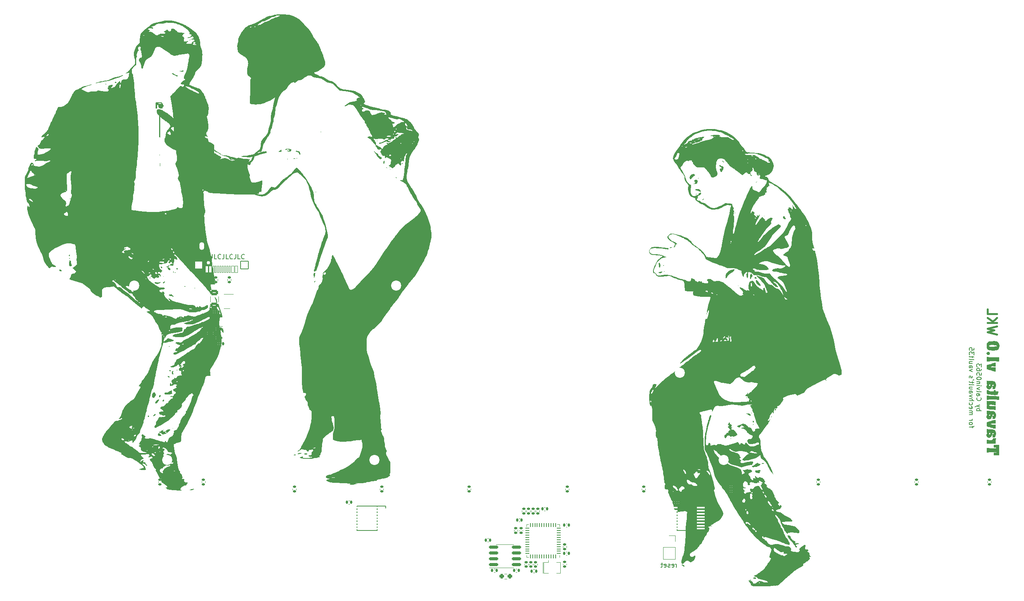
<source format=gbr>
%TF.GenerationSoftware,KiCad,Pcbnew,(7.0.0)*%
%TF.CreationDate,2023-09-28T15:09:28+02:00*%
%TF.ProjectId,travaulta WKL,74726176-6175-46c7-9461-20574b4c2e6b,rev?*%
%TF.SameCoordinates,Original*%
%TF.FileFunction,Legend,Bot*%
%TF.FilePolarity,Positive*%
%FSLAX46Y46*%
G04 Gerber Fmt 4.6, Leading zero omitted, Abs format (unit mm)*
G04 Created by KiCad (PCBNEW (7.0.0)) date 2023-09-28 15:09:28*
%MOMM*%
%LPD*%
G01*
G04 APERTURE LIST*
G04 Aperture macros list*
%AMRoundRect*
0 Rectangle with rounded corners*
0 $1 Rounding radius*
0 $2 $3 $4 $5 $6 $7 $8 $9 X,Y pos of 4 corners*
0 Add a 4 corners polygon primitive as box body*
4,1,4,$2,$3,$4,$5,$6,$7,$8,$9,$2,$3,0*
0 Add four circle primitives for the rounded corners*
1,1,$1+$1,$2,$3*
1,1,$1+$1,$4,$5*
1,1,$1+$1,$6,$7*
1,1,$1+$1,$8,$9*
0 Add four rect primitives between the rounded corners*
20,1,$1+$1,$2,$3,$4,$5,0*
20,1,$1+$1,$4,$5,$6,$7,0*
20,1,$1+$1,$6,$7,$8,$9,0*
20,1,$1+$1,$8,$9,$2,$3,0*%
G04 Aperture macros list end*
%ADD10C,0.150000*%
%ADD11C,0.400000*%
%ADD12C,0.120000*%
%ADD13C,0.170180*%
%ADD14C,0.002540*%
%ADD15C,2.200000*%
%ADD16R,0.400000X1.900000*%
%ADD17RoundRect,0.140000X0.140000X0.170000X-0.140000X0.170000X-0.140000X-0.170000X0.140000X-0.170000X0*%
%ADD18RoundRect,0.140000X-0.140000X-0.170000X0.140000X-0.170000X0.140000X0.170000X-0.140000X0.170000X0*%
%ADD19RoundRect,0.140000X-0.170000X0.140000X-0.170000X-0.140000X0.170000X-0.140000X0.170000X0.140000X0*%
%ADD20RoundRect,0.150000X-0.825000X-0.150000X0.825000X-0.150000X0.825000X0.150000X-0.825000X0.150000X0*%
%ADD21RoundRect,0.135000X-0.185000X0.135000X-0.185000X-0.135000X0.185000X-0.135000X0.185000X0.135000X0*%
%ADD22RoundRect,0.135000X0.185000X-0.135000X0.185000X0.135000X-0.185000X0.135000X-0.185000X-0.135000X0*%
%ADD23RoundRect,0.135000X-0.135000X-0.185000X0.135000X-0.185000X0.135000X0.185000X-0.135000X0.185000X0*%
%ADD24RoundRect,0.062500X0.062500X-0.375000X0.062500X0.375000X-0.062500X0.375000X-0.062500X-0.375000X0*%
%ADD25RoundRect,0.062500X0.375000X-0.062500X0.375000X0.062500X-0.375000X0.062500X-0.375000X-0.062500X0*%
%ADD26R,5.600000X5.600000*%
%ADD27R,1.778000X0.419100*%
%ADD28RoundRect,0.135000X0.135000X0.185000X-0.135000X0.185000X-0.135000X-0.185000X0.135000X-0.185000X0*%
%ADD29RoundRect,0.250000X-0.625000X0.375000X-0.625000X-0.375000X0.625000X-0.375000X0.625000X0.375000X0*%
%ADD30R,0.700000X1.000000*%
%ADD31R,0.700000X0.600000*%
%ADD32RoundRect,0.140000X0.170000X-0.140000X0.170000X0.140000X-0.170000X0.140000X-0.170000X-0.140000X0*%
%ADD33R,1.700000X1.700000*%
%ADD34O,1.700000X1.700000*%
%ADD35RoundRect,0.150000X0.587500X0.150000X-0.587500X0.150000X-0.587500X-0.150000X0.587500X-0.150000X0*%
%ADD36C,0.750000*%
%ADD37RoundRect,0.050000X-0.300000X-0.725000X0.300000X-0.725000X0.300000X0.725000X-0.300000X0.725000X0*%
%ADD38RoundRect,0.050000X-0.150000X-0.725000X0.150000X-0.725000X0.150000X0.725000X-0.150000X0.725000X0*%
%ADD39RoundRect,0.050000X-0.850000X-0.850000X0.850000X-0.850000X0.850000X0.850000X-0.850000X0.850000X0*%
%ADD40O,1.100000X1.700000*%
%ADD41RoundRect,0.237500X0.250000X0.237500X-0.250000X0.237500X-0.250000X-0.237500X0.250000X-0.237500X0*%
G04 APERTURE END LIST*
D10*
X77930951Y-50294380D02*
X77930951Y-51008666D01*
X77930951Y-51008666D02*
X77883332Y-51151523D01*
X77883332Y-51151523D02*
X77788094Y-51246761D01*
X77788094Y-51246761D02*
X77645237Y-51294380D01*
X77645237Y-51294380D02*
X77549999Y-51294380D01*
X78883332Y-51294380D02*
X78407142Y-51294380D01*
X78407142Y-51294380D02*
X78407142Y-50294380D01*
X79788094Y-51199142D02*
X79740475Y-51246761D01*
X79740475Y-51246761D02*
X79597618Y-51294380D01*
X79597618Y-51294380D02*
X79502380Y-51294380D01*
X79502380Y-51294380D02*
X79359523Y-51246761D01*
X79359523Y-51246761D02*
X79264285Y-51151523D01*
X79264285Y-51151523D02*
X79216666Y-51056285D01*
X79216666Y-51056285D02*
X79169047Y-50865809D01*
X79169047Y-50865809D02*
X79169047Y-50722952D01*
X79169047Y-50722952D02*
X79216666Y-50532476D01*
X79216666Y-50532476D02*
X79264285Y-50437238D01*
X79264285Y-50437238D02*
X79359523Y-50342000D01*
X79359523Y-50342000D02*
X79502380Y-50294380D01*
X79502380Y-50294380D02*
X79597618Y-50294380D01*
X79597618Y-50294380D02*
X79740475Y-50342000D01*
X79740475Y-50342000D02*
X79788094Y-50389619D01*
X80502380Y-50294380D02*
X80502380Y-51008666D01*
X80502380Y-51008666D02*
X80454761Y-51151523D01*
X80454761Y-51151523D02*
X80359523Y-51246761D01*
X80359523Y-51246761D02*
X80216666Y-51294380D01*
X80216666Y-51294380D02*
X80121428Y-51294380D01*
X81454761Y-51294380D02*
X80978571Y-51294380D01*
X80978571Y-51294380D02*
X80978571Y-50294380D01*
X82359523Y-51199142D02*
X82311904Y-51246761D01*
X82311904Y-51246761D02*
X82169047Y-51294380D01*
X82169047Y-51294380D02*
X82073809Y-51294380D01*
X82073809Y-51294380D02*
X81930952Y-51246761D01*
X81930952Y-51246761D02*
X81835714Y-51151523D01*
X81835714Y-51151523D02*
X81788095Y-51056285D01*
X81788095Y-51056285D02*
X81740476Y-50865809D01*
X81740476Y-50865809D02*
X81740476Y-50722952D01*
X81740476Y-50722952D02*
X81788095Y-50532476D01*
X81788095Y-50532476D02*
X81835714Y-50437238D01*
X81835714Y-50437238D02*
X81930952Y-50342000D01*
X81930952Y-50342000D02*
X82073809Y-50294380D01*
X82073809Y-50294380D02*
X82169047Y-50294380D01*
X82169047Y-50294380D02*
X82311904Y-50342000D01*
X82311904Y-50342000D02*
X82359523Y-50389619D01*
X83073809Y-50294380D02*
X83073809Y-51008666D01*
X83073809Y-51008666D02*
X83026190Y-51151523D01*
X83026190Y-51151523D02*
X82930952Y-51246761D01*
X82930952Y-51246761D02*
X82788095Y-51294380D01*
X82788095Y-51294380D02*
X82692857Y-51294380D01*
X84026190Y-51294380D02*
X83550000Y-51294380D01*
X83550000Y-51294380D02*
X83550000Y-50294380D01*
X84930952Y-51199142D02*
X84883333Y-51246761D01*
X84883333Y-51246761D02*
X84740476Y-51294380D01*
X84740476Y-51294380D02*
X84645238Y-51294380D01*
X84645238Y-51294380D02*
X84502381Y-51246761D01*
X84502381Y-51246761D02*
X84407143Y-51151523D01*
X84407143Y-51151523D02*
X84359524Y-51056285D01*
X84359524Y-51056285D02*
X84311905Y-50865809D01*
X84311905Y-50865809D02*
X84311905Y-50722952D01*
X84311905Y-50722952D02*
X84359524Y-50532476D01*
X84359524Y-50532476D02*
X84407143Y-50437238D01*
X84407143Y-50437238D02*
X84502381Y-50342000D01*
X84502381Y-50342000D02*
X84645238Y-50294380D01*
X84645238Y-50294380D02*
X84740476Y-50294380D01*
X84740476Y-50294380D02*
X84883333Y-50342000D01*
X84883333Y-50342000D02*
X84930952Y-50389619D01*
X85645238Y-50294380D02*
X85645238Y-51008666D01*
X85645238Y-51008666D02*
X85597619Y-51151523D01*
X85597619Y-51151523D02*
X85502381Y-51246761D01*
X85502381Y-51246761D02*
X85359524Y-51294380D01*
X85359524Y-51294380D02*
X85264286Y-51294380D01*
X86597619Y-51294380D02*
X86121429Y-51294380D01*
X86121429Y-51294380D02*
X86121429Y-50294380D01*
X87502381Y-51199142D02*
X87454762Y-51246761D01*
X87454762Y-51246761D02*
X87311905Y-51294380D01*
X87311905Y-51294380D02*
X87216667Y-51294380D01*
X87216667Y-51294380D02*
X87073810Y-51246761D01*
X87073810Y-51246761D02*
X86978572Y-51151523D01*
X86978572Y-51151523D02*
X86930953Y-51056285D01*
X86930953Y-51056285D02*
X86883334Y-50865809D01*
X86883334Y-50865809D02*
X86883334Y-50722952D01*
X86883334Y-50722952D02*
X86930953Y-50532476D01*
X86930953Y-50532476D02*
X86978572Y-50437238D01*
X86978572Y-50437238D02*
X87073810Y-50342000D01*
X87073810Y-50342000D02*
X87216667Y-50294380D01*
X87216667Y-50294380D02*
X87311905Y-50294380D01*
X87311905Y-50294380D02*
X87454762Y-50342000D01*
X87454762Y-50342000D02*
X87502381Y-50389619D01*
X247298869Y-84460714D02*
X248298869Y-84460714D01*
X247917916Y-84460714D02*
X247965535Y-84365476D01*
X247965535Y-84365476D02*
X247965535Y-84175000D01*
X247965535Y-84175000D02*
X247917916Y-84079762D01*
X247917916Y-84079762D02*
X247870297Y-84032143D01*
X247870297Y-84032143D02*
X247775059Y-83984524D01*
X247775059Y-83984524D02*
X247489345Y-83984524D01*
X247489345Y-83984524D02*
X247394107Y-84032143D01*
X247394107Y-84032143D02*
X247346488Y-84079762D01*
X247346488Y-84079762D02*
X247298869Y-84175000D01*
X247298869Y-84175000D02*
X247298869Y-84365476D01*
X247298869Y-84365476D02*
X247346488Y-84460714D01*
X247965535Y-83651190D02*
X247298869Y-83413095D01*
X247965535Y-83175000D02*
X247298869Y-83413095D01*
X247298869Y-83413095D02*
X247060773Y-83508333D01*
X247060773Y-83508333D02*
X247013154Y-83555952D01*
X247013154Y-83555952D02*
X246965535Y-83651190D01*
X247394107Y-81622619D02*
X247346488Y-81670238D01*
X247346488Y-81670238D02*
X247298869Y-81813095D01*
X247298869Y-81813095D02*
X247298869Y-81908333D01*
X247298869Y-81908333D02*
X247346488Y-82051190D01*
X247346488Y-82051190D02*
X247441726Y-82146428D01*
X247441726Y-82146428D02*
X247536964Y-82194047D01*
X247536964Y-82194047D02*
X247727440Y-82241666D01*
X247727440Y-82241666D02*
X247870297Y-82241666D01*
X247870297Y-82241666D02*
X248060773Y-82194047D01*
X248060773Y-82194047D02*
X248156011Y-82146428D01*
X248156011Y-82146428D02*
X248251250Y-82051190D01*
X248251250Y-82051190D02*
X248298869Y-81908333D01*
X248298869Y-81908333D02*
X248298869Y-81813095D01*
X248298869Y-81813095D02*
X248251250Y-81670238D01*
X248251250Y-81670238D02*
X248203630Y-81622619D01*
X247298869Y-80765476D02*
X247822678Y-80765476D01*
X247822678Y-80765476D02*
X247917916Y-80813095D01*
X247917916Y-80813095D02*
X247965535Y-80908333D01*
X247965535Y-80908333D02*
X247965535Y-81098809D01*
X247965535Y-81098809D02*
X247917916Y-81194047D01*
X247346488Y-80765476D02*
X247298869Y-80860714D01*
X247298869Y-80860714D02*
X247298869Y-81098809D01*
X247298869Y-81098809D02*
X247346488Y-81194047D01*
X247346488Y-81194047D02*
X247441726Y-81241666D01*
X247441726Y-81241666D02*
X247536964Y-81241666D01*
X247536964Y-81241666D02*
X247632202Y-81194047D01*
X247632202Y-81194047D02*
X247679821Y-81098809D01*
X247679821Y-81098809D02*
X247679821Y-80860714D01*
X247679821Y-80860714D02*
X247727440Y-80765476D01*
X247298869Y-80146428D02*
X247346488Y-80241666D01*
X247346488Y-80241666D02*
X247441726Y-80289285D01*
X247441726Y-80289285D02*
X248298869Y-80289285D01*
X247965535Y-79860713D02*
X247298869Y-79622618D01*
X247298869Y-79622618D02*
X247965535Y-79384523D01*
X247298869Y-79003570D02*
X247965535Y-79003570D01*
X248298869Y-79003570D02*
X248251250Y-79051189D01*
X248251250Y-79051189D02*
X248203630Y-79003570D01*
X248203630Y-79003570D02*
X248251250Y-78955951D01*
X248251250Y-78955951D02*
X248298869Y-79003570D01*
X248298869Y-79003570D02*
X248203630Y-79003570D01*
X247965535Y-78527380D02*
X247298869Y-78527380D01*
X247870297Y-78527380D02*
X247917916Y-78479761D01*
X247917916Y-78479761D02*
X247965535Y-78384523D01*
X247965535Y-78384523D02*
X247965535Y-78241666D01*
X247965535Y-78241666D02*
X247917916Y-78146428D01*
X247917916Y-78146428D02*
X247822678Y-78098809D01*
X247822678Y-78098809D02*
X247298869Y-78098809D01*
X248298869Y-77432142D02*
X248298869Y-77336904D01*
X248298869Y-77336904D02*
X248251250Y-77241666D01*
X248251250Y-77241666D02*
X248203630Y-77194047D01*
X248203630Y-77194047D02*
X248108392Y-77146428D01*
X248108392Y-77146428D02*
X247917916Y-77098809D01*
X247917916Y-77098809D02*
X247679821Y-77098809D01*
X247679821Y-77098809D02*
X247489345Y-77146428D01*
X247489345Y-77146428D02*
X247394107Y-77194047D01*
X247394107Y-77194047D02*
X247346488Y-77241666D01*
X247346488Y-77241666D02*
X247298869Y-77336904D01*
X247298869Y-77336904D02*
X247298869Y-77432142D01*
X247298869Y-77432142D02*
X247346488Y-77527380D01*
X247346488Y-77527380D02*
X247394107Y-77574999D01*
X247394107Y-77574999D02*
X247489345Y-77622618D01*
X247489345Y-77622618D02*
X247679821Y-77670237D01*
X247679821Y-77670237D02*
X247917916Y-77670237D01*
X247917916Y-77670237D02*
X248108392Y-77622618D01*
X248108392Y-77622618D02*
X248203630Y-77574999D01*
X248203630Y-77574999D02*
X248251250Y-77527380D01*
X248251250Y-77527380D02*
X248298869Y-77432142D01*
X248298869Y-76194047D02*
X248298869Y-76670237D01*
X248298869Y-76670237D02*
X247822678Y-76717856D01*
X247822678Y-76717856D02*
X247870297Y-76670237D01*
X247870297Y-76670237D02*
X247917916Y-76574999D01*
X247917916Y-76574999D02*
X247917916Y-76336904D01*
X247917916Y-76336904D02*
X247870297Y-76241666D01*
X247870297Y-76241666D02*
X247822678Y-76194047D01*
X247822678Y-76194047D02*
X247727440Y-76146428D01*
X247727440Y-76146428D02*
X247489345Y-76146428D01*
X247489345Y-76146428D02*
X247394107Y-76194047D01*
X247394107Y-76194047D02*
X247346488Y-76241666D01*
X247346488Y-76241666D02*
X247298869Y-76336904D01*
X247298869Y-76336904D02*
X247298869Y-76574999D01*
X247298869Y-76574999D02*
X247346488Y-76670237D01*
X247346488Y-76670237D02*
X247394107Y-76717856D01*
X248298869Y-75289285D02*
X248298869Y-75479761D01*
X248298869Y-75479761D02*
X248251250Y-75574999D01*
X248251250Y-75574999D02*
X248203630Y-75622618D01*
X248203630Y-75622618D02*
X248060773Y-75717856D01*
X248060773Y-75717856D02*
X247870297Y-75765475D01*
X247870297Y-75765475D02*
X247489345Y-75765475D01*
X247489345Y-75765475D02*
X247394107Y-75717856D01*
X247394107Y-75717856D02*
X247346488Y-75670237D01*
X247346488Y-75670237D02*
X247298869Y-75574999D01*
X247298869Y-75574999D02*
X247298869Y-75384523D01*
X247298869Y-75384523D02*
X247346488Y-75289285D01*
X247346488Y-75289285D02*
X247394107Y-75241666D01*
X247394107Y-75241666D02*
X247489345Y-75194047D01*
X247489345Y-75194047D02*
X247727440Y-75194047D01*
X247727440Y-75194047D02*
X247822678Y-75241666D01*
X247822678Y-75241666D02*
X247870297Y-75289285D01*
X247870297Y-75289285D02*
X247917916Y-75384523D01*
X247917916Y-75384523D02*
X247917916Y-75574999D01*
X247917916Y-75574999D02*
X247870297Y-75670237D01*
X247870297Y-75670237D02*
X247822678Y-75717856D01*
X247822678Y-75717856D02*
X247727440Y-75765475D01*
X248298869Y-74860713D02*
X248298869Y-74241666D01*
X248298869Y-74241666D02*
X247917916Y-74574999D01*
X247917916Y-74574999D02*
X247917916Y-74432142D01*
X247917916Y-74432142D02*
X247870297Y-74336904D01*
X247870297Y-74336904D02*
X247822678Y-74289285D01*
X247822678Y-74289285D02*
X247727440Y-74241666D01*
X247727440Y-74241666D02*
X247489345Y-74241666D01*
X247489345Y-74241666D02*
X247394107Y-74289285D01*
X247394107Y-74289285D02*
X247346488Y-74336904D01*
X247346488Y-74336904D02*
X247298869Y-74432142D01*
X247298869Y-74432142D02*
X247298869Y-74717856D01*
X247298869Y-74717856D02*
X247346488Y-74813094D01*
X247346488Y-74813094D02*
X247394107Y-74860713D01*
X246345535Y-88165477D02*
X246345535Y-87784525D01*
X245678869Y-88022620D02*
X246536011Y-88022620D01*
X246536011Y-88022620D02*
X246631250Y-87975001D01*
X246631250Y-87975001D02*
X246678869Y-87879763D01*
X246678869Y-87879763D02*
X246678869Y-87784525D01*
X245678869Y-87308334D02*
X245726488Y-87403572D01*
X245726488Y-87403572D02*
X245774107Y-87451191D01*
X245774107Y-87451191D02*
X245869345Y-87498810D01*
X245869345Y-87498810D02*
X246155059Y-87498810D01*
X246155059Y-87498810D02*
X246250297Y-87451191D01*
X246250297Y-87451191D02*
X246297916Y-87403572D01*
X246297916Y-87403572D02*
X246345535Y-87308334D01*
X246345535Y-87308334D02*
X246345535Y-87165477D01*
X246345535Y-87165477D02*
X246297916Y-87070239D01*
X246297916Y-87070239D02*
X246250297Y-87022620D01*
X246250297Y-87022620D02*
X246155059Y-86975001D01*
X246155059Y-86975001D02*
X245869345Y-86975001D01*
X245869345Y-86975001D02*
X245774107Y-87022620D01*
X245774107Y-87022620D02*
X245726488Y-87070239D01*
X245726488Y-87070239D02*
X245678869Y-87165477D01*
X245678869Y-87165477D02*
X245678869Y-87308334D01*
X245678869Y-86546429D02*
X246345535Y-86546429D01*
X246155059Y-86546429D02*
X246250297Y-86498810D01*
X246250297Y-86498810D02*
X246297916Y-86451191D01*
X246297916Y-86451191D02*
X246345535Y-86355953D01*
X246345535Y-86355953D02*
X246345535Y-86260715D01*
X245678869Y-85327381D02*
X246345535Y-85327381D01*
X246250297Y-85327381D02*
X246297916Y-85279762D01*
X246297916Y-85279762D02*
X246345535Y-85184524D01*
X246345535Y-85184524D02*
X246345535Y-85041667D01*
X246345535Y-85041667D02*
X246297916Y-84946429D01*
X246297916Y-84946429D02*
X246202678Y-84898810D01*
X246202678Y-84898810D02*
X245678869Y-84898810D01*
X246202678Y-84898810D02*
X246297916Y-84851191D01*
X246297916Y-84851191D02*
X246345535Y-84755953D01*
X246345535Y-84755953D02*
X246345535Y-84613096D01*
X246345535Y-84613096D02*
X246297916Y-84517857D01*
X246297916Y-84517857D02*
X246202678Y-84470238D01*
X246202678Y-84470238D02*
X245678869Y-84470238D01*
X245726488Y-83613096D02*
X245678869Y-83708334D01*
X245678869Y-83708334D02*
X245678869Y-83898810D01*
X245678869Y-83898810D02*
X245726488Y-83994048D01*
X245726488Y-83994048D02*
X245821726Y-84041667D01*
X245821726Y-84041667D02*
X246202678Y-84041667D01*
X246202678Y-84041667D02*
X246297916Y-83994048D01*
X246297916Y-83994048D02*
X246345535Y-83898810D01*
X246345535Y-83898810D02*
X246345535Y-83708334D01*
X246345535Y-83708334D02*
X246297916Y-83613096D01*
X246297916Y-83613096D02*
X246202678Y-83565477D01*
X246202678Y-83565477D02*
X246107440Y-83565477D01*
X246107440Y-83565477D02*
X246012202Y-84041667D01*
X245726488Y-82708334D02*
X245678869Y-82803572D01*
X245678869Y-82803572D02*
X245678869Y-82994048D01*
X245678869Y-82994048D02*
X245726488Y-83089286D01*
X245726488Y-83089286D02*
X245774107Y-83136905D01*
X245774107Y-83136905D02*
X245869345Y-83184524D01*
X245869345Y-83184524D02*
X246155059Y-83184524D01*
X246155059Y-83184524D02*
X246250297Y-83136905D01*
X246250297Y-83136905D02*
X246297916Y-83089286D01*
X246297916Y-83089286D02*
X246345535Y-82994048D01*
X246345535Y-82994048D02*
X246345535Y-82803572D01*
X246345535Y-82803572D02*
X246297916Y-82708334D01*
X245678869Y-82279762D02*
X246678869Y-82279762D01*
X245678869Y-81851191D02*
X246202678Y-81851191D01*
X246202678Y-81851191D02*
X246297916Y-81898810D01*
X246297916Y-81898810D02*
X246345535Y-81994048D01*
X246345535Y-81994048D02*
X246345535Y-82136905D01*
X246345535Y-82136905D02*
X246297916Y-82232143D01*
X246297916Y-82232143D02*
X246250297Y-82279762D01*
X246345535Y-81470238D02*
X245678869Y-81232143D01*
X245678869Y-81232143D02*
X246345535Y-80994048D01*
X245678869Y-80184524D02*
X246202678Y-80184524D01*
X246202678Y-80184524D02*
X246297916Y-80232143D01*
X246297916Y-80232143D02*
X246345535Y-80327381D01*
X246345535Y-80327381D02*
X246345535Y-80517857D01*
X246345535Y-80517857D02*
X246297916Y-80613095D01*
X245726488Y-80184524D02*
X245678869Y-80279762D01*
X245678869Y-80279762D02*
X245678869Y-80517857D01*
X245678869Y-80517857D02*
X245726488Y-80613095D01*
X245726488Y-80613095D02*
X245821726Y-80660714D01*
X245821726Y-80660714D02*
X245916964Y-80660714D01*
X245916964Y-80660714D02*
X246012202Y-80613095D01*
X246012202Y-80613095D02*
X246059821Y-80517857D01*
X246059821Y-80517857D02*
X246059821Y-80279762D01*
X246059821Y-80279762D02*
X246107440Y-80184524D01*
X246345535Y-79279762D02*
X245678869Y-79279762D01*
X246345535Y-79708333D02*
X245821726Y-79708333D01*
X245821726Y-79708333D02*
X245726488Y-79660714D01*
X245726488Y-79660714D02*
X245678869Y-79565476D01*
X245678869Y-79565476D02*
X245678869Y-79422619D01*
X245678869Y-79422619D02*
X245726488Y-79327381D01*
X245726488Y-79327381D02*
X245774107Y-79279762D01*
X245678869Y-78660714D02*
X245726488Y-78755952D01*
X245726488Y-78755952D02*
X245821726Y-78803571D01*
X245821726Y-78803571D02*
X246678869Y-78803571D01*
X246345535Y-78422618D02*
X246345535Y-78041666D01*
X246678869Y-78279761D02*
X245821726Y-78279761D01*
X245821726Y-78279761D02*
X245726488Y-78232142D01*
X245726488Y-78232142D02*
X245678869Y-78136904D01*
X245678869Y-78136904D02*
X245678869Y-78041666D01*
X246678869Y-77660713D02*
X246488392Y-77755951D01*
X245726488Y-77279761D02*
X245678869Y-77184523D01*
X245678869Y-77184523D02*
X245678869Y-76994047D01*
X245678869Y-76994047D02*
X245726488Y-76898809D01*
X245726488Y-76898809D02*
X245821726Y-76851190D01*
X245821726Y-76851190D02*
X245869345Y-76851190D01*
X245869345Y-76851190D02*
X245964583Y-76898809D01*
X245964583Y-76898809D02*
X246012202Y-76994047D01*
X246012202Y-76994047D02*
X246012202Y-77136904D01*
X246012202Y-77136904D02*
X246059821Y-77232142D01*
X246059821Y-77232142D02*
X246155059Y-77279761D01*
X246155059Y-77279761D02*
X246202678Y-77279761D01*
X246202678Y-77279761D02*
X246297916Y-77232142D01*
X246297916Y-77232142D02*
X246345535Y-77136904D01*
X246345535Y-77136904D02*
X246345535Y-76994047D01*
X246345535Y-76994047D02*
X246297916Y-76898809D01*
X246345535Y-75917856D02*
X245678869Y-75679761D01*
X245678869Y-75679761D02*
X246345535Y-75441666D01*
X245678869Y-74632142D02*
X246202678Y-74632142D01*
X246202678Y-74632142D02*
X246297916Y-74679761D01*
X246297916Y-74679761D02*
X246345535Y-74774999D01*
X246345535Y-74774999D02*
X246345535Y-74965475D01*
X246345535Y-74965475D02*
X246297916Y-75060713D01*
X245726488Y-74632142D02*
X245678869Y-74727380D01*
X245678869Y-74727380D02*
X245678869Y-74965475D01*
X245678869Y-74965475D02*
X245726488Y-75060713D01*
X245726488Y-75060713D02*
X245821726Y-75108332D01*
X245821726Y-75108332D02*
X245916964Y-75108332D01*
X245916964Y-75108332D02*
X246012202Y-75060713D01*
X246012202Y-75060713D02*
X246059821Y-74965475D01*
X246059821Y-74965475D02*
X246059821Y-74727380D01*
X246059821Y-74727380D02*
X246107440Y-74632142D01*
X246345535Y-73727380D02*
X245678869Y-73727380D01*
X246345535Y-74155951D02*
X245821726Y-74155951D01*
X245821726Y-74155951D02*
X245726488Y-74108332D01*
X245726488Y-74108332D02*
X245678869Y-74013094D01*
X245678869Y-74013094D02*
X245678869Y-73870237D01*
X245678869Y-73870237D02*
X245726488Y-73774999D01*
X245726488Y-73774999D02*
X245774107Y-73727380D01*
X245678869Y-73108332D02*
X245726488Y-73203570D01*
X245726488Y-73203570D02*
X245821726Y-73251189D01*
X245821726Y-73251189D02*
X246678869Y-73251189D01*
X246345535Y-72870236D02*
X246345535Y-72489284D01*
X246678869Y-72727379D02*
X245821726Y-72727379D01*
X245821726Y-72727379D02*
X245726488Y-72679760D01*
X245726488Y-72679760D02*
X245678869Y-72584522D01*
X245678869Y-72584522D02*
X245678869Y-72489284D01*
X246678869Y-72251188D02*
X246678869Y-71632141D01*
X246678869Y-71632141D02*
X246297916Y-71965474D01*
X246297916Y-71965474D02*
X246297916Y-71822617D01*
X246297916Y-71822617D02*
X246250297Y-71727379D01*
X246250297Y-71727379D02*
X246202678Y-71679760D01*
X246202678Y-71679760D02*
X246107440Y-71632141D01*
X246107440Y-71632141D02*
X245869345Y-71632141D01*
X245869345Y-71632141D02*
X245774107Y-71679760D01*
X245774107Y-71679760D02*
X245726488Y-71727379D01*
X245726488Y-71727379D02*
X245678869Y-71822617D01*
X245678869Y-71822617D02*
X245678869Y-72108331D01*
X245678869Y-72108331D02*
X245726488Y-72203569D01*
X245726488Y-72203569D02*
X245774107Y-72251188D01*
X246678869Y-70727379D02*
X246678869Y-71203569D01*
X246678869Y-71203569D02*
X246202678Y-71251188D01*
X246202678Y-71251188D02*
X246250297Y-71203569D01*
X246250297Y-71203569D02*
X246297916Y-71108331D01*
X246297916Y-71108331D02*
X246297916Y-70870236D01*
X246297916Y-70870236D02*
X246250297Y-70774998D01*
X246250297Y-70774998D02*
X246202678Y-70727379D01*
X246202678Y-70727379D02*
X246107440Y-70679760D01*
X246107440Y-70679760D02*
X245869345Y-70679760D01*
X245869345Y-70679760D02*
X245774107Y-70727379D01*
X245774107Y-70727379D02*
X245726488Y-70774998D01*
X245726488Y-70774998D02*
X245678869Y-70870236D01*
X245678869Y-70870236D02*
X245678869Y-71108331D01*
X245678869Y-71108331D02*
X245726488Y-71203569D01*
X245726488Y-71203569D02*
X245774107Y-71251188D01*
X181800297Y-118636130D02*
X181800297Y-117969464D01*
X181800297Y-118159940D02*
X181752678Y-118064702D01*
X181752678Y-118064702D02*
X181705059Y-118017083D01*
X181705059Y-118017083D02*
X181609821Y-117969464D01*
X181609821Y-117969464D02*
X181514583Y-117969464D01*
X180800297Y-118588511D02*
X180895535Y-118636130D01*
X180895535Y-118636130D02*
X181086011Y-118636130D01*
X181086011Y-118636130D02*
X181181249Y-118588511D01*
X181181249Y-118588511D02*
X181228868Y-118493273D01*
X181228868Y-118493273D02*
X181228868Y-118112321D01*
X181228868Y-118112321D02*
X181181249Y-118017083D01*
X181181249Y-118017083D02*
X181086011Y-117969464D01*
X181086011Y-117969464D02*
X180895535Y-117969464D01*
X180895535Y-117969464D02*
X180800297Y-118017083D01*
X180800297Y-118017083D02*
X180752678Y-118112321D01*
X180752678Y-118112321D02*
X180752678Y-118207559D01*
X180752678Y-118207559D02*
X181228868Y-118302797D01*
X180371725Y-118588511D02*
X180276487Y-118636130D01*
X180276487Y-118636130D02*
X180086011Y-118636130D01*
X180086011Y-118636130D02*
X179990773Y-118588511D01*
X179990773Y-118588511D02*
X179943154Y-118493273D01*
X179943154Y-118493273D02*
X179943154Y-118445654D01*
X179943154Y-118445654D02*
X179990773Y-118350416D01*
X179990773Y-118350416D02*
X180086011Y-118302797D01*
X180086011Y-118302797D02*
X180228868Y-118302797D01*
X180228868Y-118302797D02*
X180324106Y-118255178D01*
X180324106Y-118255178D02*
X180371725Y-118159940D01*
X180371725Y-118159940D02*
X180371725Y-118112321D01*
X180371725Y-118112321D02*
X180324106Y-118017083D01*
X180324106Y-118017083D02*
X180228868Y-117969464D01*
X180228868Y-117969464D02*
X180086011Y-117969464D01*
X180086011Y-117969464D02*
X179990773Y-118017083D01*
X179133630Y-118588511D02*
X179228868Y-118636130D01*
X179228868Y-118636130D02*
X179419344Y-118636130D01*
X179419344Y-118636130D02*
X179514582Y-118588511D01*
X179514582Y-118588511D02*
X179562201Y-118493273D01*
X179562201Y-118493273D02*
X179562201Y-118112321D01*
X179562201Y-118112321D02*
X179514582Y-118017083D01*
X179514582Y-118017083D02*
X179419344Y-117969464D01*
X179419344Y-117969464D02*
X179228868Y-117969464D01*
X179228868Y-117969464D02*
X179133630Y-118017083D01*
X179133630Y-118017083D02*
X179086011Y-118112321D01*
X179086011Y-118112321D02*
X179086011Y-118207559D01*
X179086011Y-118207559D02*
X179562201Y-118302797D01*
X178800296Y-117969464D02*
X178419344Y-117969464D01*
X178657439Y-117636130D02*
X178657439Y-118493273D01*
X178657439Y-118493273D02*
X178609820Y-118588511D01*
X178609820Y-118588511D02*
X178514582Y-118636130D01*
X178514582Y-118636130D02*
X178419344Y-118636130D01*
D11*
X251672738Y-67754166D02*
X249672738Y-67277976D01*
X249672738Y-67277976D02*
X251101309Y-66897023D01*
X251101309Y-66897023D02*
X249672738Y-66516071D01*
X249672738Y-66516071D02*
X251672738Y-66039881D01*
X249672738Y-65277976D02*
X251672738Y-65277976D01*
X249672738Y-64135119D02*
X250815595Y-64992262D01*
X251672738Y-64135119D02*
X250529880Y-65277976D01*
X249672738Y-62325595D02*
X249672738Y-63277976D01*
X249672738Y-63277976D02*
X251672738Y-63277976D01*
D12*
%TO.C,Y1*%
X152616000Y-117945000D02*
X152616000Y-117545000D01*
X152616000Y-119945000D02*
X152616000Y-117945000D01*
X152816000Y-117945000D02*
X152816000Y-117545000D01*
X152816000Y-117945000D02*
X152816000Y-119945000D01*
X152816000Y-119945000D02*
X153816000Y-119945000D01*
X153816000Y-117545000D02*
X152816000Y-117545000D01*
X153816000Y-117545000D02*
X153816000Y-117145000D01*
X155616000Y-119945000D02*
X156416000Y-119945000D01*
X156416000Y-117545000D02*
X155616000Y-117545000D01*
X156416000Y-117945000D02*
X156416000Y-117545000D01*
X156416000Y-119945000D02*
X156416000Y-117945000D01*
%TO.C,C7*%
X147611836Y-108691000D02*
X147396164Y-108691000D01*
X147611836Y-107971000D02*
X147396164Y-107971000D01*
%TO.C,C12*%
X181550350Y-104174305D02*
X181766022Y-104174305D01*
X181550350Y-104894305D02*
X181766022Y-104894305D01*
%TO.C,C15*%
X149391000Y-117912164D02*
X149391000Y-118127836D01*
X148671000Y-117912164D02*
X148671000Y-118127836D01*
%TO.C,G\u002A\u002A\u002A*%
G36*
X99737333Y-28913667D02*
G01*
X99695000Y-28956000D01*
X99652666Y-28913667D01*
X99695000Y-28871334D01*
X99737333Y-28913667D01*
G37*
G36*
X73152000Y-52197000D02*
G01*
X73109666Y-52239334D01*
X73067333Y-52197000D01*
X73109666Y-52154667D01*
X73152000Y-52197000D01*
G37*
G36*
X72898000Y-59817000D02*
G01*
X72855666Y-59859334D01*
X72813333Y-59817000D01*
X72855666Y-59774667D01*
X72898000Y-59817000D01*
G37*
G36*
X72728666Y-75141667D02*
G01*
X72686333Y-75184000D01*
X72644000Y-75141667D01*
X72686333Y-75099334D01*
X72728666Y-75141667D01*
G37*
G36*
X72728666Y-54059667D02*
G01*
X72686333Y-54102000D01*
X72644000Y-54059667D01*
X72686333Y-54017334D01*
X72728666Y-54059667D01*
G37*
G36*
X72136000Y-53043667D02*
G01*
X72093666Y-53086000D01*
X72051333Y-53043667D01*
X72093666Y-53001334D01*
X72136000Y-53043667D01*
G37*
G36*
X70866000Y-52197000D02*
G01*
X70823666Y-52239334D01*
X70781333Y-52197000D01*
X70823666Y-52154667D01*
X70866000Y-52197000D01*
G37*
G36*
X70781333Y-59647667D02*
G01*
X70739000Y-59690000D01*
X70696666Y-59647667D01*
X70739000Y-59605334D01*
X70781333Y-59647667D01*
G37*
G36*
X70696666Y-14012334D02*
G01*
X70654333Y-14054667D01*
X70612000Y-14012334D01*
X70654333Y-13970000D01*
X70696666Y-14012334D01*
G37*
G36*
X69850000Y-97070334D02*
G01*
X69807666Y-97112667D01*
X69765333Y-97070334D01*
X69807666Y-97028000D01*
X69850000Y-97070334D01*
G37*
G36*
X61468000Y-10879667D02*
G01*
X61425666Y-10922000D01*
X61383333Y-10879667D01*
X61425666Y-10837334D01*
X61468000Y-10879667D01*
G37*
G36*
X54864000Y-12996334D02*
G01*
X54821666Y-13038667D01*
X54779333Y-12996334D01*
X54821666Y-12954000D01*
X54864000Y-12996334D01*
G37*
G36*
X54356000Y-13165667D02*
G01*
X54313666Y-13208000D01*
X54271333Y-13165667D01*
X54313666Y-13123334D01*
X54356000Y-13165667D01*
G37*
G36*
X43010666Y-25273000D02*
G01*
X42968333Y-25315334D01*
X42926000Y-25273000D01*
X42968333Y-25230667D01*
X43010666Y-25273000D01*
G37*
G36*
X78881111Y-79191556D02*
G01*
X78894357Y-79217022D01*
X78824666Y-79248000D01*
X78779844Y-79241890D01*
X78768222Y-79191556D01*
X78780631Y-79181423D01*
X78881111Y-79191556D01*
G37*
G36*
X73208444Y-10357556D02*
G01*
X73221690Y-10383022D01*
X73152000Y-10414000D01*
X73107178Y-10407890D01*
X73095555Y-10357556D01*
X73107965Y-10347423D01*
X73208444Y-10357556D01*
G37*
G36*
X70668444Y-58617556D02*
G01*
X70681690Y-58643022D01*
X70612000Y-58674000D01*
X70567178Y-58667890D01*
X70555555Y-58617556D01*
X70567965Y-58607423D01*
X70668444Y-58617556D01*
G37*
G36*
X69357875Y-10271497D02*
G01*
X69397064Y-10301972D01*
X69306722Y-10322649D01*
X69220848Y-10316663D01*
X69195597Y-10278181D01*
X69225551Y-10261403D01*
X69357875Y-10271497D01*
G37*
G36*
X69074631Y-28532667D02*
G01*
X69062829Y-28649136D01*
X69031927Y-28638500D01*
X69020744Y-28600176D01*
X69031927Y-28426834D01*
X69061326Y-28412471D01*
X69074631Y-28532667D01*
G37*
G36*
X54581778Y-13066889D02*
G01*
X54595023Y-13092355D01*
X54525333Y-13123334D01*
X54480511Y-13117223D01*
X54468889Y-13066889D01*
X54481298Y-13056756D01*
X54581778Y-13066889D01*
G37*
G36*
X49516631Y-38100000D02*
G01*
X49504829Y-38216470D01*
X49473927Y-38205834D01*
X49462744Y-38167509D01*
X49473927Y-37994167D01*
X49503326Y-37979805D01*
X49516631Y-38100000D01*
G37*
G36*
X76749480Y-57656619D02*
G01*
X76757866Y-57701010D01*
X76670663Y-57742667D01*
X76627916Y-57741011D01*
X76542409Y-57701016D01*
X76617483Y-57619283D01*
X76648011Y-57607777D01*
X76749480Y-57656619D01*
G37*
G36*
X72848771Y-75459199D02*
G01*
X72898000Y-75557945D01*
X72880576Y-75623830D01*
X72763944Y-75692000D01*
X72671434Y-75643129D01*
X72685650Y-75541676D01*
X72797458Y-75457403D01*
X72848771Y-75459199D01*
G37*
G36*
X72116041Y-54062217D02*
G01*
X72096294Y-54182415D01*
X72068123Y-54213339D01*
X71953439Y-54220825D01*
X71916201Y-54183020D01*
X71957878Y-54076922D01*
X72034139Y-54029844D01*
X72116041Y-54062217D01*
G37*
G36*
X71932418Y-88294252D02*
G01*
X71906282Y-88331863D01*
X71834670Y-88392000D01*
X71822834Y-88391176D01*
X71804188Y-88342166D01*
X71895082Y-88256915D01*
X71942397Y-88236315D01*
X71932418Y-88294252D01*
G37*
G36*
X69999757Y-55050032D02*
G01*
X69934666Y-55118000D01*
X69857970Y-55165470D01*
X69777866Y-55194150D01*
X69807666Y-55118000D01*
X69825790Y-55094941D01*
X69960830Y-55034630D01*
X69999757Y-55050032D01*
G37*
G36*
X69138418Y-52818918D02*
G01*
X69112282Y-52856530D01*
X69040670Y-52916667D01*
X69028834Y-52915843D01*
X69010188Y-52866832D01*
X69101082Y-52781582D01*
X69148397Y-52760981D01*
X69138418Y-52818918D01*
G37*
G36*
X57315081Y-12993706D02*
G01*
X57346006Y-13021877D01*
X57353491Y-13136561D01*
X57315686Y-13173799D01*
X57209588Y-13132122D01*
X57162511Y-13055861D01*
X57194883Y-12973959D01*
X57315081Y-12993706D01*
G37*
G36*
X96959084Y-29389696D02*
G01*
X97028000Y-29464000D01*
X97025719Y-29484088D01*
X96948330Y-29548667D01*
X96924576Y-29545437D01*
X96816333Y-29464000D01*
X96808368Y-29420379D01*
X96896003Y-29379334D01*
X96959084Y-29389696D01*
G37*
G36*
X75759769Y-3404246D02*
G01*
X75692000Y-3471334D01*
X75619472Y-3511251D01*
X75480333Y-3553407D01*
X75454897Y-3538421D01*
X75522666Y-3471334D01*
X75595194Y-3431416D01*
X75734333Y-3389260D01*
X75759769Y-3404246D01*
G37*
G36*
X74607423Y-57244219D02*
G01*
X74676000Y-57319334D01*
X74661672Y-57358283D01*
X74549000Y-57404000D01*
X74490576Y-57394448D01*
X74422000Y-57319334D01*
X74436328Y-57280384D01*
X74549000Y-57234667D01*
X74607423Y-57244219D01*
G37*
G36*
X71155620Y-70364648D02*
G01*
X71162333Y-70442667D01*
X71144956Y-70468005D01*
X71072670Y-70527334D01*
X71064220Y-70525132D01*
X71035333Y-70442667D01*
X71038779Y-70419461D01*
X71124997Y-70358000D01*
X71155620Y-70364648D01*
G37*
G36*
X69313778Y-18739556D02*
G01*
X69326013Y-18761013D01*
X69303148Y-18875034D01*
X69248388Y-18933706D01*
X69141272Y-18960203D01*
X69088000Y-18885664D01*
X69113541Y-18813882D01*
X69214750Y-18733172D01*
X69313778Y-18739556D01*
G37*
G36*
X66994473Y-55384184D02*
G01*
X67013666Y-55456667D01*
X66996337Y-55479789D01*
X66881670Y-55541334D01*
X66862767Y-55538910D01*
X66802000Y-55456667D01*
X66818154Y-55416205D01*
X66933997Y-55372000D01*
X66994473Y-55384184D01*
G37*
G36*
X49401129Y-51070155D02*
G01*
X49445333Y-51185997D01*
X49433150Y-51246473D01*
X49360666Y-51265667D01*
X49337544Y-51248337D01*
X49276000Y-51133670D01*
X49278423Y-51114768D01*
X49360666Y-51054000D01*
X49401129Y-51070155D01*
G37*
G36*
X99245755Y-29226733D02*
G01*
X99273684Y-29246082D01*
X99144666Y-29294667D01*
X98947951Y-29346406D01*
X98807800Y-29364199D01*
X98762849Y-29346953D01*
X98848333Y-29294667D01*
X98964613Y-29256323D01*
X99187000Y-29224391D01*
X99245755Y-29226733D01*
G37*
G36*
X72942398Y-53320567D02*
G01*
X72952426Y-53460493D01*
X72948271Y-53510440D01*
X72905419Y-53612434D01*
X72792166Y-53582637D01*
X72682776Y-53514415D01*
X72665401Y-53438454D01*
X72804260Y-53344856D01*
X72860902Y-53317064D01*
X72942398Y-53320567D01*
G37*
G36*
X71323680Y-75610260D02*
G01*
X71413005Y-75706625D01*
X71401487Y-75805624D01*
X71401206Y-75805905D01*
X71272683Y-75855093D01*
X71128206Y-75744221D01*
X71077107Y-75648518D01*
X71153982Y-75579920D01*
X71193731Y-75571443D01*
X71323680Y-75610260D01*
G37*
G36*
X71057364Y-76894919D02*
G01*
X71175220Y-76990972D01*
X71162333Y-77131334D01*
X71152401Y-77146431D01*
X71036556Y-77210741D01*
X70882933Y-77114400D01*
X70809644Y-77024932D01*
X70801863Y-76915989D01*
X70945670Y-76877334D01*
X71057364Y-76894919D01*
G37*
G36*
X69474833Y-53007080D02*
G01*
X69557704Y-53128127D01*
X69558244Y-53247927D01*
X69519087Y-53282034D01*
X69381622Y-53284911D01*
X69303990Y-53228638D01*
X69259748Y-53087716D01*
X69332407Y-52964929D01*
X69365474Y-52954765D01*
X69474833Y-53007080D01*
G37*
G36*
X66701759Y-85578951D02*
G01*
X66685160Y-85729055D01*
X66654426Y-85784518D01*
X66550657Y-85852000D01*
X66491691Y-85825045D01*
X66470497Y-85699883D01*
X66538713Y-85525461D01*
X66569312Y-85488855D01*
X66651478Y-85482668D01*
X66701759Y-85578951D01*
G37*
G36*
X49445333Y-50440167D02*
G01*
X49436663Y-50534991D01*
X49388889Y-50658889D01*
X49319294Y-50708713D01*
X49225203Y-50685069D01*
X49206611Y-50531465D01*
X49234933Y-50431446D01*
X49319089Y-50326059D01*
X49405589Y-50322707D01*
X49445333Y-50440167D01*
G37*
G36*
X98569772Y-29309325D02*
G01*
X98636666Y-29379334D01*
X98635875Y-29385761D01*
X98548765Y-29440816D01*
X98361500Y-29462704D01*
X98258864Y-29459781D01*
X98163845Y-29435551D01*
X98213333Y-29379334D01*
X98236335Y-29365458D01*
X98413916Y-29304700D01*
X98569772Y-29309325D01*
G37*
G36*
X72332352Y-54173957D02*
G01*
X72403628Y-54214978D01*
X72517197Y-54207099D01*
X72543845Y-54189986D01*
X72525577Y-54250167D01*
X72482204Y-54309619D01*
X72367825Y-54344411D01*
X72270120Y-54217025D01*
X72268741Y-54213416D01*
X72251500Y-54125671D01*
X72332352Y-54173957D01*
G37*
G36*
X70187370Y-56282167D02*
G01*
X70186881Y-56291852D01*
X70105463Y-56457938D01*
X69934666Y-56575546D01*
X69793230Y-56599870D01*
X69741953Y-56535467D01*
X69829823Y-56385067D01*
X69858300Y-56354221D01*
X70006183Y-56247340D01*
X70134130Y-56218068D01*
X70187370Y-56282167D01*
G37*
G36*
X69985470Y-82075876D02*
G01*
X69997611Y-82167458D01*
X69934545Y-82338480D01*
X69863658Y-82400362D01*
X69755740Y-82417071D01*
X69701332Y-82358040D01*
X69695829Y-82201848D01*
X69806665Y-82042832D01*
X69807757Y-82041927D01*
X69918591Y-81985820D01*
X69985470Y-82075876D01*
G37*
G36*
X69140524Y-30394938D02*
G01*
X69144201Y-30649334D01*
X69143715Y-30752938D01*
X69137658Y-30964113D01*
X69126133Y-31041301D01*
X69110990Y-30966834D01*
X69097290Y-30649751D01*
X69110990Y-30331834D01*
X69116651Y-30287004D01*
X69130725Y-30268272D01*
X69140524Y-30394938D01*
G37*
G36*
X69109562Y-81026349D02*
G01*
X69205709Y-81101408D01*
X69231200Y-81254326D01*
X69171772Y-81408078D01*
X69098653Y-81483827D01*
X68975588Y-81521685D01*
X68883931Y-81396269D01*
X68880664Y-81255079D01*
X68965634Y-81096965D01*
X69101024Y-81026000D01*
X69109562Y-81026349D01*
G37*
G36*
X59581794Y-12653163D02*
G01*
X59599726Y-12660192D01*
X59679484Y-12716125D01*
X59602960Y-12787925D01*
X59562509Y-12811539D01*
X59360406Y-12863775D01*
X59223964Y-12784069D01*
X59212052Y-12751042D01*
X59266669Y-12668838D01*
X59409953Y-12628881D01*
X59581794Y-12653163D01*
G37*
G36*
X47414087Y-53649400D02*
G01*
X47573109Y-53741019D01*
X47662388Y-53851025D01*
X47610889Y-53960889D01*
X47511931Y-54013354D01*
X47331855Y-53985511D01*
X47176831Y-53844556D01*
X47138306Y-53775847D01*
X47108475Y-53625730D01*
X47204733Y-53580019D01*
X47414087Y-53649400D01*
G37*
G36*
X82845925Y-66505105D02*
G01*
X82892705Y-66663712D01*
X82937946Y-66963454D01*
X82998266Y-67418170D01*
X82727985Y-67218342D01*
X82628078Y-67131137D01*
X82493801Y-66909383D01*
X82500325Y-66692087D01*
X82651772Y-66517201D01*
X82677371Y-66501548D01*
X82780012Y-66460196D01*
X82845925Y-66505105D01*
G37*
G36*
X68065148Y-85178167D02*
G01*
X68144729Y-85222309D01*
X68100506Y-85333050D01*
X67928625Y-85530425D01*
X67892549Y-85566570D01*
X67728639Y-85688249D01*
X67624409Y-85692276D01*
X67610707Y-85673446D01*
X67616888Y-85539895D01*
X67710434Y-85374619D01*
X67850707Y-85234062D01*
X67997071Y-85174667D01*
X68065148Y-85178167D01*
G37*
G36*
X74252666Y-10186220D02*
G01*
X74242103Y-10246496D01*
X74146833Y-10357927D01*
X74113770Y-10369556D01*
X73833532Y-10395305D01*
X73490666Y-10336649D01*
X73445900Y-10323421D01*
X73367378Y-10287395D01*
X73423719Y-10256972D01*
X73631432Y-10218271D01*
X73703567Y-10205840D01*
X73951563Y-10154954D01*
X74118265Y-10108791D01*
X74199545Y-10096960D01*
X74252666Y-10186220D01*
G37*
G36*
X71994459Y-75862875D02*
G01*
X71972803Y-76019200D01*
X71942563Y-76102397D01*
X71971278Y-76289229D01*
X72008057Y-76355455D01*
X72050037Y-76481375D01*
X72027329Y-76514505D01*
X71904455Y-76522797D01*
X71825212Y-76471226D01*
X71736873Y-76308380D01*
X71688494Y-76099319D01*
X71692942Y-75909451D01*
X71763084Y-75804182D01*
X71892112Y-75785995D01*
X71994459Y-75862875D01*
G37*
G36*
X95588666Y-27509742D02*
G01*
X95593510Y-27555922D01*
X95637805Y-27715537D01*
X95647153Y-27750945D01*
X95597273Y-27832717D01*
X95404972Y-27878245D01*
X95400443Y-27878801D01*
X95166365Y-27905926D01*
X94996000Y-27923009D01*
X94970371Y-27911453D01*
X95015987Y-27825796D01*
X95162135Y-27682559D01*
X95192810Y-27656542D01*
X95419672Y-27484871D01*
X95548153Y-27437344D01*
X95588666Y-27509742D01*
G37*
G36*
X76507091Y-101554877D02*
G01*
X76431901Y-101667582D01*
X76291200Y-101736975D01*
X76073000Y-101791489D01*
X75813318Y-101818803D01*
X75522666Y-101834114D01*
X75412326Y-101834874D01*
X75343894Y-101825172D01*
X75419474Y-101794800D01*
X75649666Y-101735529D01*
X75791708Y-101697824D01*
X76066738Y-101610445D01*
X76258362Y-101530834D01*
X76312004Y-101505993D01*
X76453790Y-101490506D01*
X76507091Y-101554877D01*
G37*
G36*
X68901165Y-89414658D02*
G01*
X69118142Y-89543124D01*
X69129883Y-89551124D01*
X69314791Y-89692340D01*
X69374461Y-89791735D01*
X69331757Y-89886009D01*
X69247648Y-89948838D01*
X69051581Y-89965376D01*
X68936731Y-89939124D01*
X68770500Y-89917156D01*
X68730713Y-89902309D01*
X68675136Y-89782990D01*
X68674246Y-89602285D01*
X68733429Y-89430834D01*
X68776433Y-89394579D01*
X68901165Y-89414658D01*
G37*
G36*
X68918666Y-82045934D02*
G01*
X68916390Y-82081585D01*
X68840434Y-82303267D01*
X68688893Y-82540853D01*
X68505508Y-82735732D01*
X68334024Y-82829292D01*
X68176785Y-82854606D01*
X68058188Y-82875981D01*
X68031859Y-82844164D01*
X68065189Y-82715675D01*
X68147671Y-82535329D01*
X68256106Y-82352587D01*
X68367296Y-82216913D01*
X68515980Y-82104730D01*
X68707526Y-82011572D01*
X68857839Y-81986985D01*
X68918666Y-82045934D01*
G37*
G36*
X67871859Y-80442728D02*
G01*
X68019125Y-80605580D01*
X68173623Y-80809977D01*
X68224888Y-80974710D01*
X68162629Y-81147155D01*
X67984314Y-81383894D01*
X67876564Y-81505378D01*
X67700482Y-81634039D01*
X67554408Y-81612912D01*
X67411515Y-81444850D01*
X67359888Y-81269028D01*
X67381028Y-80990561D01*
X67479087Y-80706363D01*
X67637768Y-80485529D01*
X67678584Y-80449611D01*
X67776057Y-80396314D01*
X67871859Y-80442728D01*
G37*
G36*
X71712666Y-59091628D02*
G01*
X71745169Y-59148321D01*
X71882000Y-59224334D01*
X71980363Y-59286196D01*
X72051333Y-59441706D01*
X72036237Y-59534677D01*
X71966666Y-59605334D01*
X71925703Y-59588530D01*
X71882000Y-59471606D01*
X71881065Y-59450818D01*
X71823162Y-59374475D01*
X71649166Y-59385005D01*
X71454691Y-59388521D01*
X71204666Y-59313445D01*
X70993000Y-59194759D01*
X71231345Y-59103713D01*
X71450917Y-59034953D01*
X71643348Y-59021036D01*
X71712666Y-59091628D01*
G37*
G36*
X69222768Y-56326741D02*
G01*
X69191988Y-56422552D01*
X69072431Y-56570766D01*
X69018079Y-56621887D01*
X68809412Y-56735585D01*
X68519733Y-56761662D01*
X68491968Y-56760703D01*
X68189236Y-56710091D01*
X67980473Y-56600547D01*
X67902666Y-56450708D01*
X67943442Y-56416390D01*
X68129123Y-56395607D01*
X68446350Y-56408458D01*
X68672622Y-56419995D01*
X68941091Y-56407972D01*
X69079939Y-56362195D01*
X69126735Y-56326474D01*
X69219187Y-56321632D01*
X69222768Y-56326741D01*
G37*
G36*
X49552184Y-51699432D02*
G01*
X49569934Y-51733826D01*
X49643659Y-51910792D01*
X49652512Y-52003933D01*
X49646893Y-52021543D01*
X49671354Y-52155018D01*
X49745821Y-52363217D01*
X49771361Y-52428804D01*
X49832178Y-52651643D01*
X49834256Y-52799550D01*
X49810060Y-52843184D01*
X49656430Y-52913723D01*
X49409925Y-52865275D01*
X49334758Y-52783801D01*
X49284834Y-52554799D01*
X49289032Y-52209623D01*
X49348773Y-51773667D01*
X49411788Y-51435000D01*
X49552184Y-51699432D01*
G37*
G36*
X99060000Y-27695875D02*
G01*
X99091987Y-27743512D01*
X99223511Y-27747657D01*
X99334917Y-27743819D01*
X99529046Y-27842284D01*
X99677903Y-28036971D01*
X99737333Y-28281965D01*
X99725888Y-28415219D01*
X99664003Y-28521164D01*
X99570262Y-28474523D01*
X99469670Y-28275865D01*
X99408815Y-28144122D01*
X99266586Y-28013230D01*
X99011850Y-27920559D01*
X98812254Y-27858051D01*
X98712660Y-27790546D01*
X98735143Y-27711694D01*
X98735590Y-27711156D01*
X98869563Y-27618638D01*
X99000827Y-27612418D01*
X99060000Y-27695875D01*
G37*
G36*
X71988925Y-10711520D02*
G01*
X72207617Y-10867165D01*
X72221525Y-10880141D01*
X72460311Y-11044628D01*
X72710563Y-11142746D01*
X72877941Y-11187527D01*
X72978069Y-11266588D01*
X72926222Y-11373556D01*
X72880765Y-11407351D01*
X72700688Y-11409395D01*
X72451563Y-11260667D01*
X72444354Y-11255026D01*
X72275434Y-11138650D01*
X72164979Y-11089451D01*
X72164340Y-11089428D01*
X72051775Y-11039996D01*
X71882552Y-10925371D01*
X71760875Y-10824545D01*
X71732847Y-10755725D01*
X71824107Y-10704589D01*
X71988925Y-10711520D01*
G37*
G36*
X71711659Y-80065281D02*
G01*
X71687995Y-80239193D01*
X71677983Y-80438379D01*
X71732775Y-80588909D01*
X71746254Y-80603000D01*
X71787258Y-80702526D01*
X71691092Y-80781882D01*
X71441796Y-80855702D01*
X71264471Y-80882157D01*
X70951036Y-80902860D01*
X70612000Y-80904997D01*
X70542298Y-80903042D01*
X70274748Y-80889390D01*
X70130915Y-80858427D01*
X70072615Y-80794747D01*
X70061666Y-80682943D01*
X70062183Y-80645131D01*
X70088437Y-80534288D01*
X70188643Y-80494495D01*
X70409774Y-80501234D01*
X70513310Y-80505823D01*
X70774384Y-80464835D01*
X71008129Y-80316232D01*
X71029868Y-80298434D01*
X71269058Y-80142359D01*
X71498597Y-80045371D01*
X71656427Y-80015530D01*
X71711659Y-80065281D01*
G37*
G36*
X97320272Y-27268917D02*
G01*
X97604036Y-27302829D01*
X97750989Y-27375994D01*
X97779142Y-27499343D01*
X97706508Y-27683805D01*
X97618220Y-27794829D01*
X97474172Y-27841379D01*
X97219773Y-27838588D01*
X97147172Y-27832416D01*
X96901416Y-27780061D01*
X96790422Y-27694245D01*
X96784532Y-27642218D01*
X96856587Y-27605678D01*
X97058970Y-27625422D01*
X97218443Y-27640032D01*
X97350171Y-27607816D01*
X97329746Y-27525747D01*
X97148727Y-27413736D01*
X97142800Y-27411053D01*
X96937854Y-27357609D01*
X96757000Y-27422968D01*
X96722593Y-27443649D01*
X96579432Y-27484758D01*
X96448797Y-27397083D01*
X96411745Y-27356229D01*
X96399900Y-27305903D01*
X96478573Y-27277708D01*
X96674024Y-27265384D01*
X97012514Y-27262667D01*
X97320272Y-27268917D01*
G37*
G36*
X68982817Y-19005476D02*
G01*
X69032518Y-19075136D01*
X69072502Y-19212307D01*
X69103651Y-19431529D01*
X69126850Y-19747343D01*
X69142982Y-20174289D01*
X69152931Y-20726909D01*
X69157580Y-21419743D01*
X69157813Y-22267334D01*
X69156768Y-22636043D01*
X69153234Y-23245990D01*
X69147835Y-23780185D01*
X69140896Y-24219914D01*
X69132742Y-24546458D01*
X69123698Y-24741103D01*
X69114089Y-24785130D01*
X69078773Y-24709907D01*
X68996925Y-24684294D01*
X68979794Y-24694315D01*
X68958388Y-24697129D01*
X68941157Y-24671654D01*
X68927552Y-24602217D01*
X68917022Y-24473147D01*
X68909019Y-24268774D01*
X68902993Y-23973425D01*
X68898394Y-23571430D01*
X68894673Y-23047117D01*
X68891280Y-22384815D01*
X68887665Y-21568852D01*
X68886563Y-20915721D01*
X68890377Y-20235190D01*
X68899707Y-19695541D01*
X68914355Y-19303870D01*
X68934126Y-19067274D01*
X68958824Y-18992849D01*
X68982817Y-19005476D01*
G37*
G36*
X71340739Y-53467000D02*
G01*
X71374926Y-53513527D01*
X71401159Y-53645347D01*
X71365292Y-53704872D01*
X71227237Y-53761740D01*
X71063990Y-53706670D01*
X70935261Y-53551667D01*
X70885935Y-53467000D01*
X71035333Y-53467000D01*
X71077666Y-53509334D01*
X71120000Y-53467000D01*
X71077666Y-53424667D01*
X71035333Y-53467000D01*
X70885935Y-53467000D01*
X70851718Y-53408267D01*
X70770400Y-53340000D01*
X70742482Y-53322344D01*
X70750715Y-53213000D01*
X70752341Y-53124823D01*
X70626055Y-53086000D01*
X70518459Y-53069102D01*
X70392248Y-52988252D01*
X70371510Y-52938095D01*
X70437634Y-52955890D01*
X70440726Y-52957693D01*
X70583185Y-52952692D01*
X70779812Y-52846512D01*
X70927853Y-52753641D01*
X71071159Y-52731294D01*
X71120000Y-52846111D01*
X71105776Y-52878457D01*
X70993000Y-52916667D01*
X70933773Y-52931418D01*
X70866000Y-53043667D01*
X70877434Y-53102354D01*
X70966376Y-53170667D01*
X71098268Y-53218904D01*
X71256357Y-53352159D01*
X71340739Y-53467000D01*
G37*
G36*
X92317476Y-27803435D02*
G01*
X92371333Y-27942657D01*
X92352046Y-28046717D01*
X92265500Y-28144111D01*
X92254571Y-28147035D01*
X92102976Y-28183614D01*
X91843241Y-28243558D01*
X91524666Y-28315465D01*
X91516847Y-28317219D01*
X91154960Y-28410487D01*
X90813611Y-28518341D01*
X90565729Y-28617789D01*
X90516716Y-28640800D01*
X90195001Y-28757458D01*
X89869957Y-28833982D01*
X89772410Y-28851420D01*
X89546099Y-28915211D01*
X89418078Y-28986371D01*
X89308328Y-29022418D01*
X89064709Y-29047377D01*
X88724500Y-29060267D01*
X88324257Y-29061031D01*
X87900533Y-29049610D01*
X87489885Y-29025947D01*
X87128867Y-28989984D01*
X86989179Y-28967299D01*
X86851966Y-28920401D01*
X86860459Y-28872648D01*
X86999524Y-28830411D01*
X87254027Y-28800059D01*
X87608833Y-28787963D01*
X87650262Y-28787703D01*
X87940213Y-28775144D01*
X88145040Y-28747672D01*
X88222666Y-28710593D01*
X88224132Y-28705184D01*
X88320821Y-28659773D01*
X88538923Y-28612922D01*
X88836500Y-28573967D01*
X89171887Y-28526803D01*
X89561780Y-28444471D01*
X89873666Y-28350411D01*
X90102112Y-28271172D01*
X90459833Y-28163288D01*
X90870310Y-28050811D01*
X91290596Y-27944531D01*
X91677744Y-27855239D01*
X91988805Y-27793724D01*
X92180833Y-27770776D01*
X92317476Y-27803435D01*
G37*
G36*
X70772272Y-89181720D02*
G01*
X70729270Y-89224817D01*
X70728035Y-89226308D01*
X70517563Y-89409224D01*
X70263603Y-89545448D01*
X70185664Y-89572390D01*
X69836249Y-89651608D01*
X69599963Y-89624807D01*
X69486801Y-89492667D01*
X69428111Y-89388589D01*
X69244093Y-89322037D01*
X69104619Y-89306271D01*
X68920052Y-89241315D01*
X68877715Y-89199045D01*
X70243756Y-89199045D01*
X70273649Y-89256201D01*
X70362061Y-89323334D01*
X70436058Y-89298300D01*
X70500416Y-89181720D01*
X70459600Y-89052400D01*
X70351182Y-89003139D01*
X70250437Y-89060371D01*
X70243756Y-89199045D01*
X68877715Y-89199045D01*
X68870891Y-89192232D01*
X68916177Y-89124263D01*
X69104763Y-89032228D01*
X69161619Y-89007409D01*
X69361263Y-88901922D01*
X69469061Y-88815235D01*
X69493267Y-88787515D01*
X69601850Y-88776616D01*
X69629640Y-88788003D01*
X69680666Y-88735664D01*
X69684153Y-88710944D01*
X69770330Y-88646000D01*
X69798048Y-88650644D01*
X69812389Y-88723026D01*
X69790743Y-88851921D01*
X69869389Y-89001652D01*
X70018025Y-89069334D01*
X70116287Y-89048287D01*
X70277966Y-88936751D01*
X70455230Y-88782382D01*
X70706191Y-88651620D01*
X70968399Y-88574186D01*
X71191701Y-88564440D01*
X71325943Y-88636739D01*
X71328793Y-88642828D01*
X71285915Y-88739041D01*
X71140440Y-88860001D01*
X70937010Y-89016619D01*
X70772272Y-89181720D01*
G37*
G36*
X69768624Y-17550640D02*
G01*
X69822699Y-17640519D01*
X69904652Y-17871133D01*
X69876544Y-18020026D01*
X69737952Y-18064079D01*
X69723051Y-18062965D01*
X69637978Y-18080507D01*
X69693419Y-18176365D01*
X69751716Y-18287405D01*
X69675222Y-18377823D01*
X69530171Y-18433759D01*
X69269655Y-18424001D01*
X69016709Y-18317883D01*
X68824961Y-18141769D01*
X68748037Y-17922022D01*
X68746625Y-17873706D01*
X68703529Y-17665414D01*
X68615094Y-17582169D01*
X68501089Y-17646064D01*
X68438506Y-17806880D01*
X68453691Y-18122758D01*
X68469781Y-18221445D01*
X68482645Y-18388847D01*
X68436741Y-18448589D01*
X68313461Y-18443186D01*
X68259126Y-18433328D01*
X68181903Y-18394709D01*
X68138939Y-18305697D01*
X68126148Y-18136796D01*
X68139446Y-17858507D01*
X68174751Y-17441334D01*
X68183739Y-17342055D01*
X68735896Y-17342055D01*
X68750338Y-17381377D01*
X68906283Y-17376544D01*
X69117482Y-17378698D01*
X69353443Y-17445471D01*
X69553666Y-17550640D01*
X69388037Y-17364191D01*
X69217019Y-17233075D01*
X69007037Y-17230862D01*
X68848266Y-17279822D01*
X68735896Y-17342055D01*
X68183739Y-17342055D01*
X68209245Y-17060334D01*
X68860289Y-17035605D01*
X68934276Y-17033289D01*
X69227695Y-17035072D01*
X69433632Y-17054150D01*
X69511333Y-17087290D01*
X69520074Y-17121654D01*
X69596928Y-17274240D01*
X69727272Y-17481907D01*
X69768624Y-17550640D01*
G37*
G36*
X60999421Y-11175937D02*
G01*
X60872111Y-11287877D01*
X60654967Y-11419343D01*
X60384923Y-11548395D01*
X60098913Y-11653095D01*
X59854720Y-11729424D01*
X59467731Y-11855854D01*
X59097333Y-11981865D01*
X58538513Y-12169085D01*
X57820265Y-12377522D01*
X57125679Y-12534587D01*
X56381784Y-12658459D01*
X56016161Y-12714817D01*
X55667437Y-12777255D01*
X55409577Y-12833165D01*
X55281117Y-12874967D01*
X55216447Y-12909735D01*
X55075666Y-12949703D01*
X55050232Y-12923700D01*
X55135571Y-12863006D01*
X55285475Y-12790654D01*
X55452175Y-12729650D01*
X55587900Y-12703000D01*
X55696130Y-12688420D01*
X55841900Y-12621237D01*
X55912109Y-12589588D01*
X56124671Y-12533177D01*
X56437337Y-12468745D01*
X56811333Y-12404944D01*
X57092582Y-12361533D01*
X57440446Y-12306996D01*
X57673463Y-12266482D01*
X57824179Y-12231911D01*
X57925139Y-12195205D01*
X58008889Y-12148283D01*
X58107974Y-12083068D01*
X58108972Y-12082415D01*
X58284664Y-11980399D01*
X58397108Y-11938000D01*
X58414873Y-11935267D01*
X58555021Y-11881847D01*
X58759920Y-11781701D01*
X58831839Y-11745489D01*
X59086575Y-11646005D01*
X59412815Y-11563212D01*
X59859333Y-11483899D01*
X59940731Y-11468154D01*
X60191027Y-11401828D01*
X60469871Y-11312161D01*
X60713016Y-11220729D01*
X60856213Y-11149111D01*
X60913726Y-11115310D01*
X61009254Y-11112365D01*
X60999421Y-11175937D01*
G37*
G36*
X77802235Y-3608700D02*
G01*
X77807948Y-3630414D01*
X77843812Y-3896928D01*
X77867245Y-4221339D01*
X77869175Y-4261960D01*
X77887343Y-4492521D01*
X77893905Y-4575788D01*
X77902746Y-4636425D01*
X77929548Y-4820240D01*
X77944743Y-4868334D01*
X77969077Y-4945353D01*
X77975708Y-4954435D01*
X78043725Y-5108894D01*
X78105860Y-5334000D01*
X78113040Y-5365875D01*
X78181356Y-5572003D01*
X78256460Y-5686207D01*
X78290828Y-5779940D01*
X78318845Y-6006973D01*
X78337333Y-6326773D01*
X78345469Y-6700007D01*
X78343365Y-6968409D01*
X78342433Y-7087345D01*
X78327400Y-7449453D01*
X78299550Y-7747000D01*
X78277457Y-7911787D01*
X78233742Y-8248068D01*
X78190046Y-8593667D01*
X78170708Y-8737159D01*
X78122263Y-8960899D01*
X78036704Y-9141848D01*
X77884808Y-9332425D01*
X77637351Y-9585050D01*
X77362252Y-9865958D01*
X77051469Y-10218873D01*
X76858781Y-10491484D01*
X76792667Y-10672871D01*
X76757020Y-10809865D01*
X76664063Y-11040800D01*
X76537948Y-11314692D01*
X76402838Y-11581555D01*
X76282893Y-11791406D01*
X76202275Y-11894261D01*
X76168317Y-11925892D01*
X76058898Y-12080339D01*
X75933416Y-12303578D01*
X75876733Y-12411052D01*
X75760613Y-12605956D01*
X75681901Y-12704209D01*
X75680996Y-12704812D01*
X75615106Y-12815448D01*
X75557396Y-13013186D01*
X75538054Y-13140740D01*
X75568751Y-13268318D01*
X75704288Y-13337888D01*
X75839986Y-13389086D01*
X75946000Y-13452245D01*
X75955368Y-13459808D01*
X76082408Y-13518632D01*
X76319085Y-13608305D01*
X76623333Y-13712654D01*
X76691837Y-13735360D01*
X76993444Y-13841085D01*
X77224210Y-13931055D01*
X77338767Y-13987821D01*
X77383832Y-14015359D01*
X77552731Y-14054667D01*
X77561836Y-14055041D01*
X77727656Y-14127900D01*
X77940492Y-14299502D01*
X78157393Y-14530056D01*
X78335408Y-14779769D01*
X78368098Y-14835394D01*
X78515892Y-15080003D01*
X78604426Y-15226532D01*
X78842440Y-15596405D01*
X78947496Y-15811295D01*
X78994000Y-16024723D01*
X79017805Y-16172904D01*
X79118307Y-16387985D01*
X79195132Y-16512974D01*
X79245307Y-16666538D01*
X79247790Y-16690777D01*
X79295366Y-16862954D01*
X79383632Y-17089871D01*
X79499273Y-17357384D01*
X79624614Y-17680620D01*
X79696545Y-17951993D01*
X79723458Y-18226509D01*
X79713745Y-18559176D01*
X79675798Y-19005003D01*
X79618424Y-19474749D01*
X79545752Y-19804580D01*
X79457609Y-19983607D01*
X79406015Y-20048461D01*
X79359829Y-20199571D01*
X79404970Y-20419800D01*
X79513989Y-20854204D01*
X79604870Y-21410277D01*
X79654238Y-21966228D01*
X79652438Y-22443103D01*
X79651295Y-22458314D01*
X79616601Y-22787007D01*
X79556397Y-23050694D01*
X79449053Y-23318773D01*
X79272939Y-23660640D01*
X79232052Y-23738799D01*
X79184360Y-23883688D01*
X79213580Y-24026344D01*
X79326431Y-24239491D01*
X79405790Y-24386305D01*
X79470437Y-24564685D01*
X79424446Y-24617245D01*
X79267460Y-24545838D01*
X79138232Y-24495705D01*
X78947364Y-24500935D01*
X78858744Y-24542367D01*
X78851349Y-24605282D01*
X78963825Y-24730122D01*
X79121360Y-24845106D01*
X79320975Y-24914399D01*
X79453188Y-24960870D01*
X79553158Y-25143074D01*
X79639820Y-25453749D01*
X79767259Y-25669292D01*
X79956645Y-25803128D01*
X80143790Y-25891082D01*
X80389571Y-26006209D01*
X80428537Y-26024633D01*
X80658599Y-26153418D01*
X80807864Y-26300288D01*
X80893378Y-26502937D01*
X80932185Y-26799060D01*
X80941333Y-27226351D01*
X80936512Y-27515143D01*
X80894722Y-28009622D01*
X80810362Y-28343563D01*
X80784440Y-28410160D01*
X80737480Y-28597025D01*
X80759929Y-28683865D01*
X80769390Y-28687654D01*
X80895056Y-28768648D01*
X81070307Y-28908207D01*
X81300147Y-29105703D01*
X81067357Y-29061202D01*
X81025786Y-29053878D01*
X80887152Y-29055696D01*
X80873304Y-29134518D01*
X80877999Y-29145294D01*
X80995864Y-29229612D01*
X81201853Y-29278239D01*
X81217632Y-29279820D01*
X81441962Y-29336478D01*
X81588849Y-29430757D01*
X81620656Y-29465635D01*
X81701518Y-29504927D01*
X81840447Y-29509797D01*
X82073196Y-29479507D01*
X82435515Y-29413323D01*
X82697199Y-29364557D01*
X83105979Y-29301941D01*
X83410644Y-29285519D01*
X83650962Y-29318440D01*
X83866699Y-29403852D01*
X84097624Y-29544903D01*
X84324111Y-29678629D01*
X84367491Y-29697758D01*
X84601091Y-29800768D01*
X84846886Y-29870995D01*
X85022766Y-29878818D01*
X85090000Y-29813745D01*
X85053684Y-29756099D01*
X84911028Y-29718000D01*
X84869587Y-29715325D01*
X84680945Y-29665118D01*
X84472272Y-29571128D01*
X84288138Y-29459367D01*
X84173113Y-29355844D01*
X84171767Y-29286571D01*
X84292367Y-29273745D01*
X84501506Y-29356620D01*
X84732940Y-29527500D01*
X84806813Y-29577930D01*
X85004325Y-29633334D01*
X85092485Y-29648681D01*
X85193774Y-29732990D01*
X85223000Y-29774518D01*
X85336869Y-29764740D01*
X85403263Y-29701497D01*
X85334324Y-29627354D01*
X85296383Y-29602932D01*
X85258227Y-29558084D01*
X85301759Y-29508804D01*
X85452193Y-29435699D01*
X85734743Y-29319375D01*
X85924974Y-29246009D01*
X86138906Y-29191788D01*
X86343375Y-29199739D01*
X86623743Y-29264604D01*
X86718557Y-29286996D01*
X87060040Y-29347035D01*
X87475278Y-29400056D01*
X87894823Y-29436658D01*
X88709979Y-29488319D01*
X88451270Y-30005326D01*
X88366471Y-30181542D01*
X88257844Y-30469536D01*
X88210217Y-30752268D01*
X88204354Y-31116283D01*
X88216255Y-31355567D01*
X88352759Y-32081353D01*
X88639739Y-32732070D01*
X88733640Y-32945955D01*
X88722605Y-33114812D01*
X88689190Y-33178342D01*
X88656425Y-33454261D01*
X88763073Y-33811538D01*
X88871154Y-34067607D01*
X88985012Y-34353500D01*
X88996231Y-34382482D01*
X89082523Y-34545103D01*
X89208840Y-34613837D01*
X89439438Y-34627415D01*
X89570291Y-34621119D01*
X89875586Y-34583071D01*
X90219875Y-34520257D01*
X90551375Y-34443914D01*
X90818309Y-34365275D01*
X90968895Y-34295575D01*
X91071826Y-34243049D01*
X91270666Y-34192428D01*
X91350085Y-34181402D01*
X91420362Y-34187254D01*
X91455715Y-34243462D01*
X91460762Y-34379571D01*
X91440122Y-34625125D01*
X91398413Y-35009667D01*
X91378371Y-35190908D01*
X91342289Y-35493120D01*
X91313258Y-35680915D01*
X91284781Y-35791736D01*
X91250362Y-35863024D01*
X91249634Y-35864232D01*
X91224174Y-36005967D01*
X91238094Y-36220147D01*
X91239331Y-36280470D01*
X91242814Y-36450405D01*
X91193465Y-36638278D01*
X91138384Y-36708383D01*
X91103908Y-36681834D01*
X91102316Y-36662531D01*
X91031559Y-36582502D01*
X90890722Y-36609893D01*
X90727272Y-36737666D01*
X90650511Y-36828100D01*
X90631508Y-36912059D01*
X90735317Y-36989091D01*
X90747362Y-36996240D01*
X90802165Y-37048849D01*
X90729579Y-37077670D01*
X90508666Y-37092231D01*
X90422293Y-37096068D01*
X90135124Y-37118172D01*
X89916000Y-37147719D01*
X89777328Y-37166763D01*
X89450539Y-37190672D01*
X89004996Y-37209409D01*
X88470804Y-37222776D01*
X87878070Y-37230578D01*
X87256900Y-37232617D01*
X86637402Y-37228697D01*
X86049681Y-37218622D01*
X85523845Y-37202195D01*
X85090000Y-37179219D01*
X85033276Y-37175310D01*
X84516678Y-37142253D01*
X83888095Y-37105472D01*
X83198107Y-37067745D01*
X82497298Y-37031849D01*
X81836249Y-37000560D01*
X81446251Y-36982178D01*
X80843717Y-36948663D01*
X80388395Y-36914817D01*
X80065906Y-36879231D01*
X79861872Y-36840494D01*
X79761915Y-36797197D01*
X79679835Y-36732554D01*
X79415341Y-36574276D01*
X79132984Y-36454261D01*
X78907490Y-36406667D01*
X78805678Y-36419286D01*
X78630443Y-36506062D01*
X78533025Y-36637890D01*
X78556304Y-36770362D01*
X78576503Y-36827512D01*
X78607988Y-37037334D01*
X78637070Y-37367696D01*
X78661324Y-37788797D01*
X78678327Y-38270834D01*
X78700398Y-38887132D01*
X78740745Y-39471294D01*
X78800299Y-39952378D01*
X78882496Y-40365630D01*
X78956804Y-40691744D01*
X78995944Y-40933997D01*
X78990701Y-41077197D01*
X78973408Y-41105667D01*
X78943657Y-41154647D01*
X78856908Y-41278531D01*
X78782448Y-41486144D01*
X78781872Y-41490915D01*
X78771219Y-41579206D01*
X78769334Y-41594831D01*
X78764101Y-41886800D01*
X78776456Y-42292768D01*
X78803811Y-42779376D01*
X78843575Y-43313260D01*
X78893159Y-43861060D01*
X78949974Y-44389413D01*
X79011429Y-44864958D01*
X79074936Y-45254334D01*
X79103434Y-45409693D01*
X79189548Y-45931018D01*
X79271105Y-46490120D01*
X79333648Y-46990000D01*
X79345877Y-47096839D01*
X79425614Y-47620065D01*
X79533284Y-48044049D01*
X79683303Y-48428087D01*
X79735628Y-48549690D01*
X79908066Y-49076671D01*
X79954782Y-49312767D01*
X80015875Y-49621528D01*
X80016838Y-49629141D01*
X80053539Y-49841686D01*
X80080309Y-49996718D01*
X80134347Y-50210312D01*
X80168141Y-50343888D01*
X80261628Y-50596442D01*
X80312309Y-50693475D01*
X80396077Y-50827639D01*
X80431256Y-50842334D01*
X80445821Y-50818405D01*
X80504035Y-50867311D01*
X80569453Y-50975752D01*
X80601370Y-51085534D01*
X80571520Y-51106206D01*
X80463484Y-51043890D01*
X80392574Y-50996071D01*
X80355617Y-51023101D01*
X80353729Y-51159986D01*
X80380796Y-51435689D01*
X80384520Y-51469148D01*
X80423708Y-51821964D01*
X80470927Y-52248075D01*
X80516777Y-52662667D01*
X80524864Y-52734098D01*
X80575201Y-53126982D01*
X80630595Y-53493812D01*
X80680452Y-53763334D01*
X80702609Y-53864833D01*
X80777989Y-54221197D01*
X80848569Y-54567667D01*
X80874449Y-54692535D01*
X80949789Y-55018320D01*
X81021187Y-55285392D01*
X81029092Y-55312814D01*
X81072202Y-55546977D01*
X81065977Y-55718092D01*
X81082411Y-55872784D01*
X81186450Y-56058700D01*
X81253907Y-56144480D01*
X81305704Y-56254566D01*
X81278252Y-56379137D01*
X81169397Y-56584591D01*
X81076090Y-56742327D01*
X80968900Y-56853874D01*
X80818644Y-56889846D01*
X80562486Y-56880924D01*
X80450645Y-56873025D01*
X80281115Y-56867510D01*
X80191188Y-56903210D01*
X80167165Y-57011699D01*
X80195346Y-57224549D01*
X80262030Y-57573334D01*
X80269304Y-57611203D01*
X80342983Y-57939083D01*
X80419292Y-58133570D01*
X80516795Y-58226739D01*
X80654058Y-58250667D01*
X80673750Y-58250952D01*
X80830043Y-58291062D01*
X80833519Y-58370132D01*
X80678924Y-58446731D01*
X80660775Y-58451690D01*
X80561132Y-58505015D01*
X80532899Y-58619000D01*
X80560700Y-58845505D01*
X80581397Y-59010109D01*
X80568387Y-59131789D01*
X80503053Y-59152277D01*
X80375835Y-59064500D01*
X80177173Y-58861385D01*
X79897507Y-58535857D01*
X79527276Y-58080843D01*
X79333316Y-57844737D01*
X78968089Y-57416961D01*
X78532037Y-56920579D01*
X78053193Y-56387042D01*
X77559588Y-55847799D01*
X77079254Y-55334301D01*
X76662075Y-54893913D01*
X76242975Y-54451414D01*
X75863616Y-54050793D01*
X75543180Y-53712309D01*
X75300849Y-53456222D01*
X75155806Y-53302792D01*
X75104505Y-53247915D01*
X74897702Y-53022259D01*
X74619746Y-52714897D01*
X74300661Y-52359127D01*
X73970472Y-51988246D01*
X73811922Y-51810114D01*
X73331213Y-51279823D01*
X72933008Y-50856780D01*
X72623323Y-50547071D01*
X72408174Y-50356782D01*
X72293578Y-50292000D01*
X72224860Y-50318582D01*
X72223820Y-50419373D01*
X72311946Y-50551926D01*
X72467614Y-50669353D01*
X72633392Y-50810161D01*
X72785240Y-51036527D01*
X72816998Y-51117738D01*
X72879918Y-51278636D01*
X72883643Y-51471356D01*
X72865931Y-51485914D01*
X72739019Y-51472254D01*
X72538166Y-51393305D01*
X72220667Y-51238041D01*
X72220667Y-51281222D01*
X72220666Y-51574920D01*
X72219816Y-51620443D01*
X72186900Y-51889747D01*
X72120984Y-52096733D01*
X72053742Y-52282026D01*
X72015151Y-52535667D01*
X72011189Y-52606672D01*
X71955794Y-52759540D01*
X71804985Y-52818493D01*
X71669852Y-52812823D01*
X71522984Y-52707965D01*
X71440630Y-52618703D01*
X71324832Y-52668339D01*
X71241046Y-52721694D01*
X71204666Y-52673034D01*
X71208810Y-52643730D01*
X71289333Y-52578000D01*
X71323172Y-52568583D01*
X71374000Y-52465664D01*
X71431429Y-52391279D01*
X71628000Y-52390607D01*
X71726718Y-52401500D01*
X71858086Y-52379525D01*
X71847025Y-52281083D01*
X71696162Y-52094765D01*
X71510324Y-51896950D01*
X71398213Y-52027667D01*
X71309038Y-52131642D01*
X71266914Y-52179732D01*
X71172741Y-52274440D01*
X71161206Y-52260500D01*
X71171633Y-52203282D01*
X71082663Y-52154667D01*
X71018830Y-52138724D01*
X70950666Y-52027667D01*
X71204666Y-52027667D01*
X71247000Y-52070000D01*
X71289333Y-52027667D01*
X71247000Y-51985334D01*
X71204666Y-52027667D01*
X70950666Y-52027667D01*
X70959155Y-51969376D01*
X71026275Y-51900667D01*
X71036902Y-51899835D01*
X71128022Y-51819004D01*
X71171638Y-51670663D01*
X71138587Y-51546721D01*
X71127232Y-51538346D01*
X71020622Y-51561162D01*
X70882169Y-51679193D01*
X70798499Y-51790060D01*
X70755428Y-51847131D01*
X70713465Y-51948426D01*
X70683952Y-52019668D01*
X70678949Y-52042063D01*
X70600787Y-52158196D01*
X70505040Y-52197000D01*
X70420157Y-52231401D01*
X70193600Y-52263603D01*
X70103898Y-52276353D01*
X69932877Y-52310413D01*
X69692092Y-52402552D01*
X69467632Y-52468172D01*
X69205361Y-52476139D01*
X69174441Y-52472806D01*
X68989234Y-52466700D01*
X68907749Y-52489168D01*
X68883548Y-52662250D01*
X68908087Y-52947908D01*
X69005811Y-53153821D01*
X69046126Y-53213000D01*
X69083848Y-53268374D01*
X69108731Y-53404806D01*
X69139417Y-53494696D01*
X69237024Y-53558219D01*
X69281237Y-53586993D01*
X69316585Y-53601395D01*
X69455212Y-53706889D01*
X69509968Y-53748558D01*
X69542367Y-53940969D01*
X69410059Y-54162011D01*
X69288271Y-54280666D01*
X69199718Y-54307894D01*
X69117726Y-54226076D01*
X69092522Y-54195805D01*
X68928834Y-54116368D01*
X68768959Y-54168595D01*
X68679945Y-54335698D01*
X68675174Y-54430407D01*
X68735987Y-54507477D01*
X68778816Y-54511637D01*
X68919833Y-54525334D01*
X69107612Y-54550648D01*
X69137705Y-54610000D01*
X69148437Y-54631167D01*
X69148725Y-54638222D01*
X69152371Y-54727685D01*
X69239640Y-54885686D01*
X69311649Y-54989696D01*
X69325377Y-55078179D01*
X69301561Y-55093067D01*
X69185613Y-55085084D01*
X69075294Y-55020106D01*
X69051519Y-54939197D01*
X69059650Y-54910419D01*
X68999669Y-54832091D01*
X68876600Y-54789062D01*
X68769300Y-54815811D01*
X68754101Y-54844919D01*
X68806823Y-54932104D01*
X68821201Y-54948667D01*
X68901442Y-55041099D01*
X68933038Y-55183944D01*
X68875759Y-55274516D01*
X68805332Y-55303798D01*
X68638088Y-55386225D01*
X68535373Y-55421988D01*
X68360439Y-55365449D01*
X68305562Y-55328804D01*
X68190746Y-55332038D01*
X68030333Y-55456041D01*
X68029745Y-55456593D01*
X67879145Y-55581840D01*
X67765899Y-55595890D01*
X67609482Y-55508849D01*
X67458627Y-55386037D01*
X67394666Y-55285382D01*
X67362927Y-55237314D01*
X67225333Y-55202667D01*
X67092664Y-55171592D01*
X67069647Y-55078924D01*
X67194887Y-54964023D01*
X67201615Y-54960127D01*
X67242015Y-54904632D01*
X67836089Y-54904632D01*
X67846222Y-55005111D01*
X67871688Y-55018357D01*
X67902666Y-54948667D01*
X67896556Y-54903845D01*
X67846222Y-54892222D01*
X67836089Y-54904632D01*
X67242015Y-54904632D01*
X67281903Y-54849840D01*
X67229959Y-54743137D01*
X67072170Y-54697360D01*
X67064060Y-54697632D01*
X66870636Y-54758057D01*
X66703719Y-54886607D01*
X66632666Y-55030679D01*
X66595822Y-55091303D01*
X66434162Y-55086536D01*
X66397601Y-55077565D01*
X66292079Y-55068135D01*
X66274648Y-55139815D01*
X66328181Y-55332323D01*
X66340036Y-55367267D01*
X66446578Y-55568070D01*
X66512908Y-55626000D01*
X66569019Y-55675005D01*
X66650331Y-55727777D01*
X66717333Y-55885706D01*
X66717972Y-55889994D01*
X66731175Y-55978612D01*
X66795086Y-56049334D01*
X66796177Y-56049368D01*
X66876131Y-56091667D01*
X66897908Y-56103188D01*
X67085503Y-56239813D01*
X67319193Y-56430334D01*
X67563723Y-56621323D01*
X67779922Y-56758851D01*
X67918773Y-56811334D01*
X68002170Y-56828441D01*
X68072784Y-56917167D01*
X68073335Y-56922151D01*
X68153226Y-57018435D01*
X68342068Y-57161754D01*
X68601950Y-57323028D01*
X68717047Y-57387092D01*
X68999722Y-57523722D01*
X69209501Y-57579368D01*
X69394198Y-57568867D01*
X69657448Y-57539877D01*
X69919527Y-57556664D01*
X70113121Y-57614517D01*
X70188666Y-57704946D01*
X70157560Y-57814878D01*
X70020571Y-57899484D01*
X69745963Y-57947872D01*
X69509416Y-57978425D01*
X69185867Y-58060454D01*
X69026487Y-58175216D01*
X69029675Y-58324337D01*
X69075162Y-58375629D01*
X69193833Y-58509445D01*
X69274790Y-58570081D01*
X69285492Y-58578097D01*
X69456040Y-58660438D01*
X69561391Y-58651291D01*
X69565382Y-58547000D01*
X69565050Y-58546129D01*
X69576256Y-58448822D01*
X69727753Y-58420000D01*
X69865351Y-58459310D01*
X70008733Y-58603115D01*
X70073159Y-58792878D01*
X70023936Y-58964787D01*
X70006590Y-59089593D01*
X70063422Y-59298672D01*
X70171165Y-59531553D01*
X70303276Y-59731389D01*
X70433213Y-59841333D01*
X70505236Y-59882723D01*
X70684447Y-60022897D01*
X70893042Y-60214862D01*
X71024420Y-60342045D01*
X71178905Y-60482186D01*
X71253706Y-60536667D01*
X71292046Y-60504409D01*
X71248582Y-60384458D01*
X71113934Y-60210995D01*
X71011270Y-60088107D01*
X70956071Y-59966303D01*
X71017351Y-59936371D01*
X71177601Y-60001059D01*
X71419311Y-60163110D01*
X71480672Y-60208638D01*
X71794141Y-60399128D01*
X72179995Y-60563128D01*
X72315623Y-60605643D01*
X72686333Y-60721849D01*
X72935660Y-60789523D01*
X73194074Y-60854167D01*
X73285301Y-60876988D01*
X73560999Y-60937034D01*
X73718503Y-60959472D01*
X73837641Y-60974467D01*
X73950217Y-61034771D01*
X74016778Y-61072449D01*
X74213081Y-61125310D01*
X74484381Y-61169931D01*
X74695578Y-61201729D01*
X74933330Y-61253684D01*
X75061535Y-61303391D01*
X75062331Y-61304023D01*
X75189101Y-61335940D01*
X75431899Y-61350147D01*
X75738869Y-61343569D01*
X75753200Y-61342795D01*
X76222165Y-61352875D01*
X76575995Y-61433625D01*
X76799460Y-61579157D01*
X76877333Y-61783587D01*
X76907026Y-61945313D01*
X76990193Y-61951118D01*
X77116661Y-61798698D01*
X77171309Y-61717519D01*
X77255888Y-61670702D01*
X77376527Y-61756364D01*
X77519751Y-61866091D01*
X77612328Y-61865310D01*
X77639333Y-61722000D01*
X77641947Y-61681324D01*
X77711219Y-61568596D01*
X77841671Y-61580576D01*
X77988840Y-61717799D01*
X78040708Y-61783491D01*
X78132885Y-61837827D01*
X78282646Y-61835039D01*
X78542815Y-61781171D01*
X78692879Y-61738263D01*
X78986306Y-61614304D01*
X79200103Y-61473227D01*
X79289142Y-61399635D01*
X79460531Y-61338503D01*
X79569592Y-61432986D01*
X79607833Y-61678804D01*
X79566362Y-61890719D01*
X79385762Y-62143669D01*
X79256926Y-62223153D01*
X79088775Y-62326892D01*
X78704779Y-62416392D01*
X78324896Y-62488241D01*
X77988403Y-62645926D01*
X77937942Y-62679821D01*
X77741041Y-62777464D01*
X77603944Y-62794714D01*
X77556211Y-62787745D01*
X77366014Y-62812383D01*
X77120116Y-62883082D01*
X76821682Y-62957249D01*
X76385198Y-62999472D01*
X75926147Y-62990737D01*
X75506408Y-62932824D01*
X75187861Y-62827513D01*
X75184654Y-62825851D01*
X74847633Y-62677471D01*
X74438861Y-62535767D01*
X74003966Y-62412387D01*
X73588578Y-62318981D01*
X73238326Y-62267196D01*
X72998839Y-62268683D01*
X72869432Y-62283812D01*
X72580363Y-62304492D01*
X72170759Y-62326669D01*
X71667246Y-62349066D01*
X71096451Y-62370402D01*
X70485000Y-62389400D01*
X70445961Y-62390496D01*
X69718178Y-62413585D01*
X69142614Y-62437990D01*
X68702937Y-62464936D01*
X68382816Y-62495649D01*
X68165921Y-62531356D01*
X68035918Y-62573283D01*
X67881066Y-62661771D01*
X67768631Y-62787597D01*
X67824248Y-62894910D01*
X68047973Y-62985530D01*
X68090174Y-62997535D01*
X68347379Y-63093497D01*
X68540283Y-63199242D01*
X68728853Y-63286535D01*
X68976655Y-63327974D01*
X69194169Y-63344510D01*
X69453570Y-63410095D01*
X69617727Y-63510158D01*
X69649597Y-63628177D01*
X69641673Y-63717388D01*
X69710046Y-63751076D01*
X69807666Y-63669334D01*
X69855576Y-63626993D01*
X70055396Y-63588808D01*
X70365991Y-63614264D01*
X70759024Y-63696704D01*
X71206157Y-63829473D01*
X71679052Y-64005913D01*
X71683650Y-64008000D01*
X72149369Y-64219369D01*
X72543739Y-64416513D01*
X72739790Y-64207827D01*
X72753300Y-64193657D01*
X72775823Y-64177334D01*
X73490666Y-64177334D01*
X73524726Y-64227457D01*
X73664997Y-64262000D01*
X73761076Y-64243974D01*
X73787000Y-64177334D01*
X73756819Y-64144267D01*
X73612670Y-64092667D01*
X73558881Y-64101394D01*
X73490666Y-64177334D01*
X72775823Y-64177334D01*
X72945850Y-64054110D01*
X73149753Y-64048476D01*
X73167619Y-64052510D01*
X73284860Y-64066125D01*
X73246743Y-64019888D01*
X73212989Y-63983831D01*
X73271003Y-63931173D01*
X73484865Y-63881980D01*
X73605603Y-63864864D01*
X73832498Y-63871257D01*
X73989456Y-63957331D01*
X74001440Y-63967986D01*
X74176070Y-64076672D01*
X74293502Y-64068405D01*
X74319878Y-63944500D01*
X74315934Y-63909637D01*
X74359489Y-63826499D01*
X74526290Y-63820463D01*
X74721764Y-63805133D01*
X74958026Y-63713256D01*
X74990646Y-63692908D01*
X75089212Y-63649518D01*
X75213837Y-63632783D01*
X75392075Y-63645938D01*
X75651480Y-63692219D01*
X76019605Y-63774860D01*
X76524004Y-63897095D01*
X76687312Y-63898991D01*
X76947337Y-63778884D01*
X76994584Y-63747632D01*
X77252121Y-63630501D01*
X77541890Y-63553762D01*
X77629710Y-63537019D01*
X77875907Y-63461329D01*
X78034771Y-63370658D01*
X78137659Y-63300521D01*
X78347145Y-63246000D01*
X78396130Y-63241911D01*
X78616270Y-63183092D01*
X78867000Y-63076667D01*
X78954135Y-63033784D01*
X79164112Y-62943354D01*
X79291626Y-62907334D01*
X79334947Y-62892580D01*
X79481699Y-62788137D01*
X79666030Y-62616472D01*
X79725618Y-62552634D01*
X79881602Y-62328986D01*
X79902232Y-62150805D01*
X79890424Y-62043681D01*
X79933260Y-61976000D01*
X79964702Y-61966931D01*
X80007338Y-61864889D01*
X79985483Y-61706106D01*
X79904166Y-61562141D01*
X79887190Y-61536628D01*
X79951187Y-61551179D01*
X80117244Y-61639070D01*
X80295272Y-61733420D01*
X80448691Y-61771313D01*
X80560743Y-61721660D01*
X80670384Y-61665729D01*
X80737723Y-61754798D01*
X80831254Y-61847961D01*
X81056225Y-61892630D01*
X81267833Y-61911589D01*
X81407238Y-61956130D01*
X81495684Y-62045638D01*
X81642697Y-62241047D01*
X81793944Y-62474420D01*
X81913043Y-62688798D01*
X81963612Y-62827218D01*
X81969765Y-62866768D01*
X82028174Y-63051997D01*
X82126666Y-63288334D01*
X82283441Y-63627000D01*
X82289721Y-63311433D01*
X82282747Y-63209313D01*
X82227598Y-62930053D01*
X82132864Y-62589861D01*
X82016807Y-62245469D01*
X81897693Y-61953608D01*
X81793787Y-61771008D01*
X81774008Y-61739063D01*
X81697841Y-61567645D01*
X81592118Y-61293415D01*
X81469543Y-60953717D01*
X81342818Y-60585893D01*
X81224648Y-60227285D01*
X81127735Y-59915235D01*
X81064783Y-59687086D01*
X81048496Y-59580180D01*
X81098640Y-59571540D01*
X81193087Y-59675773D01*
X81307203Y-59855916D01*
X81417631Y-60070665D01*
X81501015Y-60278716D01*
X81534000Y-60438767D01*
X81534104Y-60447099D01*
X81590925Y-60686433D01*
X81720680Y-60920490D01*
X81823249Y-61093250D01*
X81948315Y-61387364D01*
X82052162Y-61715075D01*
X82127872Y-61985556D01*
X82255441Y-62391196D01*
X82378987Y-62738000D01*
X82382821Y-62747827D01*
X82512957Y-63104371D01*
X82622294Y-63445092D01*
X82701090Y-63734336D01*
X82739605Y-63936450D01*
X82728097Y-64015780D01*
X82620979Y-64024987D01*
X82424437Y-64036947D01*
X82326645Y-64045976D01*
X82215288Y-64094338D01*
X82184822Y-64152877D01*
X82148762Y-64222166D01*
X82093576Y-64473667D01*
X82075892Y-64578052D01*
X82026524Y-65086498D01*
X82025833Y-65609947D01*
X82071763Y-66088761D01*
X82081675Y-66129785D01*
X82162253Y-66463300D01*
X82206399Y-66598340D01*
X82293085Y-66956461D01*
X82347352Y-67309967D01*
X82380367Y-67613732D01*
X82431028Y-68017290D01*
X82486074Y-68410667D01*
X82511113Y-68587126D01*
X82554405Y-69011599D01*
X82558834Y-69397261D01*
X82520566Y-69793919D01*
X82435765Y-70251384D01*
X82300596Y-70819464D01*
X82145077Y-71404229D01*
X81933386Y-72088106D01*
X81710819Y-72666658D01*
X81462800Y-73176584D01*
X81174757Y-73654583D01*
X81114122Y-73746986D01*
X80998206Y-73927463D01*
X80903179Y-74075418D01*
X80717998Y-74373404D01*
X80592954Y-74585916D01*
X80572653Y-74622128D01*
X80397913Y-74908774D01*
X80212063Y-75184000D01*
X80192369Y-75211413D01*
X80088117Y-75377796D01*
X80037304Y-75538249D01*
X80033378Y-75648045D01*
X80029708Y-75750681D01*
X80055103Y-76073000D01*
X80056097Y-76083240D01*
X80086344Y-76389100D01*
X80110998Y-76628479D01*
X80124807Y-76750334D01*
X80107516Y-76777702D01*
X79965634Y-76808945D01*
X79711162Y-76807712D01*
X79626362Y-76803724D01*
X79395108Y-76819807D01*
X79218833Y-76896759D01*
X79083647Y-77056151D01*
X78975658Y-77319550D01*
X78880975Y-77708525D01*
X78824986Y-78023603D01*
X78785707Y-78244644D01*
X78758128Y-78378801D01*
X78586891Y-78853850D01*
X78314392Y-79332667D01*
X78204081Y-79523094D01*
X78106220Y-79756000D01*
X78093723Y-79794910D01*
X78016542Y-80007036D01*
X77899616Y-80307674D01*
X77762957Y-80645000D01*
X77625277Y-80984739D01*
X77404541Y-81547316D01*
X77162718Y-82179432D01*
X76916739Y-82835790D01*
X76683533Y-83471092D01*
X76480031Y-84040039D01*
X76323163Y-84497334D01*
X76168706Y-84926635D01*
X75847701Y-85692187D01*
X75447318Y-86533616D01*
X74984145Y-87416730D01*
X74474771Y-88307334D01*
X73792629Y-89450334D01*
X73758615Y-90280456D01*
X73739896Y-90651887D01*
X73699050Y-90952242D01*
X73609966Y-91153792D01*
X73443918Y-91292584D01*
X73172181Y-91404667D01*
X72766032Y-91526088D01*
X72751934Y-91530141D01*
X72460443Y-91624199D01*
X72239089Y-91713992D01*
X72134809Y-91780593D01*
X72121194Y-91827965D01*
X72120845Y-91868444D01*
X72119578Y-92015464D01*
X72145853Y-92224269D01*
X72151491Y-92269069D01*
X72159459Y-92314889D01*
X72182353Y-92446530D01*
X72241956Y-92813954D01*
X72296501Y-93175667D01*
X72328138Y-93373683D01*
X72410977Y-93706447D01*
X72473946Y-93959396D01*
X72595540Y-94255471D01*
X72711835Y-94538641D01*
X72711910Y-94538798D01*
X72787994Y-94791754D01*
X72793893Y-95031626D01*
X72788872Y-95079027D01*
X72799362Y-95309207D01*
X72842641Y-95631058D01*
X72892863Y-95891138D01*
X72912030Y-95990394D01*
X72942429Y-96131602D01*
X73002749Y-96450516D01*
X73006057Y-96474008D01*
X73036799Y-96692333D01*
X73037884Y-96813288D01*
X73038455Y-96900487D01*
X73113270Y-97060943D01*
X73171179Y-97173842D01*
X73181951Y-97326070D01*
X73198488Y-97422894D01*
X73323204Y-97537001D01*
X73370612Y-97578334D01*
X73450345Y-97647850D01*
X73468075Y-97842112D01*
X73461214Y-97891129D01*
X73501630Y-98061076D01*
X73674465Y-98223634D01*
X73717740Y-98255654D01*
X73860375Y-98410778D01*
X73867196Y-98566084D01*
X73857795Y-98684997D01*
X73950838Y-98884595D01*
X74005914Y-98948839D01*
X74041884Y-99048221D01*
X73954462Y-99146220D01*
X73927659Y-99171098D01*
X73891151Y-99283469D01*
X73999645Y-99364910D01*
X74233113Y-99397370D01*
X74289983Y-99399789D01*
X74386600Y-99449412D01*
X74374369Y-99601295D01*
X74361654Y-99711384D01*
X74438256Y-99938086D01*
X74635400Y-100099297D01*
X74919605Y-100160667D01*
X74924012Y-100160668D01*
X75108822Y-100168849D01*
X75152591Y-100209872D01*
X75082991Y-100308834D01*
X75001903Y-100418544D01*
X74903193Y-100605167D01*
X74856932Y-100683906D01*
X74731526Y-100753334D01*
X74639192Y-100772090D01*
X74424109Y-100845344D01*
X74157368Y-100955029D01*
X73921335Y-101072499D01*
X73717176Y-101229521D01*
X73604991Y-101417685D01*
X73554749Y-101574005D01*
X73568380Y-101677096D01*
X73679678Y-101733246D01*
X73704209Y-101741318D01*
X73795457Y-101796854D01*
X73734687Y-101868432D01*
X73611274Y-101899455D01*
X73337859Y-101911128D01*
X72946883Y-101899817D01*
X72464653Y-101866907D01*
X71917479Y-101813784D01*
X71331666Y-101741834D01*
X71168203Y-101718464D01*
X70825449Y-101655493D01*
X70631054Y-101591459D01*
X70569666Y-101521931D01*
X70543351Y-101448165D01*
X70413479Y-101350611D01*
X70337336Y-101318303D01*
X70334672Y-101270909D01*
X70476979Y-101195727D01*
X70628273Y-101108076D01*
X70696666Y-101027965D01*
X70694160Y-101011525D01*
X70596098Y-100880971D01*
X70369312Y-100693589D01*
X70032917Y-100465575D01*
X69958639Y-100415023D01*
X69686457Y-100186339D01*
X69452305Y-99934691D01*
X69391112Y-99848236D01*
X69244972Y-99610235D01*
X69069197Y-99298249D01*
X68882783Y-98949082D01*
X68704727Y-98599536D01*
X68554024Y-98286415D01*
X68449672Y-98046521D01*
X68410666Y-97916657D01*
X68410656Y-97915852D01*
X68356548Y-97806944D01*
X68228650Y-97649500D01*
X68126591Y-97532504D01*
X69063272Y-97532504D01*
X69093144Y-97671220D01*
X69230777Y-97862566D01*
X69431484Y-98048064D01*
X69667546Y-98128667D01*
X69720481Y-98127699D01*
X69822499Y-98101682D01*
X69782266Y-98027067D01*
X69708091Y-97918975D01*
X69702187Y-97706660D01*
X69761864Y-97620667D01*
X72093666Y-97620667D01*
X72098600Y-97672740D01*
X72215670Y-97705334D01*
X72318874Y-97688792D01*
X72390000Y-97620667D01*
X72377424Y-97583339D01*
X72365855Y-97578334D01*
X72644000Y-97578334D01*
X72686333Y-97620667D01*
X72728666Y-97578334D01*
X72686333Y-97536000D01*
X72644000Y-97578334D01*
X72365855Y-97578334D01*
X72267997Y-97536000D01*
X72216169Y-97542763D01*
X72093666Y-97620667D01*
X69761864Y-97620667D01*
X69850000Y-97493667D01*
X69961301Y-97364708D01*
X70019333Y-97226545D01*
X70024843Y-97180574D01*
X70083698Y-97112667D01*
X70091624Y-97111562D01*
X70203061Y-97046171D01*
X70365699Y-96910864D01*
X70402231Y-96879997D01*
X70651835Y-96737970D01*
X70935890Y-96649497D01*
X70967654Y-96643881D01*
X71230338Y-96569432D01*
X71359363Y-96474008D01*
X71336913Y-96370025D01*
X71331781Y-96366045D01*
X71212222Y-96362585D01*
X71017424Y-96416177D01*
X70824860Y-96467590D01*
X70651341Y-96432850D01*
X70630501Y-96420022D01*
X70467549Y-96417537D01*
X70241502Y-96494577D01*
X70004857Y-96623579D01*
X69810112Y-96776980D01*
X69709763Y-96927217D01*
X69653686Y-97044766D01*
X69560840Y-97084802D01*
X69441139Y-97088090D01*
X69263540Y-97205129D01*
X69105327Y-97418066D01*
X69063272Y-97532504D01*
X68126591Y-97532504D01*
X68124217Y-97529782D01*
X68103434Y-97451258D01*
X68192263Y-97399870D01*
X68262607Y-97364085D01*
X68256970Y-97303699D01*
X68116418Y-97198701D01*
X67991314Y-97094526D01*
X67781360Y-96824677D01*
X67625201Y-96510282D01*
X67564000Y-96223974D01*
X67543350Y-96084475D01*
X67480946Y-96012000D01*
X67426557Y-95963679D01*
X71511402Y-95963679D01*
X71590430Y-96044446D01*
X71698428Y-96084213D01*
X71775046Y-96077318D01*
X71903166Y-96005218D01*
X72033075Y-95891138D01*
X72017547Y-95796279D01*
X71850033Y-95758000D01*
X71695093Y-95783456D01*
X71557707Y-95864084D01*
X71511402Y-95963679D01*
X67426557Y-95963679D01*
X67408408Y-95947555D01*
X67342526Y-95779167D01*
X67244357Y-95568778D01*
X67072659Y-95369372D01*
X66992808Y-95293716D01*
X66907111Y-95117640D01*
X66983760Y-94975550D01*
X67218056Y-94883156D01*
X67231798Y-94880320D01*
X67422502Y-94800924D01*
X67479333Y-94659450D01*
X67476338Y-94611951D01*
X67410263Y-94514064D01*
X67224184Y-94488000D01*
X67011370Y-94514436D01*
X66804702Y-94590628D01*
X66727770Y-94628968D01*
X66597997Y-94637249D01*
X66560604Y-94565901D01*
X66653966Y-94450577D01*
X66748217Y-94355126D01*
X66793160Y-94164732D01*
X66681462Y-93985364D01*
X66625941Y-93950249D01*
X66465348Y-93929242D01*
X66204288Y-93981359D01*
X66154663Y-93993437D01*
X65799852Y-94035138D01*
X65436197Y-94020802D01*
X65288239Y-94005847D01*
X65044240Y-94026591D01*
X64951145Y-94122921D01*
X65010703Y-94290668D01*
X65224661Y-94525660D01*
X65329279Y-94624544D01*
X65474866Y-94776288D01*
X65532000Y-94858116D01*
X65529877Y-94865326D01*
X65439419Y-94934848D01*
X65256833Y-95024082D01*
X65249049Y-95027377D01*
X65021462Y-95153773D01*
X64854666Y-95295471D01*
X64794564Y-95386855D01*
X64833500Y-95388256D01*
X64884620Y-95368771D01*
X64939333Y-95414337D01*
X64936080Y-95438912D01*
X64854666Y-95504000D01*
X64823454Y-95511596D01*
X64772817Y-95609834D01*
X64773023Y-95613569D01*
X64822721Y-95628475D01*
X64932150Y-95528136D01*
X65126295Y-95381093D01*
X65373834Y-95290605D01*
X65509539Y-95270572D01*
X65593959Y-95280982D01*
X65553166Y-95346903D01*
X65503499Y-95414729D01*
X65447333Y-95605600D01*
X65448629Y-95631415D01*
X65514795Y-95729869D01*
X65707039Y-95758000D01*
X65832286Y-95763313D01*
X65925558Y-95808715D01*
X65913021Y-95927268D01*
X65906528Y-95949705D01*
X65921928Y-96084935D01*
X66076649Y-96179172D01*
X66169238Y-96220308D01*
X66288514Y-96334635D01*
X66239095Y-96462016D01*
X66157380Y-96449721D01*
X66028674Y-96337608D01*
X65900107Y-96209287D01*
X65673654Y-96053001D01*
X65467335Y-95981795D01*
X65327045Y-96016663D01*
X65302620Y-96074134D01*
X65365180Y-96201700D01*
X65560826Y-96394569D01*
X65655201Y-96487328D01*
X65837841Y-96736971D01*
X65961883Y-97003047D01*
X66008629Y-97238553D01*
X65995081Y-97282000D01*
X65959382Y-97396484D01*
X65942862Y-97407549D01*
X65782539Y-97432775D01*
X65506739Y-97424343D01*
X65155785Y-97384938D01*
X64770000Y-97317247D01*
X64473666Y-97255710D01*
X64522621Y-97237965D01*
X65888756Y-97237965D01*
X65898889Y-97338445D01*
X65924355Y-97351690D01*
X65955333Y-97282000D01*
X65949223Y-97237178D01*
X65898889Y-97225556D01*
X65888756Y-97237965D01*
X64522621Y-97237965D01*
X64770000Y-97148296D01*
X64784816Y-97143019D01*
X65056271Y-97068711D01*
X65299166Y-97034441D01*
X65451898Y-96998007D01*
X65532480Y-96876702D01*
X65483686Y-96699925D01*
X65305173Y-96498274D01*
X65239702Y-96443036D01*
X65007564Y-96243938D01*
X64765745Y-96033167D01*
X64657478Y-95941985D01*
X64477719Y-95809912D01*
X64370694Y-95758000D01*
X64277151Y-95715087D01*
X64135000Y-95588667D01*
X64010351Y-95476484D01*
X63889044Y-95418512D01*
X63819872Y-95392923D01*
X63645010Y-95285241D01*
X63424585Y-95122178D01*
X63172485Y-94943987D01*
X62938702Y-94850451D01*
X62662585Y-94825392D01*
X62596122Y-94824057D01*
X62169494Y-94767928D01*
X61780112Y-94643591D01*
X61492777Y-94470693D01*
X61420927Y-94416273D01*
X61203014Y-94283848D01*
X60939427Y-94148925D01*
X60737281Y-94039569D01*
X60605538Y-93922416D01*
X60615538Y-93841091D01*
X60774497Y-93810406D01*
X60789388Y-93806966D01*
X60753075Y-93762035D01*
X67302671Y-93762035D01*
X67328154Y-93926484D01*
X67485478Y-94180249D01*
X67620979Y-94325934D01*
X67788729Y-94396106D01*
X67974416Y-94328442D01*
X68015812Y-94261340D01*
X67957282Y-94142154D01*
X67779083Y-93946728D01*
X67570741Y-93775447D01*
X67792798Y-93775447D01*
X67850766Y-93793106D01*
X68049423Y-93723883D01*
X68163208Y-93651469D01*
X68188531Y-93517583D01*
X68165978Y-93459317D01*
X68124758Y-93401750D01*
X68056669Y-93443967D01*
X67918495Y-93599000D01*
X67865622Y-93661464D01*
X67792798Y-93775447D01*
X67570741Y-93775447D01*
X67562380Y-93768573D01*
X67387817Y-93703774D01*
X67302671Y-93762035D01*
X60753075Y-93762035D01*
X60746678Y-93754120D01*
X60584909Y-93650764D01*
X60329854Y-93514073D01*
X60285447Y-93491979D01*
X59978687Y-93353113D01*
X59714784Y-93255115D01*
X59546687Y-93218000D01*
X59423298Y-93200140D01*
X59351333Y-93139039D01*
X59308615Y-93076336D01*
X59160833Y-93002025D01*
X59029213Y-92949473D01*
X58843333Y-92836203D01*
X58809331Y-92812644D01*
X58614136Y-92731441D01*
X58359371Y-92669928D01*
X58149315Y-92607124D01*
X57855192Y-92472292D01*
X57540477Y-92295288D01*
X57249283Y-92103203D01*
X57025721Y-91923131D01*
X56913905Y-91782164D01*
X56886883Y-91718359D01*
X56817509Y-91609334D01*
X56795521Y-91582445D01*
X56704571Y-91439003D01*
X56583311Y-91225367D01*
X56562837Y-91181937D01*
X61370206Y-91181937D01*
X61425181Y-91300943D01*
X61550859Y-91442058D01*
X61703709Y-91559961D01*
X61840199Y-91609334D01*
X61913589Y-91624871D01*
X62030049Y-91736334D01*
X62064019Y-91795445D01*
X62176359Y-91863334D01*
X62255561Y-91896121D01*
X62374929Y-92025053D01*
X62511188Y-92149967D01*
X62726789Y-92241871D01*
X62744070Y-92246023D01*
X62985343Y-92349416D01*
X63217659Y-92510175D01*
X63242134Y-92531592D01*
X63491459Y-92730479D01*
X63754000Y-92916433D01*
X63817189Y-92959610D01*
X64083496Y-93169018D01*
X64330476Y-93396576D01*
X64460892Y-93524405D01*
X64589269Y-93614933D01*
X64744722Y-93663328D01*
X64974669Y-93683535D01*
X65326530Y-93689501D01*
X65450471Y-93689926D01*
X65760304Y-93685300D01*
X65984510Y-93673557D01*
X66081253Y-93656525D01*
X66088719Y-93648437D01*
X66089109Y-93561405D01*
X65954774Y-93496318D01*
X65717503Y-93469518D01*
X65621125Y-93462723D01*
X65343591Y-93373720D01*
X69013061Y-93373720D01*
X69071066Y-93488934D01*
X69091751Y-93508382D01*
X69135179Y-93517583D01*
X69155592Y-93521908D01*
X69172666Y-93387334D01*
X69172049Y-93346583D01*
X69146891Y-93244057D01*
X69071066Y-93285734D01*
X69013061Y-93373720D01*
X65343591Y-93373720D01*
X65322197Y-93366859D01*
X65076392Y-93185508D01*
X65024707Y-93108073D01*
X66221749Y-93108073D01*
X66242207Y-93180701D01*
X66368991Y-93139313D01*
X66421501Y-93093329D01*
X66393556Y-93015536D01*
X66355681Y-93001787D01*
X66249039Y-93052919D01*
X66221749Y-93108073D01*
X65024707Y-93108073D01*
X64922005Y-92954205D01*
X64897333Y-92708484D01*
X64902654Y-92668032D01*
X68739216Y-92668032D01*
X68825722Y-92761556D01*
X68968678Y-92723333D01*
X69014340Y-92657907D01*
X69014374Y-92657755D01*
X69629201Y-92657755D01*
X69718320Y-92729390D01*
X69798000Y-92759979D01*
X69935935Y-92751550D01*
X69979772Y-92742366D01*
X70058360Y-92811100D01*
X70093304Y-92934763D01*
X70052837Y-93036045D01*
X69988893Y-93093329D01*
X69895178Y-93177283D01*
X69815287Y-93371747D01*
X69820828Y-93387334D01*
X69891269Y-93585494D01*
X69968251Y-93741458D01*
X69939267Y-93850157D01*
X69896304Y-93895382D01*
X69853138Y-94069936D01*
X69876881Y-94261340D01*
X69879408Y-94281708D01*
X69970952Y-94451714D01*
X70086759Y-94549891D01*
X70161189Y-94542889D01*
X70166502Y-94385637D01*
X70166875Y-94382185D01*
X71637221Y-94382185D01*
X71679769Y-94384223D01*
X71839666Y-94318667D01*
X71878334Y-94301615D01*
X71948460Y-94255471D01*
X71865830Y-94239951D01*
X71790693Y-94247543D01*
X71670333Y-94318667D01*
X71637221Y-94382185D01*
X70166875Y-94382185D01*
X70180375Y-94257257D01*
X70309679Y-94164839D01*
X70405307Y-94132911D01*
X70590893Y-94013202D01*
X70627671Y-93980036D01*
X70848598Y-93899901D01*
X71119330Y-93979641D01*
X71130593Y-93985424D01*
X71306357Y-94010621D01*
X71536562Y-93916141D01*
X71567543Y-93898070D01*
X71730220Y-93785308D01*
X71796798Y-93706447D01*
X71766829Y-93665728D01*
X71611503Y-93601057D01*
X71367567Y-93549134D01*
X71084803Y-93522800D01*
X70994698Y-93516420D01*
X70850188Y-93457059D01*
X70794450Y-93302667D01*
X70684896Y-93044140D01*
X70404173Y-92767807D01*
X69954755Y-92492182D01*
X69871883Y-92480156D01*
X69814003Y-92504695D01*
X69716572Y-92546002D01*
X69681033Y-92576369D01*
X69629201Y-92657755D01*
X69014374Y-92657755D01*
X69048861Y-92504695D01*
X69041605Y-92354432D01*
X69030654Y-92340355D01*
X69187643Y-92340355D01*
X69257333Y-92371334D01*
X69302155Y-92365223D01*
X69313778Y-92314889D01*
X69301368Y-92304756D01*
X69200889Y-92314889D01*
X69187643Y-92340355D01*
X69030654Y-92340355D01*
X68988889Y-92286667D01*
X68861258Y-92265500D01*
X68804749Y-92314044D01*
X68743096Y-92471500D01*
X68741252Y-92478588D01*
X68739216Y-92668032D01*
X64902654Y-92668032D01*
X64916309Y-92564215D01*
X64863509Y-92430684D01*
X64726422Y-92329000D01*
X67394666Y-92329000D01*
X67398199Y-92386855D01*
X67426633Y-92456000D01*
X67462549Y-92434225D01*
X67564000Y-92329000D01*
X67574086Y-92316692D01*
X67621877Y-92224269D01*
X67532033Y-92202000D01*
X67463222Y-92219198D01*
X67394666Y-92329000D01*
X64726422Y-92329000D01*
X64689245Y-92301424D01*
X64622093Y-92257744D01*
X64508778Y-92135386D01*
X64556905Y-92029225D01*
X64692660Y-91961383D01*
X67607353Y-91961383D01*
X67624323Y-92008421D01*
X67779900Y-92017406D01*
X67917856Y-92008728D01*
X68346744Y-91976563D01*
X68629919Y-91944223D01*
X68786099Y-91909065D01*
X68834000Y-91868444D01*
X68825253Y-91855712D01*
X68705955Y-91832801D01*
X68486238Y-91830820D01*
X68216471Y-91846074D01*
X67947024Y-91874863D01*
X67728266Y-91913491D01*
X67610566Y-91958259D01*
X67607353Y-91961383D01*
X64692660Y-91961383D01*
X64770000Y-91922733D01*
X64787273Y-91915789D01*
X64825682Y-91869343D01*
X64706500Y-91816824D01*
X64598051Y-91771936D01*
X64519322Y-91672390D01*
X64600666Y-91567000D01*
X64646009Y-91513556D01*
X64685333Y-91352289D01*
X64740905Y-91205349D01*
X64891891Y-91054562D01*
X65021933Y-90931514D01*
X65051752Y-90797532D01*
X65040447Y-90728549D01*
X65095233Y-90567187D01*
X65124704Y-90519213D01*
X65168031Y-90329434D01*
X65155695Y-90125142D01*
X65088694Y-89993898D01*
X65066426Y-89971706D01*
X65057062Y-89849368D01*
X65134965Y-89721272D01*
X65261341Y-89662000D01*
X65315767Y-89672237D01*
X65502155Y-89754276D01*
X65727194Y-89891588D01*
X65858868Y-89984528D01*
X65975500Y-90085080D01*
X65977013Y-90146049D01*
X65879911Y-90200860D01*
X65738026Y-90299127D01*
X65723992Y-90404736D01*
X65826967Y-90496974D01*
X66020129Y-90562050D01*
X66276656Y-90586172D01*
X66569726Y-90555549D01*
X66830436Y-90511095D01*
X67075718Y-90505695D01*
X67339649Y-90552984D01*
X67691000Y-90659325D01*
X67771377Y-90685650D01*
X68145158Y-90804136D01*
X68562236Y-90931456D01*
X68988449Y-91057747D01*
X69389636Y-91173145D01*
X69731633Y-91267785D01*
X69980280Y-91331802D01*
X70101415Y-91355334D01*
X70152712Y-91325306D01*
X70148272Y-91228334D01*
X70273333Y-91228334D01*
X70315666Y-91270667D01*
X70358000Y-91228334D01*
X70315666Y-91186000D01*
X70273333Y-91228334D01*
X70148272Y-91228334D01*
X70146333Y-91186000D01*
X70134288Y-91060920D01*
X70233221Y-91016667D01*
X70323055Y-91048273D01*
X70418134Y-91186000D01*
X70419495Y-91191047D01*
X70445342Y-91228334D01*
X70515929Y-91330164D01*
X70648451Y-91336916D01*
X70751859Y-91207167D01*
X70825294Y-91002944D01*
X71013597Y-90607132D01*
X71229140Y-90340270D01*
X71492497Y-90173645D01*
X71701689Y-90062598D01*
X71881684Y-89884533D01*
X72040570Y-89600313D01*
X72051111Y-89577695D01*
X72158638Y-89314716D01*
X72186498Y-89139383D01*
X72143717Y-88999087D01*
X72111329Y-88930819D01*
X72112691Y-88845508D01*
X72215835Y-88779913D01*
X72452109Y-88704043D01*
X72684484Y-88623344D01*
X72829335Y-88522619D01*
X72884032Y-88383576D01*
X72885111Y-88376556D01*
X72966696Y-88171850D01*
X73116670Y-87964238D01*
X73162677Y-87913569D01*
X73258765Y-87759344D01*
X73226597Y-87653797D01*
X73217976Y-87644618D01*
X73194114Y-87532960D01*
X73305663Y-87373315D01*
X73334310Y-87338822D01*
X73457515Y-87109701D01*
X73537276Y-86837090D01*
X73551009Y-86767347D01*
X73647867Y-86466478D01*
X73795131Y-86155139D01*
X73970430Y-85866982D01*
X74151391Y-85635659D01*
X74315639Y-85494819D01*
X74440801Y-85478116D01*
X74487640Y-85500493D01*
X74488001Y-85472965D01*
X74482827Y-85465228D01*
X74497553Y-85346479D01*
X74593835Y-85171154D01*
X74597804Y-85165532D01*
X74712964Y-84953456D01*
X74760666Y-84769797D01*
X74777417Y-84667972D01*
X74871812Y-84510491D01*
X74884292Y-84498175D01*
X74981767Y-84355383D01*
X75123702Y-84105066D01*
X75289579Y-83786360D01*
X75458881Y-83438403D01*
X75611088Y-83100334D01*
X75712793Y-82831550D01*
X75824654Y-82491053D01*
X75922814Y-82155547D01*
X75983522Y-81901479D01*
X75999359Y-81834401D01*
X76087839Y-81584410D01*
X76212621Y-81315990D01*
X76399392Y-80963923D01*
X76225936Y-80743409D01*
X76206124Y-80718260D01*
X76091282Y-80589815D01*
X76010386Y-80583737D01*
X75901451Y-80689781D01*
X75776581Y-80798893D01*
X75643740Y-80856667D01*
X75576886Y-80883567D01*
X75415271Y-81015928D01*
X75323738Y-81110667D01*
X75214062Y-81224185D01*
X75007437Y-81469405D01*
X74829576Y-81712654D01*
X74714657Y-81915000D01*
X74621215Y-82075456D01*
X74434632Y-82321181D01*
X74208805Y-82571820D01*
X74071286Y-82715168D01*
X73916594Y-82905900D01*
X73855715Y-83051389D01*
X73866015Y-83192626D01*
X73873248Y-83319607D01*
X73796964Y-83587571D01*
X73637987Y-83862367D01*
X73432703Y-84087185D01*
X73217497Y-84205210D01*
X73031653Y-84267640D01*
X72905636Y-84406253D01*
X72864037Y-84658120D01*
X72861109Y-84704146D01*
X72805227Y-84843002D01*
X72644000Y-84878334D01*
X72589816Y-84880420D01*
X72457518Y-84939440D01*
X72405060Y-85116167D01*
X72348875Y-85291017D01*
X72235727Y-85406197D01*
X72206987Y-85420856D01*
X72054706Y-85535716D01*
X71835208Y-85730611D01*
X71585666Y-85973123D01*
X71442658Y-86116963D01*
X71121307Y-86427224D01*
X70869342Y-86644170D01*
X70656131Y-86792772D01*
X70451042Y-86897997D01*
X70255993Y-86997135D01*
X70017823Y-87146023D01*
X69789831Y-87305949D01*
X69456356Y-87522960D01*
X69204128Y-87664227D01*
X69058586Y-87714667D01*
X68997273Y-87731841D01*
X68819809Y-87826091D01*
X68597882Y-87975107D01*
X68511456Y-88034807D01*
X68236220Y-88167226D01*
X68033096Y-88180562D01*
X67923032Y-88088066D01*
X67926979Y-87902990D01*
X68065886Y-87638586D01*
X68073196Y-87628131D01*
X68192192Y-87393363D01*
X68241333Y-87171697D01*
X68251601Y-87094133D01*
X68338003Y-86862318D01*
X68483633Y-86616715D01*
X68547275Y-86525331D01*
X68715620Y-86253483D01*
X68834400Y-86020367D01*
X68848418Y-85987735D01*
X68956436Y-85825736D01*
X69078934Y-85811525D01*
X69111525Y-85824233D01*
X69217005Y-85859956D01*
X69321040Y-85870317D01*
X69479985Y-85855748D01*
X69750190Y-85816682D01*
X69904537Y-85787964D01*
X70137843Y-85713317D01*
X70247483Y-85627909D01*
X70264803Y-85500661D01*
X70181990Y-85438239D01*
X70012401Y-85498014D01*
X69980632Y-85516935D01*
X69828032Y-85556485D01*
X69658746Y-85473642D01*
X69506038Y-85391020D01*
X69323161Y-85344000D01*
X69178474Y-85299875D01*
X69001393Y-85172726D01*
X68881400Y-84984502D01*
X68909706Y-84821042D01*
X69078458Y-84708539D01*
X69373201Y-84666667D01*
X69466181Y-84665146D01*
X69677643Y-84648508D01*
X69784347Y-84619431D01*
X69808334Y-84584992D01*
X69797356Y-84438589D01*
X69672538Y-84272557D01*
X69462403Y-84130239D01*
X69414823Y-84105985D01*
X69242396Y-83984862D01*
X69172666Y-83876826D01*
X69190145Y-83798684D01*
X69308196Y-83641164D01*
X69480990Y-83528554D01*
X69641256Y-83513073D01*
X69725410Y-83514352D01*
X69915039Y-83438168D01*
X70122404Y-83301671D01*
X70289420Y-83145580D01*
X70358000Y-83010615D01*
X70364082Y-82961912D01*
X70480617Y-82828565D01*
X70729346Y-82770721D01*
X70852531Y-82731846D01*
X70910932Y-82577185D01*
X70911386Y-82563261D01*
X71004499Y-82310384D01*
X71243581Y-82070091D01*
X71606833Y-81864704D01*
X71676940Y-81832625D01*
X71893236Y-81694329D01*
X71966231Y-81571285D01*
X71892929Y-81483087D01*
X71670333Y-81449334D01*
X71631532Y-81448683D01*
X71448457Y-81423708D01*
X71374000Y-81373725D01*
X71417786Y-81292651D01*
X71556864Y-81244720D01*
X71712769Y-81280063D01*
X71749690Y-81296814D01*
X71918082Y-81280902D01*
X72069964Y-81167824D01*
X72110500Y-81066632D01*
X72238756Y-81066632D01*
X72248889Y-81167111D01*
X72274355Y-81180357D01*
X72305333Y-81110667D01*
X72299223Y-81065845D01*
X72248889Y-81054222D01*
X72238756Y-81066632D01*
X72110500Y-81066632D01*
X72136000Y-81002977D01*
X72158532Y-80914815D01*
X72284166Y-80798533D01*
X72474932Y-80712262D01*
X72586553Y-80585443D01*
X72554575Y-80424443D01*
X72476897Y-80331800D01*
X72316661Y-80264000D01*
X72179326Y-80203075D01*
X72046778Y-80043823D01*
X71989634Y-79925247D01*
X71984691Y-79807847D01*
X72090987Y-79705156D01*
X72220166Y-79637131D01*
X72451173Y-79586667D01*
X72478845Y-79585550D01*
X72647338Y-79515289D01*
X72716847Y-79376270D01*
X72655242Y-79225376D01*
X72592650Y-79152470D01*
X72579430Y-79042098D01*
X72728666Y-78969468D01*
X72850331Y-78922068D01*
X72889750Y-78844586D01*
X72781741Y-78769927D01*
X72538166Y-78714000D01*
X72362435Y-78697846D01*
X72158678Y-78726556D01*
X71994101Y-78838723D01*
X71839871Y-78945076D01*
X71724785Y-78959156D01*
X71691894Y-78946274D01*
X71586520Y-78992619D01*
X71514004Y-79059102D01*
X71367377Y-79061721D01*
X71256134Y-78944939D01*
X71234389Y-78850633D01*
X71248632Y-78646980D01*
X71319500Y-78474235D01*
X71425512Y-78401334D01*
X71494246Y-78433349D01*
X71543333Y-78570667D01*
X71562111Y-78673859D01*
X71645956Y-78739984D01*
X71749428Y-78664349D01*
X71757150Y-78636180D01*
X71740550Y-78476125D01*
X71676490Y-78249450D01*
X71645362Y-78159356D01*
X71644766Y-78156927D01*
X72692262Y-78156927D01*
X72698387Y-78166221D01*
X72819610Y-78228665D01*
X72940333Y-78147334D01*
X72966915Y-78023603D01*
X72893094Y-77945498D01*
X72764394Y-77983482D01*
X72708027Y-78048169D01*
X72692262Y-78156927D01*
X71644766Y-78156927D01*
X71600442Y-77976406D01*
X71630878Y-77857282D01*
X71746022Y-77732435D01*
X71918560Y-77609880D01*
X72087015Y-77554667D01*
X72174437Y-77534710D01*
X72191089Y-77430378D01*
X72186721Y-77417797D01*
X72199592Y-77289722D01*
X72288445Y-77235359D01*
X72388445Y-77298150D01*
X72441478Y-77355619D01*
X72583414Y-77381114D01*
X72713821Y-77296774D01*
X72771000Y-77129757D01*
X72775123Y-77057056D01*
X72840797Y-76939465D01*
X73025000Y-76891008D01*
X73226346Y-76848525D01*
X73380770Y-76778180D01*
X73466013Y-76740261D01*
X73648812Y-76746782D01*
X73715814Y-76760003D01*
X73848350Y-76724844D01*
X73889860Y-76629683D01*
X73804007Y-76526176D01*
X73738730Y-76465688D01*
X73699424Y-76304492D01*
X73715183Y-76225931D01*
X73746664Y-76073000D01*
X73766937Y-75892435D01*
X73727278Y-75786260D01*
X74046929Y-75786260D01*
X74057280Y-75800834D01*
X74163938Y-75861334D01*
X74168353Y-75861104D01*
X74252778Y-75787264D01*
X74310021Y-75648045D01*
X74299039Y-75540817D01*
X74262751Y-75528722D01*
X74156642Y-75581914D01*
X74063054Y-75688835D01*
X74046929Y-75786260D01*
X73727278Y-75786260D01*
X73712614Y-75747000D01*
X73564763Y-75737688D01*
X73416301Y-75747538D01*
X73288562Y-75652925D01*
X73240977Y-75475877D01*
X73282168Y-75258098D01*
X73420758Y-75041290D01*
X73604850Y-74845334D01*
X73411580Y-74845334D01*
X73352824Y-74843205D01*
X73256732Y-74794195D01*
X73269219Y-74642494D01*
X73278480Y-74519567D01*
X73220093Y-74419507D01*
X73550268Y-74419507D01*
X73664377Y-74553660D01*
X73707944Y-74602578D01*
X73788715Y-74764524D01*
X73749522Y-74959562D01*
X73695438Y-75114158D01*
X73683262Y-75177124D01*
X73875087Y-75098689D01*
X74140730Y-74925942D01*
X74265831Y-74719264D01*
X74289904Y-74615483D01*
X74275962Y-74524589D01*
X74169301Y-74530859D01*
X74123947Y-74540327D01*
X74039944Y-74521647D01*
X74063581Y-74446303D01*
X74172444Y-74348635D01*
X74344121Y-74262987D01*
X74412590Y-74236489D01*
X74554848Y-74124117D01*
X74591333Y-73927463D01*
X74561166Y-73748793D01*
X74456694Y-73626451D01*
X74443300Y-73622194D01*
X74274149Y-73637490D01*
X74071234Y-73726048D01*
X73900859Y-73850984D01*
X73829333Y-73975417D01*
X73789176Y-74080745D01*
X73661617Y-74228594D01*
X73551868Y-74333979D01*
X73550268Y-74419507D01*
X73220093Y-74419507D01*
X73203859Y-74391686D01*
X73061226Y-74376131D01*
X72901479Y-74493520D01*
X72777600Y-74606694D01*
X72559333Y-74719331D01*
X72401300Y-74782200D01*
X72208153Y-74902972D01*
X72047520Y-74976853D01*
X71820717Y-75005353D01*
X71587414Y-74990409D01*
X71405201Y-74935807D01*
X71331666Y-74845334D01*
X71333087Y-74828426D01*
X71425351Y-74737543D01*
X71670333Y-74690915D01*
X71727241Y-74685017D01*
X72027799Y-74601772D01*
X72226058Y-74453607D01*
X72289054Y-74263303D01*
X72285320Y-74071370D01*
X72339034Y-73880627D01*
X72478205Y-73785877D01*
X72583836Y-73725262D01*
X72604008Y-73582710D01*
X72598210Y-73559310D01*
X72642525Y-73382747D01*
X72813882Y-73221152D01*
X73076774Y-73110028D01*
X73151923Y-73083814D01*
X73379910Y-72961311D01*
X73618656Y-72790452D01*
X73726251Y-72706830D01*
X73932729Y-72572452D01*
X74074882Y-72514138D01*
X74194888Y-72458500D01*
X74395635Y-72314476D01*
X74628399Y-72114854D01*
X74853070Y-71926912D01*
X75097951Y-71761753D01*
X75281476Y-71680472D01*
X75318238Y-71670860D01*
X75537348Y-71556635D01*
X75745239Y-71376735D01*
X75957673Y-71196164D01*
X76193103Y-71120000D01*
X76231930Y-71116470D01*
X76431208Y-71033247D01*
X76642128Y-70875324D01*
X76809300Y-70690680D01*
X76877333Y-70527298D01*
X76888469Y-70481086D01*
X76971895Y-70313338D01*
X77110166Y-70098169D01*
X77199850Y-69980131D01*
X77382948Y-69815991D01*
X77575833Y-69767141D01*
X77735577Y-69742363D01*
X77808666Y-69679471D01*
X77808887Y-69676271D01*
X77865080Y-69565388D01*
X78001282Y-69368434D01*
X78189666Y-69125843D01*
X78334715Y-68942087D01*
X78512992Y-68680088D01*
X78567617Y-68524233D01*
X78499594Y-68469376D01*
X78309930Y-68510369D01*
X78302938Y-68512842D01*
X78110079Y-68610316D01*
X78004873Y-68716758D01*
X77994722Y-68735082D01*
X77881489Y-68859867D01*
X77677694Y-69045097D01*
X77418943Y-69257889D01*
X77150486Y-69485359D01*
X76948243Y-69701748D01*
X76877333Y-69851429D01*
X76875453Y-69888360D01*
X76868149Y-69900260D01*
X76812259Y-69991318D01*
X76628330Y-70019334D01*
X76440778Y-70044396D01*
X76323772Y-70109223D01*
X76253326Y-70179611D01*
X76085942Y-70279238D01*
X76023671Y-70308073D01*
X75892577Y-70375907D01*
X75707119Y-70480088D01*
X75444801Y-70633661D01*
X75083126Y-70849672D01*
X74599599Y-71141167D01*
X74574261Y-71156426D01*
X74309493Y-71309279D01*
X74102440Y-71417555D01*
X73996039Y-71458667D01*
X73924248Y-71481949D01*
X73737469Y-71567100D01*
X73489017Y-71691278D01*
X73227096Y-71829547D01*
X72999911Y-71956970D01*
X72855666Y-72048608D01*
X72840678Y-72058040D01*
X72683405Y-72113316D01*
X72453620Y-72161243D01*
X72321798Y-72176829D01*
X72150919Y-72157441D01*
X72055416Y-72058962D01*
X72055053Y-72058282D01*
X72030516Y-71881832D01*
X72149949Y-71758848D01*
X72390751Y-71712667D01*
X72561203Y-71687021D01*
X72775984Y-71591714D01*
X72837634Y-71544225D01*
X72888235Y-71470562D01*
X72804799Y-71418170D01*
X72732586Y-71397548D01*
X72550799Y-71390956D01*
X72472175Y-71368065D01*
X72455045Y-71211481D01*
X72505624Y-71009177D01*
X72625263Y-70855052D01*
X72782771Y-70839899D01*
X72906573Y-70813674D01*
X73088956Y-70696816D01*
X73279614Y-70531178D01*
X73429775Y-70359232D01*
X73490666Y-70223450D01*
X73457864Y-70144508D01*
X73284328Y-70040343D01*
X72984442Y-69972345D01*
X72882156Y-69944542D01*
X73914000Y-69944542D01*
X73945691Y-69987974D01*
X74083333Y-70019334D01*
X74182134Y-69996813D01*
X74252666Y-69900260D01*
X74224790Y-69832238D01*
X74083333Y-69825468D01*
X73984462Y-69865492D01*
X73914000Y-69944542D01*
X72882156Y-69944542D01*
X72842276Y-69933702D01*
X72744553Y-69855327D01*
X72695852Y-69803673D01*
X72541911Y-69765334D01*
X72523889Y-69765179D01*
X72422346Y-69739249D01*
X72466198Y-69648537D01*
X72510444Y-69605811D01*
X72735503Y-69502455D01*
X73016467Y-69471101D01*
X73273216Y-69524104D01*
X73331234Y-69546967D01*
X73604168Y-69574800D01*
X73845236Y-69489557D01*
X73995152Y-69308912D01*
X74073354Y-69194767D01*
X74287639Y-69044953D01*
X74648324Y-68880966D01*
X74657197Y-68877422D01*
X74968266Y-68741704D01*
X75233263Y-68606308D01*
X75395666Y-68500041D01*
X75508037Y-68417223D01*
X75748621Y-68272031D01*
X76030666Y-68124652D01*
X76345560Y-67966400D01*
X76912339Y-67635558D01*
X77377592Y-67288834D01*
X77445471Y-67233276D01*
X77623088Y-67106589D01*
X77732591Y-67056000D01*
X77807148Y-67001232D01*
X77893333Y-66844334D01*
X77969568Y-66702752D01*
X78060571Y-66632667D01*
X78101343Y-66617359D01*
X78147333Y-66503010D01*
X78147333Y-66502883D01*
X78096699Y-66362058D01*
X77942156Y-66341842D01*
X77679555Y-66443041D01*
X77304747Y-66666460D01*
X77205724Y-66731385D01*
X76947951Y-66897158D01*
X76760889Y-67012647D01*
X76679609Y-67056000D01*
X76666446Y-67061192D01*
X76546783Y-67132266D01*
X76334002Y-67269229D01*
X76063045Y-67449765D01*
X75693052Y-67682534D01*
X75253932Y-67931944D01*
X74853574Y-68135635D01*
X74616125Y-68244610D01*
X74396645Y-68332307D01*
X74197058Y-68383312D01*
X73970088Y-68405140D01*
X73668462Y-68405305D01*
X73244907Y-68391319D01*
X73177872Y-68388718D01*
X72621301Y-68354670D01*
X72222339Y-68302489D01*
X71970967Y-68229390D01*
X71857168Y-68132589D01*
X71870926Y-68009300D01*
X71967846Y-67923998D01*
X72185015Y-67830203D01*
X72533258Y-67727223D01*
X73024930Y-67611423D01*
X73672385Y-67479167D01*
X73909043Y-67422431D01*
X74131627Y-67311396D01*
X74246334Y-67132675D01*
X74289419Y-66849254D01*
X74357129Y-66714138D01*
X74578826Y-66612218D01*
X74669378Y-66586016D01*
X74790640Y-66518500D01*
X74771850Y-66434475D01*
X74744114Y-66333933D01*
X74794644Y-66285093D01*
X78164725Y-66285093D01*
X78182359Y-66369979D01*
X78279573Y-66353574D01*
X78409438Y-66241901D01*
X78441294Y-66202312D01*
X78471152Y-66129785D01*
X78363321Y-66136068D01*
X78272297Y-66169214D01*
X78168460Y-66272834D01*
X78164725Y-66285093D01*
X74794644Y-66285093D01*
X74855655Y-66226123D01*
X75111641Y-66137586D01*
X75498626Y-66074975D01*
X75701885Y-66043164D01*
X76003653Y-65961655D01*
X76217738Y-65862231D01*
X76219460Y-65861026D01*
X76425581Y-65748200D01*
X76599933Y-65701334D01*
X76702264Y-65686629D01*
X76935870Y-65625125D01*
X77216000Y-65532000D01*
X77418013Y-65462682D01*
X77666143Y-65390615D01*
X77819580Y-65362667D01*
X77892116Y-65347323D01*
X78008618Y-65235667D01*
X78088022Y-65154643D01*
X78266095Y-65108667D01*
X78296815Y-65107469D01*
X78556796Y-65050572D01*
X78891409Y-64926903D01*
X79244929Y-64762041D01*
X79561630Y-64581569D01*
X79785786Y-64411065D01*
X79911023Y-64276087D01*
X79969487Y-64152877D01*
X79923585Y-64048227D01*
X79868701Y-63988904D01*
X79729865Y-63930977D01*
X79571126Y-64029167D01*
X79483277Y-64091093D01*
X79332142Y-64177334D01*
X79251138Y-64223557D01*
X78913221Y-64400328D01*
X78497539Y-64607511D01*
X78032106Y-64831214D01*
X77544934Y-65057543D01*
X77064035Y-65272604D01*
X76780510Y-65393835D01*
X76466121Y-65512146D01*
X76202327Y-65579467D01*
X75929592Y-65609681D01*
X75588380Y-65616667D01*
X75266605Y-65606486D01*
X74911848Y-65569474D01*
X74626033Y-65512459D01*
X74429057Y-65442921D01*
X74340822Y-65368338D01*
X74381225Y-65296190D01*
X74570166Y-65233957D01*
X74854065Y-65172539D01*
X75375394Y-65035968D01*
X75783130Y-64894312D01*
X76049643Y-64756488D01*
X76106473Y-64714675D01*
X76238563Y-64591996D01*
X76229798Y-64541916D01*
X76091836Y-64568783D01*
X75836333Y-64676943D01*
X75800657Y-64693234D01*
X75512605Y-64791780D01*
X75139408Y-64883453D01*
X74752414Y-64950260D01*
X74683319Y-64959592D01*
X74074262Y-65065421D01*
X73480168Y-65206682D01*
X72952461Y-65369638D01*
X72542564Y-65540555D01*
X72489809Y-65565212D01*
X72174508Y-65662085D01*
X71853338Y-65701334D01*
X71716299Y-65702870D01*
X71546207Y-65730081D01*
X71459130Y-65822966D01*
X71397943Y-66021714D01*
X71375771Y-66132453D01*
X71360924Y-66346413D01*
X71378438Y-66520199D01*
X71421655Y-66610909D01*
X71483916Y-66575642D01*
X71485413Y-66573370D01*
X71611664Y-66502418D01*
X71874550Y-66429345D01*
X72242628Y-66360102D01*
X72684454Y-66300637D01*
X73168586Y-66256898D01*
X73396960Y-66243818D01*
X73673165Y-66243906D01*
X73844842Y-66275731D01*
X73951585Y-66343680D01*
X74033644Y-66471084D01*
X73993808Y-66641745D01*
X73951646Y-66764668D01*
X73953063Y-66929250D01*
X73953344Y-66961917D01*
X73955030Y-66967238D01*
X73966183Y-67015829D01*
X73953922Y-67057719D01*
X73900393Y-67097761D01*
X73787740Y-67140808D01*
X73598107Y-67191716D01*
X73313638Y-67255337D01*
X72916479Y-67336525D01*
X72388774Y-67440135D01*
X71712666Y-67571020D01*
X71347623Y-67646781D01*
X71007399Y-67728302D01*
X70759582Y-67799989D01*
X70665268Y-67841548D01*
X70641353Y-67852086D01*
X70611243Y-67886117D01*
X70496392Y-68054731D01*
X70366186Y-68282413D01*
X70347205Y-68316039D01*
X70306398Y-68388332D01*
X70220448Y-68503923D01*
X70185141Y-68494080D01*
X70160816Y-68496184D01*
X70096711Y-68627293D01*
X70007298Y-68860768D01*
X69932321Y-69093990D01*
X69882386Y-69303079D01*
X69882105Y-69402328D01*
X69954379Y-69375911D01*
X70108445Y-69252280D01*
X70308155Y-69058060D01*
X70591462Y-68806945D01*
X70888221Y-68672835D01*
X71205875Y-68684264D01*
X71585667Y-68834000D01*
X71671212Y-68875881D01*
X71888310Y-68967001D01*
X72026902Y-69003334D01*
X72068787Y-69009629D01*
X72136000Y-69085021D01*
X72115820Y-69145507D01*
X71961155Y-69255660D01*
X71675017Y-69342019D01*
X71282531Y-69395444D01*
X71077346Y-69418775D01*
X70738941Y-69483116D01*
X70475317Y-69563169D01*
X70430466Y-69581347D01*
X70204157Y-69641907D01*
X70075925Y-69601792D01*
X70037100Y-69565486D01*
X69963612Y-69525062D01*
X69897763Y-69553441D01*
X69830243Y-69669825D01*
X69751744Y-69893413D01*
X69652958Y-70243405D01*
X69524576Y-70739000D01*
X69442971Y-71051788D01*
X69312556Y-71528058D01*
X69177917Y-71997295D01*
X69050660Y-72420258D01*
X68942389Y-72757710D01*
X68864706Y-72970408D01*
X68853178Y-72998656D01*
X68790660Y-73228310D01*
X68790482Y-73402269D01*
X68790635Y-73402760D01*
X68789264Y-73540384D01*
X68751515Y-73803840D01*
X68683841Y-74155449D01*
X68592692Y-74557528D01*
X68502036Y-74936186D01*
X68399829Y-75375274D01*
X68313675Y-75758119D01*
X68255933Y-76030667D01*
X68253782Y-76041553D01*
X68117811Y-76740488D01*
X67996995Y-77382851D01*
X67896255Y-77941358D01*
X67820516Y-78388725D01*
X67774700Y-78697667D01*
X67741356Y-78880287D01*
X67639803Y-79244174D01*
X67508876Y-79586667D01*
X67392672Y-79849666D01*
X67201424Y-80337524D01*
X67089891Y-80715997D01*
X67063503Y-80968242D01*
X67046572Y-81167618D01*
X66976613Y-81407000D01*
X66911111Y-81600600D01*
X66827235Y-81906448D01*
X66748750Y-82243324D01*
X66676369Y-82552961D01*
X66586587Y-82877620D01*
X66506941Y-83110342D01*
X66468087Y-83219787D01*
X66387433Y-83501259D01*
X66296650Y-83866311D01*
X66208981Y-84263685D01*
X66155402Y-84511266D01*
X66063837Y-84890123D01*
X65976937Y-85202783D01*
X65907987Y-85399129D01*
X65823811Y-85663200D01*
X65786000Y-85953696D01*
X65785855Y-85970890D01*
X65760086Y-86188427D01*
X65703387Y-86324080D01*
X65691484Y-86340569D01*
X65631468Y-86494100D01*
X65558416Y-86756482D01*
X65485516Y-87081846D01*
X65472004Y-87146878D01*
X65385189Y-87491916D01*
X65299954Y-87750127D01*
X65288425Y-87785053D01*
X65200247Y-87968667D01*
X65090313Y-88132962D01*
X65081035Y-88146828D01*
X64854062Y-88601158D01*
X64847529Y-88614235D01*
X64770000Y-89024891D01*
X64764968Y-89146604D01*
X64708920Y-89313198D01*
X64563707Y-89405957D01*
X64477507Y-89457033D01*
X64297202Y-89671651D01*
X64275688Y-89711957D01*
X64098041Y-90044768D01*
X64082485Y-90078461D01*
X63959056Y-90352322D01*
X63871770Y-90557423D01*
X63838666Y-90651563D01*
X63827544Y-90677791D01*
X63740981Y-90798848D01*
X63736847Y-90804629D01*
X63630718Y-90932000D01*
X63584666Y-90987269D01*
X63512878Y-91072376D01*
X63382385Y-91250097D01*
X63330666Y-91358280D01*
X63297563Y-91406296D01*
X63158354Y-91440000D01*
X63095284Y-91437540D01*
X63029995Y-91394199D01*
X63082429Y-91259899D01*
X63084180Y-91256616D01*
X63135246Y-91102116D01*
X63067081Y-91010743D01*
X63008212Y-90986814D01*
X62867839Y-91006259D01*
X62832039Y-91027257D01*
X62656823Y-91102048D01*
X62415502Y-91185951D01*
X62229958Y-91237033D01*
X61996470Y-91255155D01*
X61759829Y-91195900D01*
X61721071Y-91182555D01*
X61515074Y-91133838D01*
X61389342Y-91139953D01*
X61370206Y-91181937D01*
X56562837Y-91181937D01*
X56513232Y-91076713D01*
X56483094Y-90932000D01*
X62230000Y-90932000D01*
X62233445Y-90955206D01*
X62319663Y-91016667D01*
X62350287Y-91010019D01*
X62357000Y-90932000D01*
X62339622Y-90906662D01*
X62267336Y-90847334D01*
X62258887Y-90849535D01*
X62230000Y-90932000D01*
X56483094Y-90932000D01*
X56448005Y-90763513D01*
X56461305Y-90679373D01*
X60651845Y-90679373D01*
X60751581Y-90817844D01*
X60919225Y-90903055D01*
X61120241Y-90926030D01*
X61252115Y-90854159D01*
X61262366Y-90798848D01*
X61190488Y-90670828D01*
X61042977Y-90557505D01*
X60874282Y-90508667D01*
X60873427Y-90508668D01*
X60699009Y-90559813D01*
X60651845Y-90679373D01*
X56461305Y-90679373D01*
X56501823Y-90423031D01*
X56678049Y-90012216D01*
X56710555Y-89953042D01*
X63359996Y-89953042D01*
X63387347Y-90008400D01*
X63517436Y-90057072D01*
X63707680Y-89971718D01*
X63794103Y-89880391D01*
X63810974Y-89711957D01*
X63768671Y-89628449D01*
X63695830Y-89622786D01*
X63546089Y-89720880D01*
X63544030Y-89722385D01*
X63404330Y-89852854D01*
X63359996Y-89953042D01*
X56710555Y-89953042D01*
X56757393Y-89867777D01*
X56955089Y-89546003D01*
X57186402Y-89202757D01*
X57421469Y-88879900D01*
X57609012Y-88646000D01*
X62949666Y-88646000D01*
X62967019Y-88671615D01*
X63034333Y-88730667D01*
X63046580Y-88726683D01*
X63119000Y-88646000D01*
X63125781Y-88601158D01*
X63034333Y-88561334D01*
X62969772Y-88574271D01*
X62949666Y-88646000D01*
X57609012Y-88646000D01*
X57630427Y-88619291D01*
X57783413Y-88462788D01*
X57874478Y-88376652D01*
X63191230Y-88376652D01*
X63196385Y-88460786D01*
X63264571Y-88437918D01*
X63427120Y-88304814D01*
X63627000Y-88132962D01*
X63422997Y-88156648D01*
X63291133Y-88201440D01*
X63197655Y-88328500D01*
X63191230Y-88376652D01*
X57874478Y-88376652D01*
X57883821Y-88367815D01*
X58078291Y-88156150D01*
X58178849Y-88039119D01*
X62363020Y-88039119D01*
X62571677Y-88212743D01*
X62623339Y-88255255D01*
X62781891Y-88365200D01*
X62884446Y-88368552D01*
X62985167Y-88273234D01*
X63039629Y-88177843D01*
X62974367Y-88114484D01*
X62908157Y-88062865D01*
X62970833Y-87962317D01*
X63049980Y-87854513D01*
X63053209Y-87750127D01*
X62952619Y-87714782D01*
X62781134Y-87755368D01*
X62571677Y-87878776D01*
X62363020Y-88039119D01*
X58178849Y-88039119D01*
X58321433Y-87873178D01*
X58582758Y-87553578D01*
X58747477Y-87348638D01*
X58993480Y-87056800D01*
X59180247Y-86867577D01*
X59335061Y-86759276D01*
X59485206Y-86710204D01*
X59657964Y-86698667D01*
X59709078Y-86694885D01*
X59941256Y-86636295D01*
X60198000Y-86529334D01*
X60282147Y-86488258D01*
X60504431Y-86396583D01*
X60651235Y-86360000D01*
X60712797Y-86345556D01*
X60821284Y-86233000D01*
X60822254Y-86169189D01*
X60736133Y-86109064D01*
X60602973Y-86113135D01*
X60494333Y-86190667D01*
X60458195Y-86226689D01*
X60322014Y-86270740D01*
X60179356Y-86260072D01*
X60113333Y-86193965D01*
X60150612Y-86105170D01*
X60269436Y-85961132D01*
X60332751Y-85894532D01*
X60522135Y-85618215D01*
X60696393Y-85229050D01*
X60868845Y-84698990D01*
X60876887Y-84671471D01*
X60980122Y-84364587D01*
X61085258Y-84120579D01*
X61170715Y-83990123D01*
X61239226Y-83916123D01*
X61298666Y-83774390D01*
X61310505Y-83728289D01*
X61420114Y-83558051D01*
X61621119Y-83322512D01*
X61884636Y-83049603D01*
X62181779Y-82767252D01*
X62483662Y-82503388D01*
X62761400Y-82285939D01*
X62986108Y-82142834D01*
X63200599Y-82024923D01*
X63363557Y-81902855D01*
X63502160Y-81741434D01*
X63648775Y-81502807D01*
X63835766Y-81149120D01*
X63921431Y-80984507D01*
X64130388Y-80595630D01*
X64331403Y-80236359D01*
X64490677Y-79967667D01*
X64601767Y-79781556D01*
X64736054Y-79529886D01*
X64810891Y-79353834D01*
X64828638Y-79280097D01*
X64801590Y-79185002D01*
X64646531Y-79163334D01*
X64633792Y-79163325D01*
X64496269Y-79151883D01*
X64475442Y-79086457D01*
X64553084Y-78919483D01*
X64562665Y-78901366D01*
X64713369Y-78660417D01*
X64893925Y-78420428D01*
X64930442Y-78375265D01*
X65057382Y-78183361D01*
X65108666Y-78044037D01*
X65109665Y-78031547D01*
X65180348Y-77887721D01*
X65328390Y-77717592D01*
X65390855Y-77653950D01*
X65582944Y-77417299D01*
X65760026Y-77152061D01*
X65833111Y-77034200D01*
X65976032Y-76835272D01*
X66081121Y-76728728D01*
X66102080Y-76712002D01*
X66210910Y-76570257D01*
X66356480Y-76334373D01*
X66513582Y-76051252D01*
X66657009Y-75767796D01*
X66761551Y-75530907D01*
X66802000Y-75387486D01*
X66813816Y-75303676D01*
X66883697Y-75119351D01*
X66889708Y-75108443D01*
X67016163Y-74850730D01*
X67155556Y-74528463D01*
X67278210Y-74213583D01*
X67354452Y-73978036D01*
X67419912Y-73807366D01*
X67529973Y-73653106D01*
X67590758Y-73591619D01*
X67648666Y-73476871D01*
X67678809Y-73388913D01*
X67810789Y-73172083D01*
X68037621Y-72857645D01*
X68348320Y-72461539D01*
X68493422Y-72260566D01*
X68734800Y-71856939D01*
X68975615Y-71386218D01*
X69187088Y-70906052D01*
X69340442Y-70474090D01*
X69374927Y-70340894D01*
X69444990Y-69948239D01*
X69497034Y-69484406D01*
X69528589Y-68996949D01*
X69537189Y-68533420D01*
X69520515Y-68144852D01*
X69872482Y-68144852D01*
X69915189Y-68288189D01*
X69972632Y-68358393D01*
X70044364Y-68353997D01*
X70057556Y-68316039D01*
X70035907Y-68193447D01*
X69965868Y-68094125D01*
X69889176Y-68089269D01*
X69872482Y-68144852D01*
X69520515Y-68144852D01*
X69520366Y-68141374D01*
X69475653Y-67868364D01*
X69456633Y-67801067D01*
X69596000Y-67801067D01*
X69601540Y-67904979D01*
X69643811Y-67982188D01*
X69727559Y-67895290D01*
X69743138Y-67841548D01*
X69690223Y-67709023D01*
X69688257Y-67707071D01*
X69616743Y-67678234D01*
X69596000Y-67801067D01*
X69456633Y-67801067D01*
X69446146Y-67763959D01*
X69409975Y-67544749D01*
X69452002Y-67456777D01*
X69470453Y-67389958D01*
X69376234Y-67259567D01*
X69343193Y-67223380D01*
X69195036Y-67011628D01*
X69176316Y-66976330D01*
X71035333Y-66976330D01*
X71036918Y-66992134D01*
X71115003Y-67056000D01*
X71186785Y-67030459D01*
X71267495Y-66929250D01*
X71261111Y-66830222D01*
X71202025Y-66813206D01*
X71091578Y-66869465D01*
X71035333Y-66976330D01*
X69176316Y-66976330D01*
X69059924Y-66756859D01*
X69027280Y-66684240D01*
X68914853Y-66443353D01*
X68829898Y-66273982D01*
X68786985Y-66182136D01*
X68749333Y-66039467D01*
X68727632Y-65964779D01*
X68615811Y-65759048D01*
X68405509Y-65433361D01*
X68092971Y-64981667D01*
X68032725Y-64892559D01*
X67861798Y-64604298D01*
X67737702Y-64346667D01*
X67562873Y-64008000D01*
X70188666Y-64008000D01*
X70241218Y-64063684D01*
X70400333Y-64092667D01*
X70539544Y-64071646D01*
X70612000Y-64008000D01*
X70559448Y-63952316D01*
X70400333Y-63923334D01*
X70261123Y-63944354D01*
X70188666Y-64008000D01*
X67562873Y-64008000D01*
X67517776Y-63920640D01*
X67185518Y-63542842D01*
X66718017Y-63204082D01*
X66700933Y-63193670D01*
X66452614Y-63033803D01*
X66276352Y-62904838D01*
X66209333Y-62833841D01*
X66214461Y-62822536D01*
X66322492Y-62779439D01*
X66526666Y-62751238D01*
X66648620Y-62736167D01*
X66826249Y-62690628D01*
X66946891Y-62635202D01*
X66975183Y-62588383D01*
X66875760Y-62568667D01*
X66834358Y-62557848D01*
X66665708Y-62467414D01*
X66420571Y-62305053D01*
X66199394Y-62141378D01*
X75478713Y-62141378D01*
X75483949Y-62235850D01*
X75494570Y-62248290D01*
X75630096Y-62297548D01*
X75837652Y-62312713D01*
X76038022Y-62293390D01*
X76151991Y-62239184D01*
X76154883Y-62223153D01*
X76072287Y-62166477D01*
X75881821Y-62123987D01*
X75621366Y-62106255D01*
X75478713Y-62141378D01*
X66199394Y-62141378D01*
X66136504Y-62094838D01*
X66003608Y-61992437D01*
X65750200Y-61807989D01*
X65583871Y-61712833D01*
X65474727Y-61692387D01*
X65392872Y-61732065D01*
X65316609Y-61810672D01*
X65200696Y-62000888D01*
X65173655Y-62059594D01*
X65113947Y-62089154D01*
X65003844Y-62026130D01*
X64808000Y-61857625D01*
X64676185Y-61742762D01*
X64506196Y-61607981D01*
X64415543Y-61554631D01*
X64343528Y-61509491D01*
X64163251Y-61369865D01*
X63898645Y-61153967D01*
X63572092Y-60880349D01*
X63387210Y-60722400D01*
X64441265Y-60722400D01*
X64507895Y-60823235D01*
X64519200Y-60836466D01*
X64648098Y-60940161D01*
X64740299Y-60948069D01*
X64748873Y-60854167D01*
X64704995Y-60792630D01*
X64554012Y-60717401D01*
X64508384Y-60709417D01*
X64441265Y-60722400D01*
X63387210Y-60722400D01*
X63205973Y-60567565D01*
X62822666Y-60234168D01*
X62647734Y-60081390D01*
X62268787Y-59759596D01*
X61948213Y-59505707D01*
X61640133Y-59284384D01*
X61298666Y-59060287D01*
X61206741Y-59001159D01*
X60884069Y-58783346D01*
X60600827Y-58577896D01*
X60409666Y-58422577D01*
X60366282Y-58383334D01*
X60165800Y-58217894D01*
X60009998Y-58111681D01*
X59904223Y-58038615D01*
X59705782Y-57874371D01*
X59477814Y-57666692D01*
X59407951Y-57600313D01*
X59213974Y-57429190D01*
X59063617Y-57346828D01*
X58895893Y-57330432D01*
X58649816Y-57357205D01*
X58509066Y-57374999D01*
X58115094Y-57418697D01*
X57742666Y-57453305D01*
X57486353Y-57481827D01*
X57033332Y-57582505D01*
X56699632Y-57732302D01*
X56508807Y-57922265D01*
X56458660Y-58072142D01*
X56432576Y-58371633D01*
X56448382Y-58812426D01*
X56468266Y-59121375D01*
X56470928Y-59347616D01*
X56443702Y-59483944D01*
X56377347Y-59572241D01*
X56262624Y-59654389D01*
X56100810Y-59750335D01*
X56006742Y-59753609D01*
X55921704Y-59661124D01*
X55836922Y-59575427D01*
X55656801Y-59482196D01*
X55504791Y-59440395D01*
X55164556Y-59291242D01*
X54810763Y-59078211D01*
X54477045Y-58827893D01*
X54197034Y-58566878D01*
X54004364Y-58321755D01*
X53932666Y-58119114D01*
X53900445Y-58026652D01*
X53747237Y-57836534D01*
X53495055Y-57602600D01*
X53174140Y-57346168D01*
X52814734Y-57088556D01*
X52447079Y-56851081D01*
X52101416Y-56655063D01*
X51807986Y-56521819D01*
X51597032Y-56472667D01*
X51514628Y-56461979D01*
X51328018Y-56395953D01*
X51263609Y-56368613D01*
X51047624Y-56293243D01*
X50737386Y-56194826D01*
X50691557Y-56181197D01*
X58688596Y-56181197D01*
X58822166Y-56278591D01*
X59040315Y-56388910D01*
X59276101Y-56568515D01*
X59451756Y-56763207D01*
X59520666Y-56929544D01*
X59551790Y-57090915D01*
X59654285Y-57303090D01*
X59719760Y-57384266D01*
X59857999Y-57456598D01*
X60076626Y-57439692D01*
X60110345Y-57433713D01*
X60265997Y-57424948D01*
X60412365Y-57470435D01*
X60593431Y-57591003D01*
X60853175Y-57807482D01*
X60980942Y-57916989D01*
X61312118Y-58192563D01*
X61627550Y-58444700D01*
X61899054Y-58651686D01*
X62098445Y-58791802D01*
X62197540Y-58843334D01*
X62204728Y-58845449D01*
X62305536Y-58918834D01*
X62487854Y-59075872D01*
X62718042Y-59287834D01*
X62897211Y-59457259D01*
X63150488Y-59695373D01*
X63336862Y-59866794D01*
X63492516Y-60003817D01*
X63653629Y-60138733D01*
X63856383Y-60303834D01*
X64026075Y-60433687D01*
X64230835Y-60566316D01*
X64367969Y-60626636D01*
X64414304Y-60605643D01*
X64346666Y-60494334D01*
X64275850Y-60425843D01*
X64153352Y-60367334D01*
X64079756Y-60339979D01*
X63930746Y-60213783D01*
X63778270Y-60033833D01*
X63666410Y-59854696D01*
X63639250Y-59730941D01*
X63642681Y-59707845D01*
X63578992Y-59577281D01*
X63421632Y-59427269D01*
X63378628Y-59394129D01*
X63223897Y-59246650D01*
X63161333Y-59136867D01*
X63153014Y-59079395D01*
X63038242Y-58918317D01*
X62838017Y-58814872D01*
X62615770Y-58807368D01*
X62563992Y-58819153D01*
X62414499Y-58814570D01*
X62346971Y-58703723D01*
X62337993Y-58678853D01*
X62238440Y-58550725D01*
X63358889Y-58550725D01*
X63359392Y-58582009D01*
X63384552Y-58669123D01*
X63454051Y-58595184D01*
X63465168Y-58570081D01*
X63430825Y-58471908D01*
X63396252Y-58465812D01*
X63358889Y-58550725D01*
X62238440Y-58550725D01*
X62218681Y-58525294D01*
X62023682Y-58375743D01*
X61811420Y-58242505D01*
X61504156Y-58030842D01*
X61207764Y-57809051D01*
X60954920Y-57602890D01*
X60778295Y-57438120D01*
X60710565Y-57340500D01*
X60703148Y-57301929D01*
X60644443Y-57252787D01*
X61635583Y-57252787D01*
X61698217Y-57392599D01*
X61846908Y-57567870D01*
X62052108Y-57749207D01*
X62284271Y-57907220D01*
X62513847Y-58012517D01*
X62619220Y-58049266D01*
X62816960Y-58163532D01*
X62892055Y-58314167D01*
X62934873Y-58431141D01*
X63073497Y-58504667D01*
X63195081Y-58482445D01*
X63275504Y-58375629D01*
X63229072Y-58206345D01*
X63056754Y-58003539D01*
X63043511Y-57991670D01*
X62886509Y-57833934D01*
X62844972Y-57727386D01*
X62899425Y-57625196D01*
X62929253Y-57587934D01*
X62959056Y-57506554D01*
X62844324Y-57488667D01*
X62750305Y-57475673D01*
X62517741Y-57410607D01*
X62244080Y-57309205D01*
X62066373Y-57243761D01*
X61827202Y-57183278D01*
X61678123Y-57181210D01*
X61635583Y-57252787D01*
X60644443Y-57252787D01*
X60622797Y-57234667D01*
X60609029Y-57232666D01*
X60480260Y-57163547D01*
X60305297Y-57026484D01*
X60082819Y-56832835D01*
X59796075Y-56597743D01*
X59584707Y-56443446D01*
X59472277Y-56388000D01*
X59449830Y-56380072D01*
X59333795Y-56284267D01*
X59177807Y-56114664D01*
X59167126Y-56101908D01*
X59157501Y-56091667D01*
X66463333Y-56091667D01*
X66505666Y-56134000D01*
X66548000Y-56091667D01*
X66505666Y-56049334D01*
X66463333Y-56091667D01*
X59157501Y-56091667D01*
X59016985Y-55942150D01*
X58914092Y-55900165D01*
X58811808Y-55955697D01*
X58720242Y-56047820D01*
X58688596Y-56181197D01*
X50691557Y-56181197D01*
X50376666Y-56087553D01*
X50166540Y-56025914D01*
X49828424Y-55921860D01*
X49565401Y-55834766D01*
X49438181Y-55785340D01*
X59266666Y-55785340D01*
X59269827Y-55810174D01*
X59351333Y-55922334D01*
X59383834Y-55935897D01*
X59436000Y-55889994D01*
X59432839Y-55865159D01*
X59351333Y-55753000D01*
X59318832Y-55739437D01*
X59266666Y-55785340D01*
X49438181Y-55785340D01*
X49421491Y-55778856D01*
X49328280Y-55717500D01*
X49331549Y-55637941D01*
X49340106Y-55626000D01*
X65955333Y-55626000D01*
X65958779Y-55649206D01*
X66044997Y-55710667D01*
X66075620Y-55704019D01*
X66082333Y-55626000D01*
X66064956Y-55600662D01*
X65992670Y-55541334D01*
X65984220Y-55543535D01*
X65955333Y-55626000D01*
X49340106Y-55626000D01*
X49440432Y-55486000D01*
X49446272Y-55478439D01*
X49579572Y-55236872D01*
X49666987Y-54961244D01*
X49673330Y-54927990D01*
X49753365Y-54680565D01*
X49885334Y-54565965D01*
X65888756Y-54565965D01*
X65898889Y-54666445D01*
X65924355Y-54679690D01*
X65931468Y-54663689D01*
X66393643Y-54663689D01*
X66463333Y-54694667D01*
X66508155Y-54688557D01*
X66519778Y-54638222D01*
X66507368Y-54628089D01*
X66406889Y-54638222D01*
X66393643Y-54663689D01*
X65931468Y-54663689D01*
X65955333Y-54610000D01*
X65949223Y-54565178D01*
X65898889Y-54553556D01*
X65888756Y-54565965D01*
X49885334Y-54565965D01*
X49892669Y-54559595D01*
X50132415Y-54526630D01*
X50332972Y-54480357D01*
X50553390Y-54362466D01*
X50728587Y-54212854D01*
X50800000Y-54071451D01*
X50762926Y-53996303D01*
X50663667Y-53882920D01*
X65130191Y-53882920D01*
X65133569Y-53921101D01*
X65222060Y-54050885D01*
X65387246Y-54228447D01*
X65498352Y-54333418D01*
X65657191Y-54471333D01*
X65739470Y-54525334D01*
X65790278Y-54481081D01*
X65756897Y-54382244D01*
X65673285Y-54313667D01*
X66632666Y-54313667D01*
X66661098Y-54392241D01*
X66779286Y-54441207D01*
X66881308Y-54398334D01*
X68029666Y-54398334D01*
X68053139Y-54481081D01*
X68062594Y-54514411D01*
X68217732Y-54577157D01*
X68367676Y-54574358D01*
X68452259Y-54511637D01*
X68432755Y-54346655D01*
X68369421Y-54242885D01*
X68228841Y-54196551D01*
X68091503Y-54251455D01*
X68056560Y-54334454D01*
X68029666Y-54398334D01*
X66881308Y-54398334D01*
X66914889Y-54384222D01*
X66954299Y-54334454D01*
X66949500Y-54229038D01*
X66802000Y-54186667D01*
X66703253Y-54210239D01*
X66632666Y-54313667D01*
X65673285Y-54313667D01*
X65659000Y-54301951D01*
X65600239Y-54266272D01*
X65532000Y-54138254D01*
X65504369Y-54065069D01*
X65385927Y-53951290D01*
X65237706Y-53875644D01*
X65130191Y-53882920D01*
X50663667Y-53882920D01*
X50624591Y-53838283D01*
X50508895Y-53732355D01*
X68679643Y-53732355D01*
X68749333Y-53763334D01*
X68794155Y-53757223D01*
X68805778Y-53706889D01*
X68793368Y-53696756D01*
X68692889Y-53706889D01*
X68679643Y-53732355D01*
X50508895Y-53732355D01*
X50419000Y-53650049D01*
X50306731Y-53551667D01*
X66040000Y-53551667D01*
X66082333Y-53594000D01*
X66124666Y-53551667D01*
X66082333Y-53509334D01*
X66040000Y-53551667D01*
X50306731Y-53551667D01*
X50253588Y-53505097D01*
X50169997Y-53422153D01*
X67438554Y-53422153D01*
X67444781Y-53490732D01*
X67513366Y-53551667D01*
X67556490Y-53589981D01*
X67597098Y-53609568D01*
X67736086Y-53628839D01*
X67762161Y-53558219D01*
X67647115Y-53443347D01*
X67540494Y-53396913D01*
X67438554Y-53422153D01*
X50169997Y-53422153D01*
X50098056Y-53350769D01*
X50038000Y-53264575D01*
X50072763Y-53218685D01*
X50080460Y-53213000D01*
X64685333Y-53213000D01*
X64727666Y-53255334D01*
X64770000Y-53213000D01*
X64727666Y-53170667D01*
X64685333Y-53213000D01*
X50080460Y-53213000D01*
X50221113Y-53109111D01*
X50446463Y-52975265D01*
X50550250Y-52915107D01*
X50853600Y-52667915D01*
X50997065Y-52403593D01*
X50994575Y-52371330D01*
X68410666Y-52371330D01*
X68411491Y-52383166D01*
X68460501Y-52401812D01*
X68545751Y-52310918D01*
X68566352Y-52263603D01*
X68508415Y-52273582D01*
X68470803Y-52299718D01*
X68410666Y-52371330D01*
X50994575Y-52371330D01*
X50981122Y-52197000D01*
X65955333Y-52197000D01*
X65997666Y-52239334D01*
X66040000Y-52197000D01*
X65997666Y-52154667D01*
X65955333Y-52197000D01*
X50981122Y-52197000D01*
X50975927Y-52129677D01*
X50951982Y-52048478D01*
X68952456Y-52048478D01*
X69047583Y-52122651D01*
X69241732Y-52148302D01*
X69420047Y-52154272D01*
X69638333Y-52190815D01*
X69653471Y-52195055D01*
X69852085Y-52194259D01*
X69980772Y-52100878D01*
X69990797Y-51948426D01*
X69933710Y-51873089D01*
X69790939Y-51834878D01*
X69525694Y-51842244D01*
X69391894Y-51855484D01*
X69153347Y-51893449D01*
X69014853Y-51935881D01*
X68987785Y-51955218D01*
X68952456Y-52048478D01*
X50951982Y-52048478D01*
X50922196Y-51947469D01*
X50913598Y-51863330D01*
X66463333Y-51863330D01*
X66472350Y-51917164D01*
X66550657Y-51985334D01*
X66644752Y-51924554D01*
X66707681Y-51790060D01*
X66691092Y-51676871D01*
X66616563Y-51657125D01*
X66512717Y-51729451D01*
X66463333Y-51863330D01*
X50913598Y-51863330D01*
X50874461Y-51480335D01*
X50880350Y-51411229D01*
X69596000Y-51411229D01*
X69605945Y-51440568D01*
X69709550Y-51475991D01*
X69866467Y-51452217D01*
X70002400Y-51375734D01*
X70014611Y-51363324D01*
X70055390Y-51303939D01*
X71204666Y-51303939D01*
X71217113Y-51339939D01*
X71324660Y-51420596D01*
X71343644Y-51426213D01*
X71455633Y-51390144D01*
X71506976Y-51281222D01*
X71454969Y-51178715D01*
X71406927Y-51161180D01*
X71271729Y-51194151D01*
X71244311Y-51239037D01*
X71204666Y-51303939D01*
X70055390Y-51303939D01*
X70099957Y-51239037D01*
X70042676Y-51199012D01*
X69850000Y-51249250D01*
X69837470Y-51254060D01*
X69666507Y-51339022D01*
X69596000Y-51411229D01*
X50880350Y-51411229D01*
X50919557Y-50951164D01*
X50931686Y-50797081D01*
X62230000Y-50797081D01*
X62237250Y-50823975D01*
X62325258Y-50958505D01*
X62481146Y-51135748D01*
X62617762Y-51269147D01*
X62769262Y-51371623D01*
X62890230Y-51356315D01*
X63027079Y-51231350D01*
X63027749Y-51230609D01*
X63115183Y-51117738D01*
X63082865Y-51059042D01*
X62907480Y-51011699D01*
X62901865Y-51010442D01*
X62704330Y-50934302D01*
X62596221Y-50834350D01*
X62556582Y-50780813D01*
X62427435Y-50722914D01*
X62292430Y-50725676D01*
X62230000Y-50797081D01*
X50931686Y-50797081D01*
X50945143Y-50626115D01*
X50892670Y-50146831D01*
X50881372Y-50095850D01*
X50826225Y-49787955D01*
X50821648Y-49756014D01*
X60764419Y-49756014D01*
X60965715Y-49897007D01*
X61130781Y-49992486D01*
X61275172Y-50038000D01*
X61339387Y-50022601D01*
X61353938Y-49989682D01*
X62927429Y-49989682D01*
X62934291Y-50052027D01*
X63040514Y-50163182D01*
X63129081Y-50225249D01*
X63279853Y-50284985D01*
X63330666Y-50210312D01*
X63304664Y-50152381D01*
X63183572Y-50053068D01*
X63032116Y-49984767D01*
X62927429Y-49989682D01*
X61353938Y-49989682D01*
X61379245Y-49932430D01*
X61304669Y-49834238D01*
X71985916Y-49834238D01*
X72035158Y-49971025D01*
X72095488Y-50012556D01*
X72163548Y-49978136D01*
X72175245Y-49841686D01*
X72120271Y-49642938D01*
X72018665Y-49403000D01*
X72013725Y-49439821D01*
X71995949Y-49572334D01*
X71986047Y-49646148D01*
X71985916Y-49834238D01*
X61304669Y-49834238D01*
X61298666Y-49826334D01*
X61253321Y-49772883D01*
X61214000Y-49611611D01*
X61220583Y-49572334D01*
X71458666Y-49572334D01*
X71501000Y-49614667D01*
X71543333Y-49572334D01*
X71501000Y-49530000D01*
X71458666Y-49572334D01*
X61220583Y-49572334D01*
X61227799Y-49529275D01*
X61318229Y-49467797D01*
X61531500Y-49456529D01*
X61658410Y-49454147D01*
X61950008Y-49424452D01*
X62248682Y-49371242D01*
X62495750Y-49306037D01*
X62546824Y-49281513D01*
X71310092Y-49281513D01*
X71331666Y-49360667D01*
X71349061Y-49385730D01*
X71426327Y-49445334D01*
X71437908Y-49439821D01*
X71416333Y-49360667D01*
X71398938Y-49335604D01*
X71321673Y-49276000D01*
X71310092Y-49281513D01*
X62546824Y-49281513D01*
X62632528Y-49240361D01*
X62648522Y-49214930D01*
X62623915Y-49085423D01*
X62512742Y-48942894D01*
X71510251Y-48942894D01*
X71540628Y-49073943D01*
X71627050Y-49214930D01*
X71651510Y-49254834D01*
X71717736Y-49318137D01*
X71829082Y-49361043D01*
X71882000Y-49312767D01*
X71846046Y-49192943D01*
X71728588Y-49019280D01*
X71592330Y-48909273D01*
X71567298Y-48902099D01*
X71510251Y-48942894D01*
X62512742Y-48942894D01*
X62502632Y-48929932D01*
X62320395Y-48798973D01*
X62185506Y-48721285D01*
X62042130Y-48613997D01*
X61941180Y-48575488D01*
X61756647Y-48653822D01*
X61601176Y-48727207D01*
X61475971Y-48730593D01*
X61421415Y-48729123D01*
X61324687Y-48814864D01*
X61258750Y-48946180D01*
X61270444Y-49050222D01*
X61335807Y-49062488D01*
X61486693Y-49011996D01*
X61530791Y-48989432D01*
X61622150Y-48972983D01*
X61622151Y-49078475D01*
X61567469Y-49177296D01*
X61382163Y-49233667D01*
X61244726Y-49257345D01*
X61172074Y-49329956D01*
X61112380Y-49445872D01*
X60968043Y-49591129D01*
X60764419Y-49756014D01*
X50821648Y-49756014D01*
X50770505Y-49399129D01*
X50724717Y-49001048D01*
X50684608Y-48659128D01*
X50618669Y-48329201D01*
X50529630Y-48132793D01*
X50406922Y-48049353D01*
X50239979Y-48058330D01*
X50106828Y-48070806D01*
X50038000Y-48025126D01*
X50036475Y-48019066D01*
X49939347Y-47970453D01*
X49720815Y-47922076D01*
X49422803Y-47883579D01*
X49277751Y-47870917D01*
X48991171Y-47859731D01*
X48748923Y-47885160D01*
X48484560Y-47957719D01*
X48131636Y-48087924D01*
X47719398Y-48252424D01*
X46849295Y-48639751D01*
X46121624Y-49028465D01*
X45517749Y-49428120D01*
X45231346Y-49645563D01*
X45050130Y-49804729D01*
X44948647Y-49942259D01*
X44898118Y-50097269D01*
X44869765Y-50308875D01*
X44863264Y-50377840D01*
X44870375Y-50727148D01*
X44964310Y-51003422D01*
X45078173Y-51260292D01*
X45163177Y-51532054D01*
X45248589Y-51756066D01*
X45386132Y-51947343D01*
X45493169Y-52068204D01*
X45550666Y-52195364D01*
X45571938Y-52264464D01*
X45704342Y-52425066D01*
X45917590Y-52593713D01*
X46164500Y-52729360D01*
X46327064Y-52833554D01*
X46397333Y-52951068D01*
X46396242Y-52968141D01*
X46348088Y-53027845D01*
X46203228Y-53045036D01*
X45926827Y-53025205D01*
X45839001Y-53016773D01*
X45571501Y-53009607D01*
X45382048Y-53054721D01*
X45200683Y-53165646D01*
X45036473Y-53275844D01*
X44929191Y-53298414D01*
X44845689Y-53227162D01*
X44821237Y-53196159D01*
X44693292Y-53036442D01*
X44501289Y-52798506D01*
X44276658Y-52521339D01*
X43925685Y-52018584D01*
X43684673Y-51481737D01*
X43603333Y-50975983D01*
X43594057Y-50929703D01*
X43522768Y-50738857D01*
X43392611Y-50443814D01*
X43217328Y-50075023D01*
X43010666Y-49662937D01*
X42905610Y-49456208D01*
X42712851Y-49063144D01*
X42558187Y-48729262D01*
X42455332Y-48484720D01*
X42418000Y-48359673D01*
X42408816Y-48277713D01*
X42343312Y-48128767D01*
X42312362Y-48075772D01*
X42243614Y-47865098D01*
X42168066Y-47542793D01*
X42092052Y-47146298D01*
X42021904Y-46713053D01*
X41963957Y-46280500D01*
X41924545Y-45886079D01*
X41910000Y-45567231D01*
X41909999Y-45556254D01*
X41907768Y-45309017D01*
X41893868Y-45107347D01*
X41857428Y-44918506D01*
X41787572Y-44709756D01*
X41673429Y-44448359D01*
X41504123Y-44101578D01*
X41268782Y-43636674D01*
X41038685Y-43166450D01*
X40770810Y-42568819D01*
X40544152Y-42005270D01*
X40397331Y-41584652D01*
X48192550Y-41584652D01*
X48308381Y-41776953D01*
X48383326Y-41829861D01*
X48591623Y-41896738D01*
X48813217Y-41907843D01*
X48965555Y-41853556D01*
X49000827Y-41780899D01*
X49020454Y-41579206D01*
X48997668Y-41345760D01*
X70139867Y-41345760D01*
X70141774Y-41479290D01*
X70264897Y-41556228D01*
X70440641Y-41562124D01*
X70567041Y-41490915D01*
X70553098Y-41398688D01*
X70438327Y-41313426D01*
X70288121Y-41270527D01*
X70170021Y-41302113D01*
X70139867Y-41345760D01*
X48997668Y-41345760D01*
X48997165Y-41340604D01*
X48934354Y-41142434D01*
X48899009Y-41105667D01*
X71458666Y-41105667D01*
X71501000Y-41148000D01*
X71543333Y-41105667D01*
X71501000Y-41063334D01*
X71458666Y-41105667D01*
X48899009Y-41105667D01*
X48805872Y-41008784D01*
X48655047Y-40991268D01*
X48545854Y-41102444D01*
X48494766Y-41177137D01*
X48336845Y-41277483D01*
X48324787Y-41281637D01*
X48199076Y-41400992D01*
X48192550Y-41584652D01*
X40397331Y-41584652D01*
X40369228Y-41504141D01*
X40256560Y-41093767D01*
X40216666Y-40802488D01*
X40206757Y-40694137D01*
X40145958Y-40486267D01*
X40142773Y-40467422D01*
X62863400Y-40467422D01*
X62886220Y-40568087D01*
X62893134Y-40572692D01*
X63024132Y-40608915D01*
X63291955Y-40659332D01*
X63669913Y-40719635D01*
X64131317Y-40785516D01*
X64649479Y-40852668D01*
X65673722Y-40964314D01*
X66762843Y-41040242D01*
X67779797Y-41056500D01*
X68771418Y-41012230D01*
X69784541Y-40906573D01*
X70866000Y-40738670D01*
X71184427Y-40680681D01*
X71783646Y-40556342D01*
X72232106Y-40436673D01*
X72542410Y-40317259D01*
X72727163Y-40193684D01*
X72798968Y-40061533D01*
X72813104Y-39978769D01*
X72859873Y-39914799D01*
X72968301Y-39990509D01*
X73018438Y-40025352D01*
X73230586Y-40112591D01*
X73498214Y-40174381D01*
X73759405Y-40191693D01*
X73999494Y-40128221D01*
X74105512Y-39962776D01*
X74079122Y-39693984D01*
X74044291Y-39494532D01*
X74099117Y-39308649D01*
X74116125Y-39273258D01*
X74137544Y-39081287D01*
X74128790Y-38774437D01*
X74093732Y-38389358D01*
X74036234Y-37962700D01*
X73960164Y-37531114D01*
X73869389Y-37131249D01*
X73827241Y-36945350D01*
X73760145Y-36588276D01*
X73694390Y-36186277D01*
X78360472Y-36186277D01*
X78383273Y-36317852D01*
X78443610Y-36426215D01*
X78509819Y-36439292D01*
X78526836Y-36418145D01*
X78567672Y-36280470D01*
X78554284Y-36135330D01*
X78490997Y-36068000D01*
X78481362Y-36068441D01*
X78374591Y-36131500D01*
X78360472Y-36186277D01*
X73694390Y-36186277D01*
X73690335Y-36161487D01*
X73627526Y-35721607D01*
X73566471Y-35271295D01*
X73510620Y-34921630D01*
X73454210Y-34670904D01*
X73387018Y-34483383D01*
X73298822Y-34323330D01*
X73179399Y-34155008D01*
X73161371Y-34130702D01*
X73015711Y-33873430D01*
X73001527Y-33637431D01*
X73112989Y-33352241D01*
X73135488Y-33302324D01*
X73189031Y-32972985D01*
X73142824Y-32531626D01*
X73000113Y-31996552D01*
X72764147Y-31386066D01*
X72649423Y-31113626D01*
X72526766Y-30757892D01*
X72486958Y-30497791D01*
X72527026Y-30302534D01*
X72644000Y-30141334D01*
X72659703Y-30124806D01*
X72753082Y-29967202D01*
X72802154Y-29735832D01*
X72803279Y-29666847D01*
X81556930Y-29666847D01*
X81558241Y-29695749D01*
X81668055Y-29711316D01*
X81751278Y-29697758D01*
X81719208Y-29660163D01*
X81670247Y-29646636D01*
X81556930Y-29666847D01*
X72803279Y-29666847D01*
X72807496Y-29408128D01*
X72769687Y-28961519D01*
X72689306Y-28373437D01*
X72668949Y-28234128D01*
X72611504Y-27800463D01*
X72547769Y-27274513D01*
X72484153Y-26710339D01*
X72427068Y-26162000D01*
X72392836Y-25823848D01*
X72346972Y-25395314D01*
X72306857Y-25048106D01*
X72275896Y-24811310D01*
X72257495Y-24714007D01*
X72256875Y-24712879D01*
X72237552Y-24601184D01*
X72212707Y-24348653D01*
X72183957Y-23982564D01*
X72152922Y-23530195D01*
X72121220Y-23018823D01*
X72090470Y-22475728D01*
X72062289Y-21928186D01*
X72038296Y-21403477D01*
X72020111Y-20928878D01*
X72009350Y-20531667D01*
X71989320Y-20068640D01*
X71947434Y-19526778D01*
X71887974Y-18937353D01*
X71815212Y-18331288D01*
X71733422Y-17739503D01*
X71646878Y-17192917D01*
X71559854Y-16722453D01*
X71476624Y-16359030D01*
X71401461Y-16133570D01*
X71349523Y-16013273D01*
X71319442Y-15850616D01*
X71372570Y-15697924D01*
X71526126Y-15517747D01*
X71797333Y-15272633D01*
X71819639Y-15253256D01*
X72180094Y-14916286D01*
X72552629Y-14530999D01*
X72889362Y-14149037D01*
X73142409Y-13822036D01*
X73276448Y-13663070D01*
X73501808Y-13510638D01*
X73716274Y-13482787D01*
X73883493Y-13590856D01*
X73956188Y-13679942D01*
X74036565Y-13693654D01*
X74166653Y-13590219D01*
X74170618Y-13586148D01*
X74689585Y-13586148D01*
X74690768Y-13665034D01*
X74843583Y-13802736D01*
X75146014Y-13997577D01*
X75596043Y-14247880D01*
X76191651Y-14551965D01*
X76456145Y-14681527D01*
X76850601Y-14869524D01*
X77179205Y-15019733D01*
X77413530Y-15119290D01*
X77525151Y-15155334D01*
X77565318Y-15151312D01*
X77635899Y-15080003D01*
X77593543Y-14954821D01*
X77448833Y-14821990D01*
X77302068Y-14730886D01*
X76860799Y-14470501D01*
X76401761Y-14216233D01*
X75957350Y-13984608D01*
X75559962Y-13792154D01*
X75241991Y-13655401D01*
X75035833Y-13590876D01*
X74842053Y-13567757D01*
X74689585Y-13586148D01*
X74170618Y-13586148D01*
X74201169Y-13554780D01*
X74291829Y-13409751D01*
X74337049Y-13262672D01*
X74326688Y-13164688D01*
X74250601Y-13166944D01*
X74250120Y-13167239D01*
X74099442Y-13193828D01*
X73903085Y-13160347D01*
X73732715Y-13087529D01*
X73660000Y-12996102D01*
X73665942Y-12954695D01*
X73757165Y-12777737D01*
X73919015Y-12583130D01*
X74100298Y-12425965D01*
X74249826Y-12361334D01*
X74278548Y-12359655D01*
X74442866Y-12289883D01*
X74551128Y-12159516D01*
X74551292Y-12026376D01*
X74523514Y-11994340D01*
X74379993Y-11938000D01*
X74331107Y-11911103D01*
X74299504Y-11770943D01*
X74322463Y-11554558D01*
X74392774Y-11311504D01*
X74503223Y-11091334D01*
X74779775Y-10590845D01*
X75039926Y-9841675D01*
X75182895Y-8999111D01*
X75202445Y-8804223D01*
X75249116Y-8417717D01*
X75298622Y-8089161D01*
X75343068Y-7874000D01*
X75374759Y-7741152D01*
X75430034Y-7429023D01*
X75471260Y-7098554D01*
X75481454Y-6968409D01*
X75470777Y-6672410D01*
X75379810Y-6506886D01*
X75185755Y-6448285D01*
X74865817Y-6473056D01*
X74653167Y-6503269D01*
X74282313Y-6551898D01*
X73914000Y-6596555D01*
X73643227Y-6635227D01*
X73337292Y-6696278D01*
X73126498Y-6758451D01*
X73005130Y-6796125D01*
X72722502Y-6847926D01*
X72406831Y-6876344D01*
X72333401Y-6879047D01*
X72126141Y-6877645D01*
X71956100Y-6845973D01*
X71780187Y-6766093D01*
X71555307Y-6620067D01*
X71238371Y-6389958D01*
X70769611Y-6052733D01*
X70097395Y-5602319D01*
X69517569Y-5257430D01*
X69356434Y-5159013D01*
X69257333Y-5077177D01*
X69214510Y-5051649D01*
X69040586Y-5002186D01*
X68788564Y-4957787D01*
X68730204Y-4950401D01*
X68451439Y-4945505D01*
X68253160Y-5025674D01*
X68096961Y-5217798D01*
X67944434Y-5548765D01*
X67818295Y-5861619D01*
X67627913Y-6311327D01*
X67468116Y-6642276D01*
X67321767Y-6880495D01*
X67171727Y-7052014D01*
X67000859Y-7182864D01*
X66792022Y-7299074D01*
X66590568Y-7406589D01*
X66346262Y-7554133D01*
X66193713Y-7667879D01*
X66109977Y-7770884D01*
X65954439Y-8025765D01*
X65793555Y-8343850D01*
X65656479Y-8665815D01*
X65572363Y-8932334D01*
X65546148Y-9048322D01*
X65439026Y-9435568D01*
X65335359Y-9662600D01*
X65232079Y-9736667D01*
X65190421Y-9730559D01*
X65059222Y-9621354D01*
X64981995Y-9422572D01*
X64986794Y-9196045D01*
X64994189Y-9034591D01*
X64892708Y-8768333D01*
X64887182Y-8759806D01*
X64803661Y-8592919D01*
X64798091Y-8495020D01*
X64800572Y-8492006D01*
X64783117Y-8392108D01*
X64682560Y-8232244D01*
X64604837Y-8112863D01*
X64522970Y-7851048D01*
X64544366Y-7610438D01*
X64660097Y-7434325D01*
X64861233Y-7366000D01*
X64988738Y-7347350D01*
X65117417Y-7231386D01*
X65153226Y-6996848D01*
X65100838Y-6629373D01*
X65059382Y-6412801D01*
X65021547Y-6133891D01*
X65015355Y-5947834D01*
X65009369Y-5828023D01*
X64951098Y-5757334D01*
X64898206Y-5739227D01*
X64822324Y-5616034D01*
X64803537Y-5440415D01*
X64857144Y-5288682D01*
X64922214Y-5117392D01*
X64850813Y-4971768D01*
X64666824Y-4911963D01*
X64442219Y-4945307D01*
X64301328Y-5053025D01*
X64305437Y-5219622D01*
X64339895Y-5318460D01*
X64355639Y-5453241D01*
X64359411Y-5495139D01*
X64448031Y-5599021D01*
X64467411Y-5612475D01*
X64490946Y-5689510D01*
X64371213Y-5799713D01*
X64370048Y-5800539D01*
X64220654Y-5984446D01*
X64127340Y-6246600D01*
X64119397Y-6287936D01*
X64058607Y-6515500D01*
X63992849Y-6659962D01*
X63963993Y-6712115D01*
X64003889Y-6813126D01*
X64074421Y-6901670D01*
X64075532Y-7085369D01*
X63966445Y-7280473D01*
X63910655Y-7367870D01*
X63878846Y-7517028D01*
X63878908Y-7755621D01*
X63908146Y-8122558D01*
X63931500Y-8406257D01*
X63933191Y-8708052D01*
X63886208Y-8900740D01*
X63779828Y-9018558D01*
X63603327Y-9095744D01*
X63542293Y-9130451D01*
X63386627Y-9281613D01*
X63222828Y-9499238D01*
X63098582Y-9718691D01*
X63014543Y-9992684D01*
X62992000Y-10342074D01*
X62996097Y-10515721D01*
X63034029Y-10776187D01*
X63114981Y-10897743D01*
X63124428Y-10904940D01*
X63189275Y-11045680D01*
X63257325Y-11336856D01*
X63326492Y-11762146D01*
X63394689Y-12305228D01*
X63459829Y-12949780D01*
X63490800Y-13326441D01*
X63519828Y-13679478D01*
X63572598Y-14478000D01*
X63574320Y-14506835D01*
X63622040Y-15114147D01*
X63692940Y-15796446D01*
X63777734Y-16472315D01*
X63867133Y-17060334D01*
X63925556Y-17417032D01*
X64096834Y-18683075D01*
X64234775Y-20060442D01*
X64277195Y-20658667D01*
X64319221Y-21251334D01*
X64337337Y-21506806D01*
X64402480Y-22979838D01*
X64421878Y-24080605D01*
X64428162Y-24437211D01*
X64412342Y-25836596D01*
X64352979Y-27135667D01*
X64323400Y-27551116D01*
X64276808Y-28135631D01*
X64222139Y-28766272D01*
X64162102Y-29416172D01*
X64099405Y-30058470D01*
X64036757Y-30666299D01*
X63976866Y-31212798D01*
X63922440Y-31671102D01*
X63876188Y-32014346D01*
X63840818Y-32215667D01*
X63820270Y-32327327D01*
X63796318Y-32658021D01*
X63810137Y-32992223D01*
X63815614Y-33221472D01*
X63785014Y-33514168D01*
X63725843Y-33803544D01*
X63648896Y-34048256D01*
X63564966Y-34206957D01*
X63484846Y-34238301D01*
X63449555Y-34234889D01*
X63415333Y-34327337D01*
X63423218Y-34390165D01*
X63480314Y-34459334D01*
X63489157Y-34463574D01*
X63518102Y-34575098D01*
X63531629Y-34811707D01*
X63531276Y-35138038D01*
X63518580Y-35518728D01*
X63495080Y-35918412D01*
X63462314Y-36301728D01*
X63421819Y-36633312D01*
X63375133Y-36877800D01*
X63328053Y-37086169D01*
X63271889Y-37439431D01*
X63269057Y-37457245D01*
X63246000Y-37772663D01*
X63244248Y-37863676D01*
X63216098Y-38230866D01*
X63164485Y-38580374D01*
X63139724Y-38705042D01*
X63012990Y-39367534D01*
X62925529Y-39876115D01*
X62876084Y-40239754D01*
X62863400Y-40467422D01*
X40142773Y-40467422D01*
X40120733Y-40337011D01*
X40133275Y-40115260D01*
X40173736Y-39882422D01*
X40231622Y-39698627D01*
X40296441Y-39624000D01*
X40345631Y-39656127D01*
X40410532Y-39793334D01*
X40419643Y-39823025D01*
X40503802Y-39941581D01*
X40596385Y-39948191D01*
X40640000Y-39832947D01*
X40613670Y-39670371D01*
X40608665Y-39657086D01*
X48103969Y-39657086D01*
X48124180Y-39770403D01*
X48153082Y-39769092D01*
X48168649Y-39659278D01*
X48155091Y-39576055D01*
X48117496Y-39608125D01*
X48103969Y-39657086D01*
X40608665Y-39657086D01*
X40508240Y-39390548D01*
X40357688Y-39119769D01*
X40200561Y-38936656D01*
X40121153Y-38836981D01*
X40009494Y-38551840D01*
X39931059Y-38211989D01*
X40567834Y-38211989D01*
X40577609Y-38308924D01*
X40703866Y-38455373D01*
X40944242Y-38629167D01*
X41092908Y-38715619D01*
X41297870Y-38820902D01*
X41414759Y-38862000D01*
X41427131Y-38858673D01*
X41412506Y-38785284D01*
X41318171Y-38646771D01*
X41178862Y-38484496D01*
X41029316Y-38339823D01*
X40904270Y-38254118D01*
X40676904Y-38186738D01*
X40567834Y-38211989D01*
X39931059Y-38211989D01*
X39907563Y-38110182D01*
X39816988Y-37519595D01*
X39807141Y-37426702D01*
X47358769Y-37426702D01*
X47476975Y-37674777D01*
X47733486Y-37997795D01*
X47769346Y-38038018D01*
X47987837Y-38260948D01*
X48172989Y-38415488D01*
X48287945Y-38470235D01*
X48325816Y-38476825D01*
X48439950Y-38585394D01*
X48545740Y-38781977D01*
X48571518Y-38858673D01*
X48622093Y-39009146D01*
X48647914Y-39209476D01*
X48602111Y-39325538D01*
X48547322Y-39403418D01*
X48514000Y-39581667D01*
X48515917Y-39644351D01*
X48520594Y-39659278D01*
X48564069Y-39798047D01*
X48691320Y-39817526D01*
X48916745Y-39708810D01*
X48975587Y-39671521D01*
X49192646Y-39482132D01*
X49327008Y-39234122D01*
X49411125Y-38872604D01*
X49427644Y-38786370D01*
X49488645Y-38598320D01*
X49554932Y-38523334D01*
X49580649Y-38520861D01*
X49596224Y-38476669D01*
X49590630Y-38426120D01*
X49627885Y-38253076D01*
X49709113Y-38010094D01*
X49780599Y-37800582D01*
X49856832Y-37439431D01*
X49845021Y-37171840D01*
X49744277Y-37022803D01*
X49691495Y-36977174D01*
X49660654Y-36873115D01*
X49668349Y-36681172D01*
X49712718Y-36362429D01*
X49746997Y-36082804D01*
X49762067Y-35708463D01*
X49745601Y-35263542D01*
X49697152Y-34700232D01*
X49679674Y-34513777D01*
X49639463Y-33834015D01*
X49638375Y-33209924D01*
X49675608Y-32678048D01*
X49750360Y-32274932D01*
X49805964Y-32080196D01*
X49413982Y-32270636D01*
X49269879Y-32345420D01*
X49091627Y-32456589D01*
X49079029Y-32469667D01*
X49022000Y-32528871D01*
X49007795Y-32559933D01*
X48895000Y-32596667D01*
X48865419Y-32601287D01*
X48804886Y-32671689D01*
X48769890Y-32850558D01*
X48767620Y-32893000D01*
X48752905Y-33168167D01*
X48747109Y-33462497D01*
X48745621Y-33739075D01*
X48749446Y-33909000D01*
X48750258Y-33921504D01*
X48756503Y-34036000D01*
X48759448Y-34089988D01*
X48774189Y-34384041D01*
X48792624Y-34765947D01*
X48812897Y-35197993D01*
X48835284Y-35681757D01*
X48855118Y-36110334D01*
X48862895Y-36278379D01*
X48864712Y-36317652D01*
X48646313Y-36536051D01*
X48612584Y-36568374D01*
X48455001Y-36684600D01*
X48351536Y-36707246D01*
X48280115Y-36707396D01*
X48091739Y-36766082D01*
X47844812Y-36876192D01*
X47547740Y-37049935D01*
X47381485Y-37227208D01*
X47358769Y-37426702D01*
X39807141Y-37426702D01*
X39739397Y-36787667D01*
X39738587Y-36778554D01*
X39703641Y-36472223D01*
X39677834Y-36322000D01*
X48429333Y-36322000D01*
X48431614Y-36342088D01*
X48509003Y-36406667D01*
X48532757Y-36403437D01*
X48641000Y-36322000D01*
X48648965Y-36278379D01*
X48561330Y-36237334D01*
X48498249Y-36247696D01*
X48429333Y-36322000D01*
X39677834Y-36322000D01*
X39662443Y-36232409D01*
X39623740Y-36110334D01*
X48514000Y-36110334D01*
X48556333Y-36152667D01*
X48598666Y-36110334D01*
X48556333Y-36068000D01*
X48514000Y-36110334D01*
X39623740Y-36110334D01*
X39611768Y-36069639D01*
X39592804Y-35880786D01*
X39578901Y-35570909D01*
X39571242Y-35171321D01*
X39571166Y-35023499D01*
X39903025Y-35023499D01*
X39950525Y-35167183D01*
X40065967Y-35370041D01*
X40193990Y-35538409D01*
X40398555Y-35694710D01*
X40696981Y-35798723D01*
X40844725Y-35831288D01*
X41096817Y-35862659D01*
X41259277Y-35850651D01*
X41399223Y-35844708D01*
X41593153Y-35919159D01*
X41629543Y-35942041D01*
X41760880Y-35994547D01*
X41912035Y-35977524D01*
X42148491Y-35887204D01*
X42321587Y-35796537D01*
X42443418Y-35681757D01*
X42436112Y-35594597D01*
X42288962Y-35560000D01*
X42184850Y-35546105D01*
X41940375Y-35480695D01*
X41654736Y-35383136D01*
X41396108Y-35277459D01*
X41232666Y-35187692D01*
X41214221Y-35173680D01*
X40971540Y-35048619D01*
X40665190Y-34959762D01*
X40349789Y-34915215D01*
X40079957Y-34923082D01*
X39910310Y-34991467D01*
X39903025Y-35023499D01*
X39571166Y-35023499D01*
X39571007Y-34713334D01*
X39577397Y-34205548D01*
X39587685Y-33968491D01*
X48446744Y-33968491D01*
X48457927Y-34141834D01*
X48487326Y-34156196D01*
X48500631Y-34036000D01*
X48488829Y-33919531D01*
X48457927Y-33930167D01*
X48446744Y-33968491D01*
X39587685Y-33968491D01*
X39595215Y-33794971D01*
X39623106Y-33570334D01*
X39962666Y-33570334D01*
X40005000Y-33612667D01*
X40047333Y-33570334D01*
X40011862Y-33534862D01*
X40132000Y-33534862D01*
X40132405Y-33548239D01*
X40143763Y-33570334D01*
X40156996Y-33596075D01*
X40241737Y-33591540D01*
X40417301Y-33527324D01*
X40714358Y-33396123D01*
X40916173Y-33312042D01*
X41180495Y-33223635D01*
X41361466Y-33189334D01*
X41444978Y-33178349D01*
X41600611Y-33054226D01*
X41636925Y-32893000D01*
X41740666Y-32893000D01*
X41750219Y-32951424D01*
X41825333Y-33020000D01*
X41864282Y-33005672D01*
X41910000Y-32893000D01*
X41900448Y-32834577D01*
X41825333Y-32766000D01*
X41786384Y-32780328D01*
X41775028Y-32808314D01*
X41740666Y-32893000D01*
X41636925Y-32893000D01*
X41656000Y-32808314D01*
X41649837Y-32781350D01*
X41549446Y-32655084D01*
X41365089Y-32515352D01*
X41312602Y-32480266D01*
X41301196Y-32469667D01*
X48598666Y-32469667D01*
X48641000Y-32512000D01*
X48683333Y-32469667D01*
X48641000Y-32427334D01*
X48598666Y-32469667D01*
X41301196Y-32469667D01*
X41133354Y-32313695D01*
X41047589Y-32155245D01*
X41040213Y-32116822D01*
X40959517Y-31970816D01*
X40847493Y-31946591D01*
X40754567Y-32060459D01*
X40668949Y-32286331D01*
X40528087Y-32627576D01*
X40380076Y-32963502D01*
X40257867Y-33217362D01*
X40255957Y-33221008D01*
X40168345Y-33411089D01*
X40132000Y-33534862D01*
X40011862Y-33534862D01*
X40005000Y-33528000D01*
X39962666Y-33570334D01*
X39623106Y-33570334D01*
X39635954Y-33466857D01*
X39711348Y-33176688D01*
X39833131Y-32879945D01*
X40013036Y-32532111D01*
X40262799Y-32088667D01*
X40340111Y-31899419D01*
X40384752Y-31643018D01*
X40402433Y-31458578D01*
X40458110Y-31262018D01*
X40540616Y-31094399D01*
X40699757Y-30781330D01*
X41063333Y-30781330D01*
X41069642Y-30840838D01*
X41145268Y-30896861D01*
X41316625Y-30820896D01*
X41391910Y-30746994D01*
X41345169Y-30643303D01*
X41250310Y-30591343D01*
X41121238Y-30631896D01*
X41063333Y-30781330D01*
X40699757Y-30781330D01*
X40737007Y-30708050D01*
X40885966Y-30451597D01*
X41005392Y-30307531D01*
X41113187Y-30258347D01*
X41227251Y-30286538D01*
X41365483Y-30374595D01*
X41510288Y-30525504D01*
X41526929Y-30714693D01*
X41524966Y-30746994D01*
X41519306Y-30840111D01*
X41590420Y-30936866D01*
X41616821Y-30944122D01*
X42179888Y-31072227D01*
X42646348Y-31108963D01*
X43064467Y-31047485D01*
X43482507Y-30880953D01*
X43948734Y-30602524D01*
X43986055Y-30577866D01*
X44302028Y-30379359D01*
X44598739Y-30208400D01*
X44816376Y-30099654D01*
X44940021Y-30044188D01*
X45149145Y-29917081D01*
X45206817Y-29824132D01*
X45125332Y-29777784D01*
X44916985Y-29790480D01*
X44594071Y-29874664D01*
X44386653Y-29933514D01*
X44148778Y-29974589D01*
X44010020Y-29964367D01*
X43934364Y-29938098D01*
X43698176Y-29899316D01*
X43372314Y-29870818D01*
X43007230Y-29854467D01*
X42653376Y-29852123D01*
X42361205Y-29865647D01*
X42181168Y-29896901D01*
X42008263Y-29937617D01*
X41831899Y-29926602D01*
X41773288Y-29887398D01*
X41798709Y-29808554D01*
X41952333Y-29669567D01*
X42066458Y-29569607D01*
X42113388Y-29483055D01*
X42015469Y-29450721D01*
X41761833Y-29460688D01*
X41657362Y-29456713D01*
X41599879Y-29397694D01*
X41576047Y-29245491D01*
X41571333Y-28962059D01*
X41580492Y-28727370D01*
X41611027Y-28525217D01*
X41656000Y-28448000D01*
X41683973Y-28453574D01*
X41740666Y-28546778D01*
X41744962Y-28580849D01*
X41795065Y-28591157D01*
X41808048Y-28540421D01*
X41747691Y-28414131D01*
X41745224Y-28411036D01*
X41697800Y-28247763D01*
X41699850Y-28001711D01*
X41744616Y-27747314D01*
X41825339Y-27559000D01*
X41837795Y-27539394D01*
X41909732Y-27380625D01*
X41991333Y-27153395D01*
X42094735Y-26832456D01*
X42362201Y-27002421D01*
X42483589Y-27091837D01*
X42589274Y-27247363D01*
X42593738Y-27458403D01*
X42505509Y-27770667D01*
X42440555Y-27973311D01*
X42379895Y-28223141D01*
X42367136Y-28380555D01*
X42407375Y-28412233D01*
X42443231Y-28400886D01*
X42522585Y-28465423D01*
X42556367Y-28511834D01*
X42670716Y-28522326D01*
X42899473Y-28465951D01*
X42958089Y-28449283D01*
X43238094Y-28388088D01*
X43466672Y-28363334D01*
X43526846Y-28359988D01*
X43661678Y-28328297D01*
X43836459Y-28252284D01*
X44075892Y-28118768D01*
X44404681Y-27914568D01*
X44847531Y-27626501D01*
X44856517Y-27620573D01*
X45130921Y-27416054D01*
X45246981Y-27267600D01*
X45203424Y-27172264D01*
X44998975Y-27127100D01*
X44632360Y-27129163D01*
X44354275Y-27148608D01*
X43993726Y-27183682D01*
X43712409Y-27221739D01*
X43455983Y-27240703D01*
X43144169Y-27211432D01*
X42865136Y-27138256D01*
X42664364Y-27033756D01*
X42587333Y-26910513D01*
X42576615Y-26833079D01*
X42502666Y-26712334D01*
X42422999Y-26623076D01*
X42471728Y-26508597D01*
X42672000Y-26403313D01*
X42866397Y-26291574D01*
X42926000Y-26121751D01*
X42950129Y-25988878D01*
X43053000Y-25823333D01*
X43118507Y-25746035D01*
X43180000Y-25558967D01*
X43199992Y-25470052D01*
X43296086Y-25400000D01*
X43328757Y-25391812D01*
X43462773Y-25288384D01*
X43613586Y-25104245D01*
X43664809Y-25031855D01*
X43795866Y-24871968D01*
X43878500Y-24807912D01*
X43897924Y-24803134D01*
X43942000Y-24711759D01*
X43923932Y-24677429D01*
X43784979Y-24651221D01*
X43497500Y-24675096D01*
X43053000Y-24734007D01*
X43304513Y-24456728D01*
X44292760Y-24456728D01*
X44334645Y-24480481D01*
X44457328Y-24434505D01*
X44607649Y-24326932D01*
X44734973Y-24196164D01*
X44788666Y-24080605D01*
X44756436Y-23976265D01*
X44644713Y-23997964D01*
X44455685Y-24166281D01*
X44442360Y-24180746D01*
X44324475Y-24343063D01*
X44292760Y-24456728D01*
X43304513Y-24456728D01*
X43307000Y-24453986D01*
X43373938Y-24381553D01*
X43543346Y-24209675D01*
X43655969Y-24111522D01*
X43897392Y-23918066D01*
X44172053Y-23635756D01*
X44435732Y-23312982D01*
X44659674Y-22988141D01*
X44815126Y-22699632D01*
X44873333Y-22485853D01*
X44882351Y-22455242D01*
X44949764Y-22293994D01*
X45072299Y-22022881D01*
X45237092Y-21670076D01*
X45431282Y-21263751D01*
X45458532Y-21207298D01*
X46246089Y-21207298D01*
X46256222Y-21307778D01*
X46281688Y-21321024D01*
X46312666Y-21251334D01*
X46306556Y-21206511D01*
X46256222Y-21194889D01*
X46246089Y-21207298D01*
X45458532Y-21207298D01*
X45501108Y-21119097D01*
X45734722Y-20633639D01*
X45743776Y-20614632D01*
X46500089Y-20614632D01*
X46510222Y-20715111D01*
X46535688Y-20728357D01*
X46566666Y-20658667D01*
X46560556Y-20613845D01*
X46510222Y-20602222D01*
X46500089Y-20614632D01*
X45743776Y-20614632D01*
X45912359Y-20260711D01*
X46048614Y-19968681D01*
X46158080Y-19725919D01*
X46255353Y-19500791D01*
X46355026Y-19261667D01*
X46377130Y-19208291D01*
X46500014Y-18918345D01*
X46609460Y-18669000D01*
X46703727Y-18440456D01*
X46780403Y-18217639D01*
X46799963Y-18156590D01*
X46862014Y-18071260D01*
X46989102Y-18049305D01*
X47231917Y-18074672D01*
X47283501Y-18081358D01*
X47538868Y-18090655D01*
X47766929Y-18035159D01*
X48049534Y-17897091D01*
X48070868Y-17885309D01*
X48454771Y-17646356D01*
X48780741Y-17377620D01*
X49069322Y-17052399D01*
X49341059Y-16643988D01*
X49616496Y-16125682D01*
X49916177Y-15470778D01*
X49949696Y-15395759D01*
X50154993Y-15004755D01*
X50371878Y-14688872D01*
X50578273Y-14476496D01*
X50752102Y-14396009D01*
X50851868Y-14367707D01*
X51058739Y-14285970D01*
X51311609Y-14175151D01*
X51554475Y-14059908D01*
X51731333Y-13964896D01*
X51783833Y-13933048D01*
X52151387Y-13728680D01*
X52450942Y-13594742D01*
X52648649Y-13546667D01*
X52703951Y-13542094D01*
X52920571Y-13495765D01*
X53181188Y-13415636D01*
X53456317Y-13325315D01*
X53740752Y-13245480D01*
X53972537Y-13193343D01*
X54115482Y-13176937D01*
X54133399Y-13204294D01*
X54060765Y-13245642D01*
X53860498Y-13327856D01*
X53594000Y-13419677D01*
X53584973Y-13422563D01*
X53266765Y-13539150D01*
X52882918Y-13700025D01*
X52514500Y-13871274D01*
X52154387Y-14061482D01*
X51950493Y-14198736D01*
X51906500Y-14281167D01*
X52022527Y-14308667D01*
X52034144Y-14309616D01*
X52183534Y-14357111D01*
X52428069Y-14462032D01*
X52721027Y-14604587D01*
X52862188Y-14675988D01*
X53179270Y-14821412D01*
X53396116Y-14886587D01*
X53544932Y-14878351D01*
X53657924Y-14803543D01*
X53766414Y-14758380D01*
X54028484Y-14727407D01*
X54408270Y-14724806D01*
X54440750Y-14725695D01*
X54836768Y-14721353D01*
X55119772Y-14679652D01*
X55340005Y-14593512D01*
X55431726Y-14546692D01*
X55601221Y-14490974D01*
X55789214Y-14494669D01*
X56067092Y-14553889D01*
X56165557Y-14577008D01*
X56572272Y-14651186D01*
X56979383Y-14697150D01*
X57345474Y-14712731D01*
X57629129Y-14695760D01*
X57788934Y-14644068D01*
X57891249Y-14489127D01*
X57890953Y-14272894D01*
X57763833Y-14090867D01*
X57754823Y-14084135D01*
X57665910Y-13979306D01*
X57721500Y-13874100D01*
X57770504Y-13807324D01*
X57827333Y-13617379D01*
X57827715Y-13604025D01*
X57915820Y-13437710D01*
X58144277Y-13330593D01*
X58492611Y-13292667D01*
X58830355Y-13292667D01*
X58704153Y-13545645D01*
X58704096Y-13545758D01*
X58573131Y-13751410D01*
X58435475Y-13890704D01*
X58389638Y-13920711D01*
X58343678Y-13961619D01*
X58448091Y-13934060D01*
X58585157Y-13904701D01*
X58817780Y-13885334D01*
X58832141Y-13884667D01*
X59017666Y-13810909D01*
X59233834Y-13652500D01*
X60283963Y-13652500D01*
X60284939Y-13709724D01*
X60309339Y-13895198D01*
X60356512Y-13970000D01*
X60404842Y-13918186D01*
X60458515Y-13752422D01*
X60496933Y-13533907D01*
X60509488Y-13326441D01*
X60485572Y-13193824D01*
X60430335Y-13152427D01*
X60359715Y-13220753D01*
X60305957Y-13398745D01*
X60283963Y-13652500D01*
X59233834Y-13652500D01*
X59242453Y-13646184D01*
X59460264Y-13434808D01*
X59624860Y-13221097D01*
X59690002Y-13049369D01*
X59720992Y-12975039D01*
X59845943Y-12817820D01*
X60019951Y-12644247D01*
X60192056Y-12503810D01*
X60311298Y-12446000D01*
X60350393Y-12501442D01*
X60402970Y-12661130D01*
X60443208Y-12772741D01*
X60520968Y-12824767D01*
X60601456Y-12725005D01*
X60670240Y-12483069D01*
X60722258Y-12306481D01*
X60867358Y-12127443D01*
X61115793Y-12042308D01*
X61494029Y-12036739D01*
X61726245Y-12047386D01*
X61887984Y-12021309D01*
X61996696Y-11924621D01*
X62114308Y-11726334D01*
X62157206Y-11641181D01*
X62258243Y-11379175D01*
X62335134Y-11097830D01*
X62379278Y-10841704D01*
X62382075Y-10655352D01*
X62334925Y-10583334D01*
X62301591Y-10587518D01*
X62132625Y-10631446D01*
X61898556Y-10707785D01*
X61811562Y-10737160D01*
X61637573Y-10777873D01*
X61612267Y-10742427D01*
X61734781Y-10632912D01*
X62004253Y-10451418D01*
X62042508Y-10426197D01*
X62337187Y-10167645D01*
X62556725Y-9868730D01*
X62667074Y-9699628D01*
X62900117Y-9427311D01*
X63163576Y-9184557D01*
X63352096Y-9023649D01*
X63548898Y-8793350D01*
X63637666Y-8566590D01*
X63658548Y-8356461D01*
X63654308Y-8050940D01*
X63623903Y-7741368D01*
X63573400Y-7485477D01*
X63508866Y-7341000D01*
X63479421Y-7296492D01*
X63473755Y-7142938D01*
X63484782Y-7079579D01*
X63432559Y-6920422D01*
X63401680Y-6868455D01*
X63366777Y-6633749D01*
X63403667Y-6302428D01*
X63499423Y-5909734D01*
X63641119Y-5490907D01*
X63815828Y-5081189D01*
X63923257Y-4879689D01*
X74944976Y-4879689D01*
X75014666Y-4910667D01*
X75059489Y-4904557D01*
X75067853Y-4868334D01*
X77131333Y-4868334D01*
X77173666Y-4910667D01*
X77216000Y-4868334D01*
X77173666Y-4826000D01*
X77145445Y-4854222D01*
X77131333Y-4868334D01*
X75067853Y-4868334D01*
X75071111Y-4854222D01*
X75058702Y-4844089D01*
X74958222Y-4854222D01*
X74944976Y-4879689D01*
X63923257Y-4879689D01*
X64010622Y-4715822D01*
X64088575Y-4605514D01*
X75376264Y-4605514D01*
X75377575Y-4634416D01*
X75487389Y-4649983D01*
X75570612Y-4636425D01*
X75538541Y-4598830D01*
X75489581Y-4585303D01*
X75376264Y-4605514D01*
X64088575Y-4605514D01*
X64212576Y-4430046D01*
X64214510Y-4428361D01*
X76201265Y-4428361D01*
X76214024Y-4437786D01*
X76354175Y-4484649D01*
X76567365Y-4518096D01*
X76793743Y-4533585D01*
X76973461Y-4526574D01*
X77046666Y-4492521D01*
X77031184Y-4440048D01*
X76916142Y-4392868D01*
X76665666Y-4398853D01*
X76571691Y-4403817D01*
X76561838Y-4374001D01*
X76686833Y-4276802D01*
X76815585Y-4163366D01*
X76877333Y-4062178D01*
X76862679Y-4011691D01*
X76741848Y-3910567D01*
X76562285Y-3856219D01*
X76401277Y-3878473D01*
X76366329Y-3898749D01*
X76316980Y-3957667D01*
X76423013Y-4014305D01*
X76512113Y-4058319D01*
X76505710Y-4119565D01*
X76370046Y-4232796D01*
X76360505Y-4240063D01*
X76231390Y-4358477D01*
X76201265Y-4428361D01*
X64214510Y-4428361D01*
X64408761Y-4259104D01*
X64685333Y-4110160D01*
X64685333Y-3411460D01*
X64685927Y-3336117D01*
X64721655Y-2919298D01*
X65296089Y-2919298D01*
X65306222Y-3019778D01*
X65331688Y-3033024D01*
X65362666Y-2963334D01*
X65356556Y-2918511D01*
X65306222Y-2906889D01*
X65296089Y-2919298D01*
X64721655Y-2919298D01*
X64736878Y-2741698D01*
X64785601Y-2552503D01*
X69298808Y-2552503D01*
X69299589Y-2583967D01*
X69426666Y-2663426D01*
X69548281Y-2725020D01*
X69748375Y-2783559D01*
X69885054Y-2772024D01*
X69914011Y-2688167D01*
X69900946Y-2667217D01*
X69766969Y-2598931D01*
X69547122Y-2560593D01*
X69441999Y-2553947D01*
X69298808Y-2552503D01*
X64785601Y-2552503D01*
X64810624Y-2455334D01*
X65447333Y-2455334D01*
X65461661Y-2494283D01*
X65574333Y-2540000D01*
X65632757Y-2530448D01*
X65701333Y-2455334D01*
X65687005Y-2416384D01*
X65574333Y-2370667D01*
X65515910Y-2380219D01*
X65447333Y-2455334D01*
X64810624Y-2455334D01*
X64864802Y-2244952D01*
X65062359Y-1875773D01*
X65268797Y-1639739D01*
X65561084Y-1356204D01*
X65860169Y-1105611D01*
X65907671Y-1073757D01*
X66486153Y-1073757D01*
X66507243Y-1177244D01*
X66696166Y-1278421D01*
X66830990Y-1335905D01*
X66869389Y-1394548D01*
X66778345Y-1477979D01*
X66725615Y-1518182D01*
X66675911Y-1589017D01*
X66764103Y-1640987D01*
X66926892Y-1676635D01*
X67159977Y-1693333D01*
X67319287Y-1718600D01*
X67544393Y-1837616D01*
X67826759Y-2074333D01*
X68105960Y-2305415D01*
X68371405Y-2434445D01*
X68606017Y-2425349D01*
X68836658Y-2283695D01*
X68873465Y-2255022D01*
X69356976Y-2255022D01*
X69426666Y-2286000D01*
X69471489Y-2279890D01*
X69483111Y-2229556D01*
X69470702Y-2219423D01*
X69370222Y-2229556D01*
X69356976Y-2255022D01*
X68873465Y-2255022D01*
X68951415Y-2194298D01*
X69159989Y-2093439D01*
X69426360Y-2051015D01*
X69804697Y-2054184D01*
X70049185Y-2055837D01*
X70197344Y-2020825D01*
X70253297Y-1937114D01*
X70240301Y-1847320D01*
X70108100Y-1754540D01*
X70001454Y-1715880D01*
X69947434Y-1633000D01*
X70050291Y-1521122D01*
X70313584Y-1373650D01*
X70692501Y-1189558D01*
X70918614Y-1399113D01*
X70946925Y-1424699D01*
X71118924Y-1555421D01*
X71238997Y-1608667D01*
X71281440Y-1599797D01*
X71404374Y-1489247D01*
X71488010Y-1312503D01*
X71490569Y-1146347D01*
X71489975Y-1144787D01*
X71491067Y-1064941D01*
X71595007Y-1026161D01*
X71834651Y-1016000D01*
X72026494Y-1024411D01*
X72248654Y-1085305D01*
X72424918Y-1227667D01*
X72440871Y-1244618D01*
X72592991Y-1382690D01*
X72697132Y-1439334D01*
X72764069Y-1481056D01*
X72856756Y-1623792D01*
X72869891Y-1651036D01*
X72936426Y-1735102D01*
X73053738Y-1784418D01*
X73261337Y-1809473D01*
X73598728Y-1820754D01*
X73910233Y-1837418D01*
X74194722Y-1879559D01*
X74368543Y-1939147D01*
X74412156Y-2008970D01*
X74306026Y-2081818D01*
X74167092Y-2192610D01*
X74141337Y-2229556D01*
X74035349Y-2381594D01*
X74002391Y-2455334D01*
X73958861Y-2552726D01*
X73981591Y-2644940D01*
X74059228Y-2688167D01*
X74121520Y-2722850D01*
X74318260Y-2864506D01*
X74351482Y-2963334D01*
X74388384Y-3073108D01*
X74339390Y-3379496D01*
X74331347Y-3408638D01*
X74292780Y-3612781D01*
X74299812Y-3733119D01*
X74348529Y-3755631D01*
X74527827Y-3770372D01*
X74784192Y-3757642D01*
X75226333Y-3713820D01*
X74993500Y-3913257D01*
X74963987Y-3939193D01*
X74819502Y-4089812D01*
X74760732Y-4194181D01*
X74764086Y-4202589D01*
X74870924Y-4242597D01*
X75097688Y-4274753D01*
X75403221Y-4292744D01*
X75713960Y-4296714D01*
X75911381Y-4284050D01*
X75996303Y-4248713D01*
X75997914Y-4185436D01*
X75989361Y-4099394D01*
X76070254Y-3927401D01*
X76234132Y-3784805D01*
X76430483Y-3725334D01*
X76551517Y-3699844D01*
X76623333Y-3608700D01*
X76568496Y-3455826D01*
X76398862Y-3350315D01*
X76165765Y-3349866D01*
X76015911Y-3367302D01*
X75946000Y-3309062D01*
X75946031Y-3307553D01*
X76021930Y-3225608D01*
X76200000Y-3162300D01*
X76205781Y-3161137D01*
X76381287Y-3118137D01*
X76454000Y-3085262D01*
X76432010Y-3009642D01*
X76371429Y-2841845D01*
X76289950Y-2686012D01*
X76168564Y-2635189D01*
X76008233Y-2743862D01*
X75999690Y-2752041D01*
X75847513Y-2848650D01*
X75635261Y-2934107D01*
X75406508Y-2998357D01*
X75204830Y-3031348D01*
X75073802Y-3023025D01*
X75057000Y-2963334D01*
X75165340Y-2904364D01*
X75362373Y-2878667D01*
X75367020Y-2878624D01*
X75570886Y-2821582D01*
X75787884Y-2686652D01*
X75960362Y-2518444D01*
X76030666Y-2361567D01*
X76016349Y-2338416D01*
X75888377Y-2267871D01*
X75670833Y-2194418D01*
X75565358Y-2165061D01*
X75414384Y-2112478D01*
X75401430Y-2071530D01*
X75507601Y-2022293D01*
X75704202Y-1948276D01*
X75535651Y-1714972D01*
X75140294Y-1264308D01*
X74607823Y-816950D01*
X73998666Y-430972D01*
X73896898Y-376859D01*
X73596636Y-228752D01*
X73353376Y-125168D01*
X73212127Y-85858D01*
X73176029Y-82448D01*
X72980349Y-26204D01*
X72743793Y76949D01*
X72702848Y96774D01*
X72332737Y205616D01*
X71837000Y244335D01*
X71533007Y252467D01*
X71133217Y274734D01*
X70803877Y305026D01*
X70564410Y325294D01*
X70327855Y302237D01*
X70134666Y211807D01*
X70034363Y156003D01*
X69800956Y98191D01*
X69475476Y108369D01*
X69263155Y120246D01*
X68773279Y74744D01*
X68337016Y-62743D01*
X68005758Y-278682D01*
X67810190Y-424449D01*
X67495867Y-508000D01*
X67478939Y-508165D01*
X67299265Y-534655D01*
X67225333Y-592667D01*
X67254826Y-640914D01*
X67389670Y-677333D01*
X67542466Y-713132D01*
X67626080Y-821436D01*
X67573501Y-955699D01*
X67550010Y-975322D01*
X67410748Y-1002487D01*
X67173102Y-939283D01*
X67038152Y-895377D01*
X66842315Y-873780D01*
X66665157Y-936601D01*
X66631726Y-955067D01*
X66486153Y-1073757D01*
X65907671Y-1073757D01*
X66110197Y-937947D01*
X66381393Y-767580D01*
X66837619Y-376418D01*
X66965982Y-257600D01*
X67242560Y-53854D01*
X67572700Y117261D01*
X67985221Y267167D01*
X68508937Y407284D01*
X69172666Y549035D01*
X69232178Y561119D01*
X69481475Y614880D01*
X69765333Y679104D01*
X70175184Y764529D01*
X70644632Y822766D01*
X71098442Y820408D01*
X71616644Y760995D01*
X72063771Y677412D01*
X72726621Y509875D01*
X73405832Y296886D01*
X74039700Y58259D01*
X74566519Y-186194D01*
X74673803Y-244355D01*
X75011224Y-438662D01*
X75356676Y-651339D01*
X75679220Y-861784D01*
X75947915Y-1049400D01*
X76131822Y-1193587D01*
X76200000Y-1273744D01*
X76224299Y-1311065D01*
X76357828Y-1419325D01*
X76568989Y-1554818D01*
X76679962Y-1625751D01*
X76925733Y-1820923D01*
X77096159Y-2007364D01*
X77236639Y-2227916D01*
X77439442Y-2589376D01*
X77587722Y-2909605D01*
X77658080Y-3141382D01*
X77689698Y-3285917D01*
X77762702Y-3466986D01*
X77766989Y-3474731D01*
X77802235Y-3608700D01*
G37*
%TO.C,U5*%
X144374097Y-113655501D02*
X142424097Y-113655501D01*
X144374097Y-113655501D02*
X146324097Y-113655501D01*
X144374097Y-118775501D02*
X140924097Y-118775501D01*
X144374097Y-118775501D02*
X146324097Y-118775501D01*
%TO.C,R7*%
X147122000Y-110463359D02*
X147122000Y-110770641D01*
X146362000Y-110463359D02*
X146362000Y-110770641D01*
%TO.C,R11*%
X98045000Y-101753641D02*
X98045000Y-101446359D01*
X98805000Y-101753641D02*
X98805000Y-101446359D01*
%TO.C,R2*%
X151891000Y-106233359D02*
X151891000Y-106540641D01*
X151131000Y-106233359D02*
X151131000Y-106540641D01*
%TO.C,C9*%
X157683164Y-115303994D02*
X157898836Y-115303994D01*
X157683164Y-116023994D02*
X157898836Y-116023994D01*
%TO.C,R4*%
X152881359Y-105538000D02*
X153188641Y-105538000D01*
X152881359Y-106298000D02*
X153188641Y-106298000D01*
%TO.C,U1*%
X149044000Y-116513000D02*
X149519000Y-116513000D01*
X149044000Y-116038000D02*
X149044000Y-116513000D01*
X156264000Y-116038000D02*
X156264000Y-116513000D01*
X149044000Y-109768000D02*
X149044000Y-109293000D01*
X156264000Y-109768000D02*
X156264000Y-109293000D01*
X149044000Y-109293000D02*
X149519000Y-109293000D01*
X156264000Y-109293000D02*
X155789000Y-109293000D01*
%TO.C,R12*%
X157576250Y-101753641D02*
X157576250Y-101446359D01*
X158336250Y-101753641D02*
X158336250Y-101446359D01*
%TO.C,R15*%
X68708000Y-100166141D02*
X68708000Y-99858859D01*
X69468000Y-100166141D02*
X69468000Y-99858859D01*
%TO.C,C11*%
X151423000Y-117912164D02*
X151423000Y-118127836D01*
X150703000Y-117912164D02*
X150703000Y-118127836D01*
%TO.C,R13*%
X78201250Y-100166141D02*
X78201250Y-99858859D01*
X78961250Y-100166141D02*
X78961250Y-99858859D01*
%TO.C,C8*%
X157683164Y-109114000D02*
X157898836Y-109114000D01*
X157683164Y-109834000D02*
X157898836Y-109834000D01*
%TO.C,R10*%
X174245000Y-101753641D02*
X174245000Y-101446359D01*
X175005000Y-101753641D02*
X175005000Y-101446359D01*
D13*
%TO.C,U3*%
X188180360Y-105280000D02*
X186350000Y-105280000D01*
X186350000Y-105280000D02*
X186350000Y-110620000D01*
X181950720Y-105280000D02*
X186350000Y-105280000D01*
X188180360Y-105678780D02*
X188180360Y-105280000D01*
D14*
X181950360Y-110434120D02*
X181950360Y-110449360D01*
D13*
X186350000Y-110620000D02*
X181950720Y-110620000D01*
X181950720Y-110620000D02*
X181950720Y-105280000D01*
D12*
%TO.C,R1*%
X148083000Y-106540641D02*
X148083000Y-106233359D01*
X148843000Y-106540641D02*
X148843000Y-106233359D01*
%TO.C,R16*%
X233776250Y-100166141D02*
X233776250Y-99858859D01*
X234536250Y-100166141D02*
X234536250Y-99858859D01*
%TO.C,G\u002A\u002A\u002A*%
G36*
X249906012Y-71612412D02*
G01*
X250058127Y-71710645D01*
X250151532Y-71851069D01*
X250159991Y-72008687D01*
X250075929Y-72172534D01*
X249999103Y-72244310D01*
X249849916Y-72299744D01*
X249692692Y-72284733D01*
X249553871Y-72204010D01*
X249459898Y-72062305D01*
X249435319Y-71976356D01*
X249444034Y-71897374D01*
X249495019Y-71786005D01*
X249598751Y-71659410D01*
X249745361Y-71596341D01*
X249906012Y-71612412D01*
G37*
G36*
X249767505Y-81153115D02*
G01*
X249900218Y-81173975D01*
X249979020Y-81208635D01*
X249996797Y-81219420D01*
X250076264Y-81238401D01*
X250219699Y-81253645D01*
X250434408Y-81265627D01*
X250727697Y-81274819D01*
X251106873Y-81281694D01*
X252176559Y-81296496D01*
X252176559Y-81689492D01*
X252176559Y-82082489D01*
X251946282Y-82082489D01*
X251866873Y-82079741D01*
X251746928Y-82062924D01*
X251687202Y-82035883D01*
X251666847Y-82026034D01*
X251563113Y-82010757D01*
X251381616Y-81999181D01*
X251132273Y-81991843D01*
X250825000Y-81989278D01*
X250648385Y-81990076D01*
X250371945Y-81995349D01*
X250158923Y-82005098D01*
X250019235Y-82018788D01*
X249962798Y-82035883D01*
X249939503Y-82051611D01*
X249842708Y-82073783D01*
X249703717Y-82082489D01*
X249473440Y-82082489D01*
X249473440Y-81616434D01*
X249473440Y-81150379D01*
X249697146Y-81150379D01*
X249767505Y-81153115D01*
G37*
G36*
X249828853Y-72718542D02*
G01*
X249950237Y-72735463D01*
X250009403Y-72761388D01*
X250010435Y-72762641D01*
X250072984Y-72778162D01*
X250221068Y-72790760D01*
X250447572Y-72800133D01*
X250745382Y-72805978D01*
X251107383Y-72807993D01*
X252176559Y-72807993D01*
X252176559Y-73274048D01*
X252176559Y-73740103D01*
X251946282Y-73740103D01*
X251866873Y-73737356D01*
X251746928Y-73720539D01*
X251687202Y-73693498D01*
X251670028Y-73684495D01*
X251570917Y-73668902D01*
X251394064Y-73657055D01*
X251149763Y-73649528D01*
X250848302Y-73646892D01*
X250691411Y-73647560D01*
X250417179Y-73652708D01*
X250205240Y-73662461D01*
X250065884Y-73676248D01*
X250009403Y-73693498D01*
X249977643Y-73711787D01*
X249872977Y-73732174D01*
X249727020Y-73740103D01*
X249473440Y-73740103D01*
X249473440Y-73227443D01*
X249473440Y-72714782D01*
X249727020Y-72714782D01*
X249828853Y-72718542D01*
G37*
G36*
X251275545Y-90471806D02*
G01*
X251413628Y-90476603D01*
X251488035Y-90491877D01*
X251518331Y-90523570D01*
X251524082Y-90577623D01*
X251504256Y-90676190D01*
X251445415Y-90796080D01*
X251442617Y-90800099D01*
X251397937Y-90887492D01*
X251422113Y-90926847D01*
X251449098Y-90966673D01*
X251470340Y-91098043D01*
X251477477Y-91318402D01*
X251477477Y-91691502D01*
X251186192Y-91660885D01*
X251153437Y-91657683D01*
X250950912Y-91643753D01*
X250709817Y-91633964D01*
X250475458Y-91630268D01*
X250430001Y-91630435D01*
X250190555Y-91635545D01*
X249953694Y-91646345D01*
X249764724Y-91660885D01*
X249473440Y-91691502D01*
X249473440Y-91244610D01*
X249473440Y-90797718D01*
X249676004Y-90797718D01*
X249710115Y-90798675D01*
X249882208Y-90824023D01*
X250029598Y-90873061D01*
X250201655Y-90924787D01*
X250433754Y-90927413D01*
X250540286Y-90913889D01*
X250703167Y-90857454D01*
X250794095Y-90755634D01*
X250823517Y-90599645D01*
X250825000Y-90471479D01*
X251174541Y-90471479D01*
X251275545Y-90471806D01*
G37*
G36*
X252223165Y-93081388D02*
G01*
X252223165Y-94246525D01*
X251617293Y-94246525D01*
X251011422Y-94246525D01*
X251011422Y-93943590D01*
X251011422Y-93640654D01*
X251314357Y-93640654D01*
X251383109Y-93640142D01*
X251524804Y-93631753D01*
X251597069Y-93609958D01*
X251617293Y-93570746D01*
X251606212Y-93545669D01*
X251563296Y-93526633D01*
X251476260Y-93513718D01*
X251332836Y-93505838D01*
X251120756Y-93501906D01*
X250827750Y-93500837D01*
X250688050Y-93501396D01*
X250415886Y-93506424D01*
X250204962Y-93516178D01*
X250065921Y-93530053D01*
X250009403Y-93547443D01*
X249977643Y-93565732D01*
X249872977Y-93586119D01*
X249727020Y-93594048D01*
X249473440Y-93594048D01*
X249473440Y-93081388D01*
X249473440Y-92568727D01*
X249727020Y-92568727D01*
X249828853Y-92572487D01*
X249950237Y-92589408D01*
X250009403Y-92615333D01*
X250012447Y-92618569D01*
X250079355Y-92637150D01*
X250214669Y-92650921D01*
X250400438Y-92660014D01*
X250618714Y-92664560D01*
X250851546Y-92664689D01*
X251080986Y-92660534D01*
X251289083Y-92652225D01*
X251457889Y-92639892D01*
X251569453Y-92623667D01*
X251605827Y-92603681D01*
X251581184Y-92580117D01*
X251474630Y-92549224D01*
X251299007Y-92531549D01*
X251011422Y-92517674D01*
X251011422Y-92216962D01*
X251011422Y-91916250D01*
X251617293Y-91916250D01*
X252223165Y-91916250D01*
X252223165Y-93081388D01*
G37*
G36*
X251477477Y-86882856D02*
G01*
X251477477Y-87302305D01*
X251253770Y-87302305D01*
X251183013Y-87299724D01*
X251052149Y-87280364D01*
X250976029Y-87248270D01*
X250968843Y-87241957D01*
X250906405Y-87222940D01*
X250794319Y-87234326D01*
X250613904Y-87277632D01*
X250602271Y-87280812D01*
X250458163Y-87326441D01*
X250365558Y-87367426D01*
X250344031Y-87395238D01*
X250377696Y-87417555D01*
X250512278Y-87463106D01*
X250702053Y-87494995D01*
X250920515Y-87509627D01*
X251141160Y-87503404D01*
X251477477Y-87475208D01*
X251477477Y-87924720D01*
X251477477Y-88374232D01*
X251253770Y-88374232D01*
X251182120Y-88372195D01*
X251055615Y-88357472D01*
X250985789Y-88333196D01*
X250963786Y-88321400D01*
X250863150Y-88283692D01*
X250698335Y-88229528D01*
X250485907Y-88164255D01*
X250242431Y-88093220D01*
X250103461Y-88053492D01*
X249876970Y-87987900D01*
X249691465Y-87933100D01*
X249563192Y-87893917D01*
X249508394Y-87875175D01*
X249500230Y-87858783D01*
X249486475Y-87767455D01*
X249476981Y-87615865D01*
X249473440Y-87425775D01*
X249473440Y-86995479D01*
X250160871Y-86794511D01*
X250279345Y-86759366D01*
X250516993Y-86685735D01*
X250720622Y-86618543D01*
X250871658Y-86564039D01*
X250951525Y-86528474D01*
X250981277Y-86513368D01*
X251111777Y-86477675D01*
X251266112Y-86463406D01*
X251477477Y-86463406D01*
X251477477Y-86882856D01*
G37*
G36*
X251477477Y-74392580D02*
G01*
X251477477Y-74812030D01*
X251253770Y-74812030D01*
X251183013Y-74809449D01*
X251052149Y-74790088D01*
X250976029Y-74757995D01*
X250968843Y-74751682D01*
X250906405Y-74732665D01*
X250794319Y-74744051D01*
X250613904Y-74787356D01*
X250602271Y-74790537D01*
X250458163Y-74836166D01*
X250365558Y-74877151D01*
X250344031Y-74904963D01*
X250377696Y-74927280D01*
X250512278Y-74972831D01*
X250702053Y-75004720D01*
X250920515Y-75019351D01*
X251141160Y-75013128D01*
X251477477Y-74984933D01*
X251477477Y-75434445D01*
X251477477Y-75883957D01*
X251253770Y-75883957D01*
X251182120Y-75881920D01*
X251055615Y-75867196D01*
X250985789Y-75842921D01*
X250963786Y-75831124D01*
X250863150Y-75793417D01*
X250698335Y-75739253D01*
X250485907Y-75673980D01*
X250242431Y-75602945D01*
X250103461Y-75563217D01*
X249876970Y-75497625D01*
X249691465Y-75442825D01*
X249563192Y-75403641D01*
X249508394Y-75384900D01*
X249500230Y-75368508D01*
X249486475Y-75277180D01*
X249476981Y-75125590D01*
X249473440Y-74935499D01*
X249473440Y-74505204D01*
X250160871Y-74304236D01*
X250279345Y-74269091D01*
X250516993Y-74195460D01*
X250720622Y-74128267D01*
X250871658Y-74073764D01*
X250951525Y-74038199D01*
X250981277Y-74023093D01*
X251111777Y-73987400D01*
X251266112Y-73973131D01*
X251477477Y-73973131D01*
X251477477Y-74392580D01*
G37*
G36*
X251359524Y-79940205D02*
G01*
X251441083Y-79954411D01*
X251472386Y-79995684D01*
X251477477Y-80078452D01*
X251477477Y-80218268D01*
X251757110Y-80218268D01*
X251884339Y-80222116D01*
X251994661Y-80234782D01*
X252037340Y-80253223D01*
X252037185Y-80256547D01*
X252024981Y-80326383D01*
X251997109Y-80458020D01*
X251958910Y-80626067D01*
X251879883Y-80963957D01*
X251678680Y-80963957D01*
X251623692Y-80965737D01*
X251519026Y-80982283D01*
X251477477Y-81010562D01*
X251461751Y-81027350D01*
X251377378Y-81048784D01*
X251244449Y-81057168D01*
X251160533Y-81054333D01*
X251053345Y-81039114D01*
X251011422Y-81015135D01*
X251008490Y-81010984D01*
X250943866Y-80994419D01*
X250807392Y-80978820D01*
X250616114Y-80965776D01*
X250387078Y-80956878D01*
X250273793Y-80953724D01*
X250046887Y-80944752D01*
X249889164Y-80932223D01*
X249783434Y-80913551D01*
X249712507Y-80886153D01*
X249659191Y-80847443D01*
X249580689Y-80761804D01*
X249517499Y-80661021D01*
X249516929Y-80659610D01*
X249490200Y-80536313D01*
X249478263Y-80364134D01*
X249482131Y-80185665D01*
X249502815Y-80043498D01*
X249534430Y-79977850D01*
X249602687Y-79946312D01*
X249735206Y-79938635D01*
X249804743Y-79940454D01*
X249908062Y-79960389D01*
X249939495Y-80005901D01*
X249939822Y-80016294D01*
X249982237Y-80107237D01*
X250099460Y-80170067D01*
X250296669Y-80206505D01*
X250579039Y-80218268D01*
X251011422Y-80218268D01*
X251011422Y-80078452D01*
X251014038Y-80009407D01*
X251037714Y-79960472D01*
X251106503Y-79941690D01*
X251244449Y-79938635D01*
X251359524Y-79940205D01*
G37*
G36*
X249741422Y-82337810D02*
G01*
X249791445Y-82342837D01*
X249965926Y-82355730D01*
X250198990Y-82368908D01*
X250466281Y-82381080D01*
X250743440Y-82390954D01*
X251477477Y-82413178D01*
X251477477Y-82830402D01*
X251477477Y-83247626D01*
X251247200Y-83247626D01*
X251167791Y-83244879D01*
X251047846Y-83228062D01*
X250988119Y-83201021D01*
X250959494Y-83187366D01*
X250851525Y-83170232D01*
X250682784Y-83158662D01*
X250472708Y-83154415D01*
X250345188Y-83154547D01*
X250171511Y-83156988D01*
X250065416Y-83165503D01*
X250010251Y-83183891D01*
X249989363Y-83215954D01*
X249986101Y-83265493D01*
X249986451Y-83280664D01*
X250000119Y-83338539D01*
X250043041Y-83379763D01*
X250128001Y-83407100D01*
X250267781Y-83423311D01*
X250475163Y-83431161D01*
X250762931Y-83433412D01*
X250988005Y-83435871D01*
X251184596Y-83442148D01*
X251330220Y-83451288D01*
X251403757Y-83462337D01*
X251436895Y-83488264D01*
X251461527Y-83556088D01*
X251474011Y-83681327D01*
X251477477Y-83881787D01*
X251477477Y-84272947D01*
X251247200Y-84272947D01*
X251167791Y-84270200D01*
X251047846Y-84253383D01*
X250988119Y-84226342D01*
X250949303Y-84210497D01*
X250830506Y-84194365D01*
X250649817Y-84183633D01*
X250424605Y-84179736D01*
X250155721Y-84174082D01*
X249897039Y-84149880D01*
X249711930Y-84104120D01*
X249590352Y-84034103D01*
X249522264Y-83937128D01*
X249491520Y-83808443D01*
X249477982Y-83618302D01*
X249487027Y-83424754D01*
X249518892Y-83273963D01*
X249540814Y-83191488D01*
X249518892Y-83154415D01*
X249509946Y-83147136D01*
X249490917Y-83071098D01*
X249478122Y-82926434D01*
X249473440Y-82730652D01*
X249473440Y-82306890D01*
X249741422Y-82337810D01*
G37*
G36*
X250521467Y-71299844D02*
G01*
X250216519Y-71274720D01*
X249985316Y-71230019D01*
X249814775Y-71159090D01*
X249691814Y-71055282D01*
X249603349Y-70911944D01*
X249536300Y-70722425D01*
X249516691Y-70638955D01*
X249489908Y-70383702D01*
X249492670Y-70291296D01*
X250032706Y-70291296D01*
X250032714Y-70294899D01*
X250038680Y-70361548D01*
X250064120Y-70410111D01*
X250121312Y-70443050D01*
X250222537Y-70462827D01*
X250380075Y-70471902D01*
X250606205Y-70472737D01*
X250913207Y-70467794D01*
X251074333Y-70464195D01*
X251296803Y-70456490D01*
X251449274Y-70445457D01*
X251546613Y-70429144D01*
X251603684Y-70405595D01*
X251635354Y-70372856D01*
X251661795Y-70310072D01*
X251635354Y-70209736D01*
X251619825Y-70190111D01*
X251575726Y-70162771D01*
X251497881Y-70143525D01*
X251371423Y-70130416D01*
X251181488Y-70121492D01*
X250913207Y-70114798D01*
X250828937Y-70113334D01*
X250586482Y-70111570D01*
X250377076Y-70113532D01*
X250220757Y-70118895D01*
X250137569Y-70127337D01*
X250125346Y-70130650D01*
X250052875Y-70181681D01*
X250032706Y-70291296D01*
X249492670Y-70291296D01*
X249498118Y-70108997D01*
X249538857Y-69850999D01*
X249609659Y-69645870D01*
X249649740Y-69572772D01*
X249726874Y-69468096D01*
X249823800Y-69392025D01*
X249955188Y-69339570D01*
X250135707Y-69305740D01*
X250380028Y-69285544D01*
X250702818Y-69273992D01*
X250951418Y-69269094D01*
X251245169Y-69268826D01*
X251470122Y-69278607D01*
X251640626Y-69300550D01*
X251771031Y-69336771D01*
X251875685Y-69389381D01*
X251968938Y-69460495D01*
X252105604Y-69630131D01*
X252204893Y-69868343D01*
X252254291Y-70141928D01*
X252253964Y-70428485D01*
X252204082Y-70705613D01*
X252104813Y-70950912D01*
X251956324Y-71141981D01*
X251903771Y-71179027D01*
X251723083Y-71245229D01*
X251457244Y-71288866D01*
X251110022Y-71309453D01*
X250685183Y-71306500D01*
X250606205Y-71303289D01*
X250521467Y-71299844D01*
G37*
G36*
X249977050Y-90362220D02*
G01*
X249782424Y-90316873D01*
X249614221Y-90207774D01*
X249494838Y-90036861D01*
X249442165Y-89874078D01*
X249442386Y-89679591D01*
X249490770Y-89548674D01*
X249993879Y-89548674D01*
X250059623Y-89617113D01*
X250133697Y-89617039D01*
X250221628Y-89546128D01*
X250287175Y-89411204D01*
X250299214Y-89356653D01*
X250275283Y-89315330D01*
X250180650Y-89306342D01*
X250081520Y-89323013D01*
X250014390Y-89380062D01*
X249999380Y-89425087D01*
X249993879Y-89548674D01*
X249490770Y-89548674D01*
X249520046Y-89469461D01*
X249523556Y-89462578D01*
X249584322Y-89341609D01*
X249606285Y-89281802D01*
X249591831Y-89261672D01*
X249543348Y-89259736D01*
X249542969Y-89259735D01*
X249508313Y-89242607D01*
X249487056Y-89180942D01*
X249476373Y-89058559D01*
X249473440Y-88859276D01*
X249473440Y-88458816D01*
X249741422Y-88488170D01*
X249862811Y-88499969D01*
X250072412Y-88517466D01*
X250318187Y-88535862D01*
X250568669Y-88552701D01*
X250785929Y-88568856D01*
X250984646Y-88588519D01*
X251133743Y-88608607D01*
X251211480Y-88626620D01*
X251219029Y-88630445D01*
X251309514Y-88719284D01*
X251396582Y-88871148D01*
X251467344Y-89058806D01*
X251508909Y-89255024D01*
X251514679Y-89330813D01*
X251500428Y-89597212D01*
X251444374Y-89878638D01*
X251354747Y-90128454D01*
X251314988Y-90204760D01*
X251261923Y-90259196D01*
X251176938Y-90281049D01*
X251029414Y-90285057D01*
X250778394Y-90285057D01*
X250778394Y-89938612D01*
X250778848Y-89809660D01*
X250784600Y-89684201D01*
X250802933Y-89617400D01*
X250841151Y-89588668D01*
X250906559Y-89577419D01*
X250935000Y-89573372D01*
X251014232Y-89535791D01*
X251034724Y-89446158D01*
X251032471Y-89403116D01*
X250998710Y-89343877D01*
X250902179Y-89329645D01*
X250868839Y-89330548D01*
X250809501Y-89345918D01*
X250764079Y-89394951D01*
X250719371Y-89496291D01*
X250662172Y-89668585D01*
X250657822Y-89682209D01*
X250594487Y-89863749D01*
X250530716Y-90021271D01*
X250479691Y-90122019D01*
X250355978Y-90253914D01*
X250175701Y-90341879D01*
X250059623Y-90353765D01*
X249977050Y-90362220D01*
G37*
G36*
X249977050Y-86354147D02*
G01*
X249782424Y-86308800D01*
X249614221Y-86199701D01*
X249494838Y-86028788D01*
X249442165Y-85866004D01*
X249442386Y-85671518D01*
X249490770Y-85540601D01*
X249993879Y-85540601D01*
X250059623Y-85609040D01*
X250133697Y-85608965D01*
X250221628Y-85538055D01*
X250287175Y-85403131D01*
X250299214Y-85348580D01*
X250275283Y-85307256D01*
X250180650Y-85298268D01*
X250081520Y-85314940D01*
X250014390Y-85371988D01*
X249999380Y-85417013D01*
X249993879Y-85540601D01*
X249490770Y-85540601D01*
X249520046Y-85461388D01*
X249523556Y-85454504D01*
X249584322Y-85333536D01*
X249606285Y-85273729D01*
X249591831Y-85253599D01*
X249543348Y-85251663D01*
X249542969Y-85251662D01*
X249508313Y-85234534D01*
X249487056Y-85172869D01*
X249476373Y-85050486D01*
X249473440Y-84851203D01*
X249473440Y-84450743D01*
X249741422Y-84480096D01*
X249862811Y-84491896D01*
X250072412Y-84509392D01*
X250318187Y-84527788D01*
X250568669Y-84544628D01*
X250785929Y-84560783D01*
X250984646Y-84580446D01*
X251133743Y-84600534D01*
X251211480Y-84618547D01*
X251219029Y-84622372D01*
X251309514Y-84711210D01*
X251396582Y-84863075D01*
X251467344Y-85050732D01*
X251508909Y-85246951D01*
X251514679Y-85322740D01*
X251500428Y-85589139D01*
X251444374Y-85870565D01*
X251354747Y-86120381D01*
X251314988Y-86196687D01*
X251261923Y-86251123D01*
X251176938Y-86272975D01*
X251029414Y-86276984D01*
X250778394Y-86276984D01*
X250778394Y-85930538D01*
X250778848Y-85801586D01*
X250784600Y-85676127D01*
X250802933Y-85609326D01*
X250841151Y-85580595D01*
X250906559Y-85569346D01*
X250935000Y-85565299D01*
X251014232Y-85527717D01*
X251034724Y-85438085D01*
X251032471Y-85395042D01*
X250998710Y-85335803D01*
X250902179Y-85321571D01*
X250868839Y-85322475D01*
X250809501Y-85337845D01*
X250764079Y-85386877D01*
X250719371Y-85488217D01*
X250662172Y-85660511D01*
X250657822Y-85674136D01*
X250594487Y-85855676D01*
X250530716Y-86013198D01*
X250479691Y-86113945D01*
X250355978Y-86245841D01*
X250175701Y-86333806D01*
X250059623Y-86345692D01*
X249977050Y-86354147D01*
G37*
G36*
X249977050Y-79782771D02*
G01*
X249782424Y-79737423D01*
X249614221Y-79628325D01*
X249494838Y-79457411D01*
X249442165Y-79294628D01*
X249442386Y-79100142D01*
X249490770Y-78969225D01*
X249993879Y-78969225D01*
X250059623Y-79037664D01*
X250133697Y-79037589D01*
X250221628Y-78966679D01*
X250287175Y-78831755D01*
X250299214Y-78777204D01*
X250275283Y-78735880D01*
X250180650Y-78726892D01*
X250081520Y-78743564D01*
X250014390Y-78800612D01*
X249999380Y-78845637D01*
X249993879Y-78969225D01*
X249490770Y-78969225D01*
X249520046Y-78890012D01*
X249523556Y-78883128D01*
X249584322Y-78762160D01*
X249606285Y-78702353D01*
X249591831Y-78682223D01*
X249543348Y-78680287D01*
X249542969Y-78680286D01*
X249508313Y-78663158D01*
X249487056Y-78601493D01*
X249476373Y-78479109D01*
X249473440Y-78279827D01*
X249473440Y-77879367D01*
X249741422Y-77908720D01*
X249862811Y-77920519D01*
X250072412Y-77938016D01*
X250318187Y-77956412D01*
X250568669Y-77973252D01*
X250785929Y-77989407D01*
X250984646Y-78009070D01*
X251133743Y-78029158D01*
X251211480Y-78047171D01*
X251219029Y-78050995D01*
X251309514Y-78139834D01*
X251396582Y-78291699D01*
X251467344Y-78479356D01*
X251508909Y-78675575D01*
X251514679Y-78751364D01*
X251500428Y-79017762D01*
X251444374Y-79299189D01*
X251354747Y-79549005D01*
X251314988Y-79625311D01*
X251261923Y-79679747D01*
X251176938Y-79701599D01*
X251029414Y-79705608D01*
X250778394Y-79705608D01*
X250778394Y-79359162D01*
X250778848Y-79230210D01*
X250784600Y-79104751D01*
X250802933Y-79037950D01*
X250841151Y-79009219D01*
X250906559Y-78997970D01*
X250935000Y-78993923D01*
X251014232Y-78956341D01*
X251034724Y-78866709D01*
X251032471Y-78823666D01*
X250998710Y-78764427D01*
X250902179Y-78750195D01*
X250868839Y-78751098D01*
X250809501Y-78766469D01*
X250764079Y-78815501D01*
X250719371Y-78916841D01*
X250662172Y-79089135D01*
X250657822Y-79102760D01*
X250594487Y-79284300D01*
X250530716Y-79441822D01*
X250479691Y-79542569D01*
X250355978Y-79674464D01*
X250175701Y-79762430D01*
X250059623Y-79774316D01*
X249977050Y-79782771D01*
G37*
%TO.C,C14*%
X140760336Y-113072500D02*
X140544664Y-113072500D01*
X140760336Y-112352500D02*
X140544664Y-112352500D01*
%TO.C,R9*%
X149099000Y-106540641D02*
X149099000Y-106233359D01*
X149859000Y-106540641D02*
X149859000Y-106233359D01*
%TO.C,C13*%
X110439086Y-104845820D02*
X110223414Y-104845820D01*
X110439086Y-104125820D02*
X110223414Y-104125820D01*
%TO.C,R21*%
X146689046Y-119010501D02*
X146996328Y-119010501D01*
X146689046Y-119770501D02*
X146996328Y-119770501D01*
%TO.C,C5*%
X82315164Y-69490000D02*
X82530836Y-69490000D01*
X82315164Y-70210000D02*
X82530836Y-70210000D01*
%TO.C,R20*%
X193295000Y-101753641D02*
X193295000Y-101446359D01*
X194055000Y-101753641D02*
X194055000Y-101446359D01*
%TO.C,R23*%
X142235953Y-119770501D02*
X141928671Y-119770501D01*
X142235953Y-119010501D02*
X141928671Y-119010501D01*
%TO.C,R14*%
X212345000Y-100166141D02*
X212345000Y-99858859D01*
X213105000Y-100166141D02*
X213105000Y-99858859D01*
%TO.C,R6*%
X150525359Y-119127000D02*
X150832641Y-119127000D01*
X150525359Y-119887000D02*
X150832641Y-119887000D01*
%TO.C,F_USBC1*%
X81872500Y-59468936D02*
X81872500Y-60673064D01*
X80052500Y-59468936D02*
X80052500Y-60673064D01*
%TO.C,D1*%
X84343000Y-62139000D02*
X83043000Y-62139000D01*
X83043000Y-59019000D02*
X85043000Y-59019000D01*
%TO.C,R18*%
X80900000Y-55999891D02*
X80900000Y-55692609D01*
X81660000Y-55999891D02*
X81660000Y-55692609D01*
%TO.C,R3*%
X157790000Y-114019359D02*
X157790000Y-114326641D01*
X157030000Y-114019359D02*
X157030000Y-114326641D01*
%TO.C,R8*%
X150875000Y-106233359D02*
X150875000Y-106540641D01*
X150115000Y-106233359D02*
X150115000Y-106540641D01*
%TO.C,R5*%
X249684616Y-100166141D02*
X249684616Y-99858859D01*
X250444616Y-100166141D02*
X250444616Y-99858859D01*
%TO.C,C1*%
X147525000Y-110724836D02*
X147525000Y-110509164D01*
X148245000Y-110724836D02*
X148245000Y-110509164D01*
%TO.C,C4*%
X81299164Y-62505000D02*
X81514836Y-62505000D01*
X81299164Y-63225000D02*
X81514836Y-63225000D01*
D13*
%TO.C,U4*%
X118330360Y-105280000D02*
X116500000Y-105280000D01*
X116500000Y-105280000D02*
X116500000Y-110620000D01*
X112100720Y-105280000D02*
X116500000Y-105280000D01*
X118330360Y-105678780D02*
X118330360Y-105280000D01*
D14*
X112100360Y-110434120D02*
X112100360Y-110449360D01*
D13*
X116500000Y-110620000D02*
X112100720Y-110620000D01*
X112100720Y-110620000D02*
X112100720Y-105280000D01*
D12*
%TO.C,SW38*%
X181511250Y-116895000D02*
X178851250Y-116895000D01*
X181511250Y-114295000D02*
X181511250Y-116895000D01*
X181511250Y-114295000D02*
X178851250Y-114295000D01*
X181511250Y-113025000D02*
X181511250Y-111695000D01*
X181511250Y-111695000D02*
X180181250Y-111695000D01*
X178851250Y-114295000D02*
X178851250Y-116895000D01*
%TO.C,C6*%
X157770000Y-117875164D02*
X157770000Y-118090836D01*
X157050000Y-117875164D02*
X157050000Y-118090836D01*
%TO.C,U2*%
X81026000Y-69124000D02*
X81676000Y-69124000D01*
X81026000Y-69124000D02*
X80376000Y-69124000D01*
X81026000Y-66004000D02*
X82701000Y-66004000D01*
X81026000Y-66004000D02*
X80376000Y-66004000D01*
%TO.C,G\u002A\u002A\u002A*%
G36*
X211248726Y-115776274D02*
G01*
X211208280Y-115816719D01*
X211167834Y-115776274D01*
X211208280Y-115735828D01*
X211248726Y-115776274D01*
G37*
G36*
X204049363Y-83581369D02*
G01*
X204008917Y-83621815D01*
X203968471Y-83581369D01*
X204008917Y-83540923D01*
X204049363Y-83581369D01*
G37*
G36*
X204049363Y-49202388D02*
G01*
X204008917Y-49242834D01*
X203968471Y-49202388D01*
X204008917Y-49161942D01*
X204049363Y-49202388D01*
G37*
G36*
X202350637Y-35612579D02*
G01*
X202310191Y-35653025D01*
X202269745Y-35612579D01*
X202310191Y-35572134D01*
X202350637Y-35612579D01*
G37*
G36*
X201299044Y-36825955D02*
G01*
X201258598Y-36866401D01*
X201218153Y-36825955D01*
X201258598Y-36785509D01*
X201299044Y-36825955D01*
G37*
G36*
X200975477Y-41922134D02*
G01*
X200935031Y-41962579D01*
X200894586Y-41922134D01*
X200935031Y-41881688D01*
X200975477Y-41922134D01*
G37*
G36*
X198467834Y-88273089D02*
G01*
X198427388Y-88313535D01*
X198386942Y-88273089D01*
X198427388Y-88232643D01*
X198467834Y-88273089D01*
G37*
G36*
X195636624Y-91589649D02*
G01*
X195596178Y-91630095D01*
X195555732Y-91589649D01*
X195596178Y-91549204D01*
X195636624Y-91589649D01*
G37*
G36*
X195636624Y-84552070D02*
G01*
X195596178Y-84592516D01*
X195555732Y-84552070D01*
X195596178Y-84511624D01*
X195636624Y-84552070D01*
G37*
G36*
X195474840Y-84632962D02*
G01*
X195434395Y-84673407D01*
X195393949Y-84632962D01*
X195434395Y-84592516D01*
X195474840Y-84632962D01*
G37*
G36*
X189488853Y-90780732D02*
G01*
X189448407Y-90821178D01*
X189407961Y-90780732D01*
X189448407Y-90740286D01*
X189488853Y-90780732D01*
G37*
G36*
X185767834Y-35046337D02*
G01*
X185727388Y-35086783D01*
X185686942Y-35046337D01*
X185727388Y-35005891D01*
X185767834Y-35046337D01*
G37*
G36*
X185606051Y-34884554D02*
G01*
X185565605Y-34925000D01*
X185525159Y-34884554D01*
X185565605Y-34844108D01*
X185606051Y-34884554D01*
G37*
G36*
X178892038Y-52114490D02*
G01*
X178851592Y-52154936D01*
X178811146Y-52114490D01*
X178851592Y-52074044D01*
X178892038Y-52114490D01*
G37*
G36*
X197146603Y-81626486D02*
G01*
X197135499Y-81674576D01*
X197092675Y-81680414D01*
X197026092Y-81650817D01*
X197038747Y-81626486D01*
X197134747Y-81616805D01*
X197146603Y-81626486D01*
G37*
G36*
X195286093Y-57116295D02*
G01*
X195295774Y-57212294D01*
X195286093Y-57224150D01*
X195238003Y-57213046D01*
X195232165Y-57170223D01*
X195261762Y-57103640D01*
X195286093Y-57116295D01*
G37*
G36*
X193425583Y-86722664D02*
G01*
X193414480Y-86770754D01*
X193371656Y-86776592D01*
X193305073Y-86746995D01*
X193317728Y-86722664D01*
X193413727Y-86712983D01*
X193425583Y-86722664D01*
G37*
G36*
X202617501Y-85724448D02*
G01*
X202546252Y-85841702D01*
X202461158Y-85941136D01*
X202432960Y-85908128D01*
X202431528Y-85866572D01*
X202478442Y-85720187D01*
X202517802Y-85681228D01*
X202618768Y-85648732D01*
X202617501Y-85724448D01*
G37*
G36*
X199410728Y-34327423D02*
G01*
X199398089Y-34358758D01*
X199325399Y-34435927D01*
X199312423Y-34439649D01*
X199277679Y-34377064D01*
X199276751Y-34358758D01*
X199338937Y-34280974D01*
X199362417Y-34277866D01*
X199410728Y-34327423D01*
G37*
G36*
X199195860Y-34480095D02*
G01*
X199273029Y-34552785D01*
X199276751Y-34565761D01*
X199214166Y-34600505D01*
X199195860Y-34601433D01*
X199118076Y-34539247D01*
X199114968Y-34515767D01*
X199164525Y-34467456D01*
X199195860Y-34480095D01*
G37*
G36*
X198197353Y-84965640D02*
G01*
X198184713Y-84996974D01*
X198112023Y-85074144D01*
X198099047Y-85077866D01*
X198064303Y-85015281D01*
X198063375Y-84996974D01*
X198125561Y-84919191D01*
X198149041Y-84916083D01*
X198197353Y-84965640D01*
G37*
G36*
X194663573Y-41215219D02*
G01*
X194665923Y-41234554D01*
X194604367Y-41313095D01*
X194585031Y-41315446D01*
X194506490Y-41253889D01*
X194504140Y-41234554D01*
X194565696Y-41156013D01*
X194585031Y-41153662D01*
X194663573Y-41215219D01*
G37*
G36*
X193699214Y-90479705D02*
G01*
X193724475Y-90538057D01*
X193712445Y-90642509D01*
X193654777Y-90659395D01*
X193575566Y-90605007D01*
X193585078Y-90538057D01*
X193637875Y-90431770D01*
X193654777Y-90416719D01*
X193699214Y-90479705D01*
G37*
G36*
X188479230Y-63215504D02*
G01*
X188466513Y-63277548D01*
X188409098Y-63383982D01*
X188388160Y-63398885D01*
X188359883Y-63332830D01*
X188356369Y-63277548D01*
X188398702Y-63169879D01*
X188434722Y-63156210D01*
X188479230Y-63215504D01*
G37*
G36*
X187758670Y-38209872D02*
G01*
X187673552Y-38279628D01*
X187504143Y-38384814D01*
X187408406Y-38387299D01*
X187405486Y-38302229D01*
X187502980Y-38215867D01*
X187634680Y-38178513D01*
X187770304Y-38169275D01*
X187758670Y-38209872D01*
G37*
G36*
X186655292Y-33611397D02*
G01*
X186657643Y-33630732D01*
X186596086Y-33709273D01*
X186576751Y-33711624D01*
X186498210Y-33650067D01*
X186495860Y-33630732D01*
X186557416Y-33552191D01*
X186576751Y-33549841D01*
X186655292Y-33611397D01*
G37*
G36*
X186171365Y-37090770D02*
G01*
X186172293Y-37109076D01*
X186110107Y-37186859D01*
X186086627Y-37189968D01*
X186038315Y-37140411D01*
X186050955Y-37109076D01*
X186123645Y-37031907D01*
X186136621Y-37028184D01*
X186171365Y-37090770D01*
G37*
G36*
X179263660Y-53973770D02*
G01*
X179256051Y-54015446D01*
X179152634Y-54093252D01*
X179129939Y-54096337D01*
X179056000Y-54034638D01*
X179053821Y-54015446D01*
X179119664Y-53944454D01*
X179179933Y-53934554D01*
X179263660Y-53973770D01*
G37*
G36*
X179101877Y-52679502D02*
G01*
X179094267Y-52721178D01*
X178990851Y-52798984D01*
X178968156Y-52802070D01*
X178894217Y-52740370D01*
X178892038Y-52721178D01*
X178957881Y-52650186D01*
X179018149Y-52640286D01*
X179101877Y-52679502D01*
G37*
G36*
X198023251Y-121429872D02*
G01*
X198063375Y-121479140D01*
X198047892Y-121553420D01*
X198043153Y-121554346D01*
X197962381Y-121522036D01*
X197861146Y-121479140D01*
X197751976Y-121425966D01*
X197794698Y-121407687D01*
X197881369Y-121403934D01*
X198023251Y-121429872D01*
G37*
G36*
X180874746Y-48767235D02*
G01*
X180888094Y-48793250D01*
X180749824Y-48833567D01*
X180550318Y-48871091D01*
X180358025Y-48894841D01*
X180311513Y-48875135D01*
X180348089Y-48842615D01*
X180516634Y-48780803D01*
X180705361Y-48758722D01*
X180874746Y-48767235D01*
G37*
G36*
X203536617Y-84054244D02*
G01*
X203545138Y-84061327D01*
X203554408Y-84159638D01*
X203536099Y-84225014D01*
X203443334Y-84326470D01*
X203322434Y-84342692D01*
X203244756Y-84270748D01*
X203240445Y-84237157D01*
X203299402Y-84128800D01*
X203424174Y-84052797D01*
X203536617Y-84054244D01*
G37*
G36*
X199152824Y-55282883D02*
G01*
X199267464Y-55419861D01*
X199276751Y-55480151D01*
X199224849Y-55606107D01*
X199067408Y-55611485D01*
X198973407Y-55579707D01*
X198897983Y-55490207D01*
X198873487Y-55353289D01*
X198905858Y-55246591D01*
X198946568Y-55228821D01*
X199152824Y-55282883D01*
G37*
G36*
X198619620Y-87329773D02*
G01*
X198626586Y-87340699D01*
X198640459Y-87474340D01*
X198533681Y-87564774D01*
X198427388Y-87577884D01*
X198409584Y-87551763D01*
X198447611Y-87531936D01*
X198536967Y-87425824D01*
X198549964Y-87356316D01*
X198563417Y-87267816D01*
X198619620Y-87329773D01*
G37*
G36*
X191910300Y-29883856D02*
G01*
X192061844Y-30014812D01*
X192077388Y-30031051D01*
X192207876Y-30180843D01*
X192220096Y-30224018D01*
X192117527Y-30160505D01*
X191956051Y-30033558D01*
X191823999Y-29909065D01*
X191786801Y-29837911D01*
X191800390Y-29831731D01*
X191910300Y-29883856D01*
G37*
G36*
X198624676Y-86690095D02*
G01*
X198628379Y-86695700D01*
X198699028Y-86855346D01*
X198709271Y-86918153D01*
X198655909Y-87005529D01*
X198543622Y-87006541D01*
X198448932Y-86923300D01*
X198443527Y-86910817D01*
X198446353Y-86752684D01*
X198475318Y-86688365D01*
X198548641Y-86616768D01*
X198624676Y-86690095D01*
G37*
G36*
X200805083Y-95938442D02*
G01*
X200928491Y-95990030D01*
X200935031Y-95998248D01*
X200901141Y-96053539D01*
X200737143Y-96078633D01*
X200701904Y-96079140D01*
X200498738Y-96058054D01*
X200375330Y-96006467D01*
X200368789Y-95998248D01*
X200402680Y-95942958D01*
X200566678Y-95917863D01*
X200601917Y-95917356D01*
X200805083Y-95938442D01*
G37*
G36*
X199019201Y-120910392D02*
G01*
X199113787Y-121024797D01*
X199153084Y-121146398D01*
X199137171Y-121187298D01*
X199096378Y-121219485D01*
X199033472Y-121222565D01*
X198904163Y-121189814D01*
X198670063Y-121116392D01*
X198346496Y-121013283D01*
X198589172Y-120956334D01*
X198790055Y-120907578D01*
X198918544Y-120873767D01*
X199019201Y-120910392D01*
G37*
G36*
X205420309Y-41977431D02*
G01*
X205424522Y-42033083D01*
X205469222Y-42203254D01*
X205543004Y-42338413D01*
X205614479Y-42482648D01*
X205610413Y-42558641D01*
X205459243Y-42612634D01*
X205267749Y-42579797D01*
X205119376Y-42477490D01*
X205103801Y-4245
... [226104 chars truncated]
</source>
